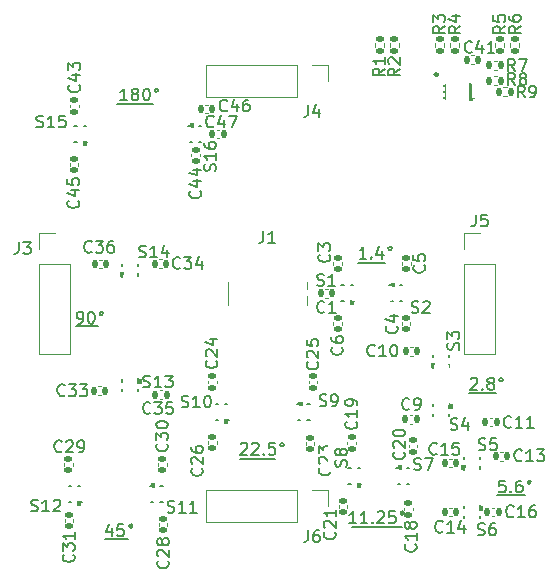
<source format=gto>
G04 #@! TF.GenerationSoftware,KiCad,Pcbnew,(6.0.2)*
G04 #@! TF.CreationDate,2023-11-23T16:59:36-08:00*
G04 #@! TF.ProjectId,phase_shifter_v1,70686173-655f-4736-9869-667465725f76,rev?*
G04 #@! TF.SameCoordinates,Original*
G04 #@! TF.FileFunction,Legend,Top*
G04 #@! TF.FilePolarity,Positive*
%FSLAX46Y46*%
G04 Gerber Fmt 4.6, Leading zero omitted, Abs format (unit mm)*
G04 Created by KiCad (PCBNEW (6.0.2)) date 2023-11-23 16:59:36*
%MOMM*%
%LPD*%
G01*
G04 APERTURE LIST*
G04 Aperture macros list*
%AMRoundRect*
0 Rectangle with rounded corners*
0 $1 Rounding radius*
0 $2 $3 $4 $5 $6 $7 $8 $9 X,Y pos of 4 corners*
0 Add a 4 corners polygon primitive as box body*
4,1,4,$2,$3,$4,$5,$6,$7,$8,$9,$2,$3,0*
0 Add four circle primitives for the rounded corners*
1,1,$1+$1,$2,$3*
1,1,$1+$1,$4,$5*
1,1,$1+$1,$6,$7*
1,1,$1+$1,$8,$9*
0 Add four rect primitives between the rounded corners*
20,1,$1+$1,$2,$3,$4,$5,0*
20,1,$1+$1,$4,$5,$6,$7,0*
20,1,$1+$1,$6,$7,$8,$9,0*
20,1,$1+$1,$8,$9,$2,$3,0*%
%AMFreePoly0*
4,1,25,-1.500000,1.420000,-1.360000,1.280000,-1.205000,1.155000,-1.035000,1.045000,-0.860000,0.950000,-0.675000,0.875000,-0.480000,0.820000,-0.280000,0.780000,-0.085000,0.765000,0.085000,0.765000,0.280000,0.780000,0.480000,0.820000,0.675000,0.875000,0.860000,0.950000,1.035000,1.045000,1.205000,1.155000,1.360000,1.280000,1.500000,1.420000,1.645000,1.595000,3.555000,1.595000,
3.555000,-0.755000,-3.555000,-0.755000,-3.555000,1.595000,-1.645000,1.595000,-1.500000,1.420000,-1.500000,1.420000,$1*%
G04 Aperture macros list end*
%ADD10C,0.160000*%
%ADD11C,0.150000*%
%ADD12C,0.254000*%
%ADD13C,0.120000*%
%ADD14C,0.010000*%
%ADD15C,0.250000*%
%ADD16C,0.546300*%
%ADD17RoundRect,0.140000X-0.170000X0.140000X-0.170000X-0.140000X0.170000X-0.140000X0.170000X0.140000X0*%
%ADD18RoundRect,0.140000X0.140000X0.170000X-0.140000X0.170000X-0.140000X-0.170000X0.140000X-0.170000X0*%
%ADD19R,1.700000X1.700000*%
%ADD20O,1.700000X1.700000*%
%ADD21RoundRect,0.140000X0.170000X-0.140000X0.170000X0.140000X-0.170000X0.140000X-0.170000X-0.140000X0*%
%ADD22RoundRect,0.140000X-0.140000X-0.170000X0.140000X-0.170000X0.140000X0.170000X-0.140000X0.170000X0*%
%ADD23RoundRect,0.135000X0.135000X0.185000X-0.135000X0.185000X-0.135000X-0.185000X0.135000X-0.185000X0*%
%ADD24RoundRect,0.135000X0.185000X-0.135000X0.185000X0.135000X-0.185000X0.135000X-0.185000X-0.135000X0*%
%ADD25R,0.800000X0.300000*%
%ADD26R,0.300000X0.800000*%
%ADD27R,1.750000X1.750000*%
%ADD28C,1.730000*%
%ADD29FreePoly0,0.000000*%
%ADD30FreePoly0,180.000000*%
%ADD31C,1.800000*%
%ADD32C,2.550000*%
G04 APERTURE END LIST*
D10*
X138800000Y-79800000D02*
X140700000Y-79800000D01*
X141300000Y-97800000D02*
X143200000Y-97800000D01*
X162200000Y-96800000D02*
X166400000Y-96800000D01*
X162700000Y-74400000D02*
X165000000Y-74400000D01*
X142300000Y-61000000D02*
X145300000Y-61000000D01*
X172100000Y-85400000D02*
X174400000Y-85400000D01*
X174500000Y-94100000D02*
X176800000Y-94100000D01*
X152700000Y-91000000D02*
X155700000Y-91000000D01*
D11*
X152742857Y-89747619D02*
X152790476Y-89700000D01*
X152885714Y-89652380D01*
X153123809Y-89652380D01*
X153219047Y-89700000D01*
X153266666Y-89747619D01*
X153314285Y-89842857D01*
X153314285Y-89938095D01*
X153266666Y-90080952D01*
X152695238Y-90652380D01*
X153314285Y-90652380D01*
X153695238Y-89747619D02*
X153742857Y-89700000D01*
X153838095Y-89652380D01*
X154076190Y-89652380D01*
X154171428Y-89700000D01*
X154219047Y-89747619D01*
X154266666Y-89842857D01*
X154266666Y-89938095D01*
X154219047Y-90080952D01*
X153647619Y-90652380D01*
X154266666Y-90652380D01*
X154695238Y-90557142D02*
X154742857Y-90604761D01*
X154695238Y-90652380D01*
X154647619Y-90604761D01*
X154695238Y-90557142D01*
X154695238Y-90652380D01*
X155647619Y-89652380D02*
X155171428Y-89652380D01*
X155123809Y-90128571D01*
X155171428Y-90080952D01*
X155266666Y-90033333D01*
X155504761Y-90033333D01*
X155600000Y-90080952D01*
X155647619Y-90128571D01*
X155695238Y-90223809D01*
X155695238Y-90461904D01*
X155647619Y-90557142D01*
X155600000Y-90604761D01*
X155504761Y-90652380D01*
X155266666Y-90652380D01*
X155171428Y-90604761D01*
X155123809Y-90557142D01*
X156266666Y-89652380D02*
X156171428Y-89700000D01*
X156123809Y-89795238D01*
X156171428Y-89890476D01*
X156266666Y-89938095D01*
X156361904Y-89890476D01*
X156409523Y-89795238D01*
X156361904Y-89700000D01*
X156266666Y-89652380D01*
X141833333Y-96885714D02*
X141833333Y-97552380D01*
X141595238Y-96504761D02*
X141357142Y-97219047D01*
X141976190Y-97219047D01*
X142833333Y-96552380D02*
X142357142Y-96552380D01*
X142309523Y-97028571D01*
X142357142Y-96980952D01*
X142452380Y-96933333D01*
X142690476Y-96933333D01*
X142785714Y-96980952D01*
X142833333Y-97028571D01*
X142880952Y-97123809D01*
X142880952Y-97361904D01*
X142833333Y-97457142D01*
X142785714Y-97504761D01*
X142690476Y-97552380D01*
X142452380Y-97552380D01*
X142357142Y-97504761D01*
X142309523Y-97457142D01*
X143452380Y-96552380D02*
X143357142Y-96600000D01*
X143309523Y-96695238D01*
X143357142Y-96790476D01*
X143452380Y-96838095D01*
X143547619Y-96790476D01*
X143595238Y-96695238D01*
X143547619Y-96600000D01*
X143452380Y-96552380D01*
X138952380Y-79552380D02*
X139142857Y-79552380D01*
X139238095Y-79504761D01*
X139285714Y-79457142D01*
X139380952Y-79314285D01*
X139428571Y-79123809D01*
X139428571Y-78742857D01*
X139380952Y-78647619D01*
X139333333Y-78600000D01*
X139238095Y-78552380D01*
X139047619Y-78552380D01*
X138952380Y-78600000D01*
X138904761Y-78647619D01*
X138857142Y-78742857D01*
X138857142Y-78980952D01*
X138904761Y-79076190D01*
X138952380Y-79123809D01*
X139047619Y-79171428D01*
X139238095Y-79171428D01*
X139333333Y-79123809D01*
X139380952Y-79076190D01*
X139428571Y-78980952D01*
X140047619Y-78552380D02*
X140142857Y-78552380D01*
X140238095Y-78600000D01*
X140285714Y-78647619D01*
X140333333Y-78742857D01*
X140380952Y-78933333D01*
X140380952Y-79171428D01*
X140333333Y-79361904D01*
X140285714Y-79457142D01*
X140238095Y-79504761D01*
X140142857Y-79552380D01*
X140047619Y-79552380D01*
X139952380Y-79504761D01*
X139904761Y-79457142D01*
X139857142Y-79361904D01*
X139809523Y-79171428D01*
X139809523Y-78933333D01*
X139857142Y-78742857D01*
X139904761Y-78647619D01*
X139952380Y-78600000D01*
X140047619Y-78552380D01*
X140952380Y-78552380D02*
X140857142Y-78600000D01*
X140809523Y-78695238D01*
X140857142Y-78790476D01*
X140952380Y-78838095D01*
X141047619Y-78790476D01*
X141095238Y-78695238D01*
X141047619Y-78600000D01*
X140952380Y-78552380D01*
X172219047Y-84247619D02*
X172266666Y-84200000D01*
X172361904Y-84152380D01*
X172600000Y-84152380D01*
X172695238Y-84200000D01*
X172742857Y-84247619D01*
X172790476Y-84342857D01*
X172790476Y-84438095D01*
X172742857Y-84580952D01*
X172171428Y-85152380D01*
X172790476Y-85152380D01*
X173219047Y-85057142D02*
X173266666Y-85104761D01*
X173219047Y-85152380D01*
X173171428Y-85104761D01*
X173219047Y-85057142D01*
X173219047Y-85152380D01*
X173838095Y-84580952D02*
X173742857Y-84533333D01*
X173695238Y-84485714D01*
X173647619Y-84390476D01*
X173647619Y-84342857D01*
X173695238Y-84247619D01*
X173742857Y-84200000D01*
X173838095Y-84152380D01*
X174028571Y-84152380D01*
X174123809Y-84200000D01*
X174171428Y-84247619D01*
X174219047Y-84342857D01*
X174219047Y-84390476D01*
X174171428Y-84485714D01*
X174123809Y-84533333D01*
X174028571Y-84580952D01*
X173838095Y-84580952D01*
X173742857Y-84628571D01*
X173695238Y-84676190D01*
X173647619Y-84771428D01*
X173647619Y-84961904D01*
X173695238Y-85057142D01*
X173742857Y-85104761D01*
X173838095Y-85152380D01*
X174028571Y-85152380D01*
X174123809Y-85104761D01*
X174171428Y-85057142D01*
X174219047Y-84961904D01*
X174219047Y-84771428D01*
X174171428Y-84676190D01*
X174123809Y-84628571D01*
X174028571Y-84580952D01*
X174790476Y-84152380D02*
X174695238Y-84200000D01*
X174647619Y-84295238D01*
X174695238Y-84390476D01*
X174790476Y-84438095D01*
X174885714Y-84390476D01*
X174933333Y-84295238D01*
X174885714Y-84200000D01*
X174790476Y-84152380D01*
X162538095Y-96452380D02*
X161966666Y-96452380D01*
X162252380Y-96452380D02*
X162252380Y-95452380D01*
X162157142Y-95595238D01*
X162061904Y-95690476D01*
X161966666Y-95738095D01*
X163490476Y-96452380D02*
X162919047Y-96452380D01*
X163204761Y-96452380D02*
X163204761Y-95452380D01*
X163109523Y-95595238D01*
X163014285Y-95690476D01*
X162919047Y-95738095D01*
X163919047Y-96357142D02*
X163966666Y-96404761D01*
X163919047Y-96452380D01*
X163871428Y-96404761D01*
X163919047Y-96357142D01*
X163919047Y-96452380D01*
X164347619Y-95547619D02*
X164395238Y-95500000D01*
X164490476Y-95452380D01*
X164728571Y-95452380D01*
X164823809Y-95500000D01*
X164871428Y-95547619D01*
X164919047Y-95642857D01*
X164919047Y-95738095D01*
X164871428Y-95880952D01*
X164300000Y-96452380D01*
X164919047Y-96452380D01*
X165823809Y-95452380D02*
X165347619Y-95452380D01*
X165300000Y-95928571D01*
X165347619Y-95880952D01*
X165442857Y-95833333D01*
X165680952Y-95833333D01*
X165776190Y-95880952D01*
X165823809Y-95928571D01*
X165871428Y-96023809D01*
X165871428Y-96261904D01*
X165823809Y-96357142D01*
X165776190Y-96404761D01*
X165680952Y-96452380D01*
X165442857Y-96452380D01*
X165347619Y-96404761D01*
X165300000Y-96357142D01*
X166442857Y-95452380D02*
X166347619Y-95500000D01*
X166300000Y-95595238D01*
X166347619Y-95690476D01*
X166442857Y-95738095D01*
X166538095Y-95690476D01*
X166585714Y-95595238D01*
X166538095Y-95500000D01*
X166442857Y-95452380D01*
X143152380Y-60652380D02*
X142580952Y-60652380D01*
X142866666Y-60652380D02*
X142866666Y-59652380D01*
X142771428Y-59795238D01*
X142676190Y-59890476D01*
X142580952Y-59938095D01*
X143723809Y-60080952D02*
X143628571Y-60033333D01*
X143580952Y-59985714D01*
X143533333Y-59890476D01*
X143533333Y-59842857D01*
X143580952Y-59747619D01*
X143628571Y-59700000D01*
X143723809Y-59652380D01*
X143914285Y-59652380D01*
X144009523Y-59700000D01*
X144057142Y-59747619D01*
X144104761Y-59842857D01*
X144104761Y-59890476D01*
X144057142Y-59985714D01*
X144009523Y-60033333D01*
X143914285Y-60080952D01*
X143723809Y-60080952D01*
X143628571Y-60128571D01*
X143580952Y-60176190D01*
X143533333Y-60271428D01*
X143533333Y-60461904D01*
X143580952Y-60557142D01*
X143628571Y-60604761D01*
X143723809Y-60652380D01*
X143914285Y-60652380D01*
X144009523Y-60604761D01*
X144057142Y-60557142D01*
X144104761Y-60461904D01*
X144104761Y-60271428D01*
X144057142Y-60176190D01*
X144009523Y-60128571D01*
X143914285Y-60080952D01*
X144723809Y-59652380D02*
X144819047Y-59652380D01*
X144914285Y-59700000D01*
X144961904Y-59747619D01*
X145009523Y-59842857D01*
X145057142Y-60033333D01*
X145057142Y-60271428D01*
X145009523Y-60461904D01*
X144961904Y-60557142D01*
X144914285Y-60604761D01*
X144819047Y-60652380D01*
X144723809Y-60652380D01*
X144628571Y-60604761D01*
X144580952Y-60557142D01*
X144533333Y-60461904D01*
X144485714Y-60271428D01*
X144485714Y-60033333D01*
X144533333Y-59842857D01*
X144580952Y-59747619D01*
X144628571Y-59700000D01*
X144723809Y-59652380D01*
X145628571Y-59652380D02*
X145533333Y-59700000D01*
X145485714Y-59795238D01*
X145533333Y-59890476D01*
X145628571Y-59938095D01*
X145723809Y-59890476D01*
X145771428Y-59795238D01*
X145723809Y-59700000D01*
X145628571Y-59652380D01*
X163390476Y-74052380D02*
X162819047Y-74052380D01*
X163104761Y-74052380D02*
X163104761Y-73052380D01*
X163009523Y-73195238D01*
X162914285Y-73290476D01*
X162819047Y-73338095D01*
X163819047Y-73957142D02*
X163866666Y-74004761D01*
X163819047Y-74052380D01*
X163771428Y-74004761D01*
X163819047Y-73957142D01*
X163819047Y-74052380D01*
X164723809Y-73385714D02*
X164723809Y-74052380D01*
X164485714Y-73004761D02*
X164247619Y-73719047D01*
X164866666Y-73719047D01*
X165390476Y-73052380D02*
X165295238Y-73100000D01*
X165247619Y-73195238D01*
X165295238Y-73290476D01*
X165390476Y-73338095D01*
X165485714Y-73290476D01*
X165533333Y-73195238D01*
X165485714Y-73100000D01*
X165390476Y-73052380D01*
X175142857Y-92852380D02*
X174666666Y-92852380D01*
X174619047Y-93328571D01*
X174666666Y-93280952D01*
X174761904Y-93233333D01*
X175000000Y-93233333D01*
X175095238Y-93280952D01*
X175142857Y-93328571D01*
X175190476Y-93423809D01*
X175190476Y-93661904D01*
X175142857Y-93757142D01*
X175095238Y-93804761D01*
X175000000Y-93852380D01*
X174761904Y-93852380D01*
X174666666Y-93804761D01*
X174619047Y-93757142D01*
X175619047Y-93757142D02*
X175666666Y-93804761D01*
X175619047Y-93852380D01*
X175571428Y-93804761D01*
X175619047Y-93757142D01*
X175619047Y-93852380D01*
X176523809Y-92852380D02*
X176333333Y-92852380D01*
X176238095Y-92900000D01*
X176190476Y-92947619D01*
X176095238Y-93090476D01*
X176047619Y-93280952D01*
X176047619Y-93661904D01*
X176095238Y-93757142D01*
X176142857Y-93804761D01*
X176238095Y-93852380D01*
X176428571Y-93852380D01*
X176523809Y-93804761D01*
X176571428Y-93757142D01*
X176619047Y-93661904D01*
X176619047Y-93423809D01*
X176571428Y-93328571D01*
X176523809Y-93280952D01*
X176428571Y-93233333D01*
X176238095Y-93233333D01*
X176142857Y-93280952D01*
X176095238Y-93328571D01*
X176047619Y-93423809D01*
X177190476Y-92852380D02*
X177095238Y-92900000D01*
X177047619Y-92995238D01*
X177095238Y-93090476D01*
X177190476Y-93138095D01*
X177285714Y-93090476D01*
X177333333Y-92995238D01*
X177285714Y-92900000D01*
X177190476Y-92852380D01*
D10*
X160287142Y-91787856D02*
X160334761Y-91835475D01*
X160382380Y-91978332D01*
X160382380Y-92073570D01*
X160334761Y-92216427D01*
X160239523Y-92311665D01*
X160144285Y-92359284D01*
X159953809Y-92406903D01*
X159810952Y-92406903D01*
X159620476Y-92359284D01*
X159525238Y-92311665D01*
X159430000Y-92216427D01*
X159382380Y-92073570D01*
X159382380Y-91978332D01*
X159430000Y-91835475D01*
X159477619Y-91787856D01*
X159477619Y-91406903D02*
X159430000Y-91359284D01*
X159382380Y-91264046D01*
X159382380Y-91025951D01*
X159430000Y-90930713D01*
X159477619Y-90883094D01*
X159572857Y-90835475D01*
X159668095Y-90835475D01*
X159810952Y-90883094D01*
X160382380Y-91454522D01*
X160382380Y-90835475D01*
X159382380Y-90502141D02*
X159382380Y-89883094D01*
X159763333Y-90216427D01*
X159763333Y-90073570D01*
X159810952Y-89978332D01*
X159858571Y-89930713D01*
X159953809Y-89883094D01*
X160191904Y-89883094D01*
X160287142Y-89930713D01*
X160334761Y-89978332D01*
X160382380Y-90073570D01*
X160382380Y-90359284D01*
X160334761Y-90454522D01*
X160287142Y-90502141D01*
X146597142Y-99642857D02*
X146644761Y-99690476D01*
X146692380Y-99833333D01*
X146692380Y-99928571D01*
X146644761Y-100071428D01*
X146549523Y-100166666D01*
X146454285Y-100214285D01*
X146263809Y-100261904D01*
X146120952Y-100261904D01*
X145930476Y-100214285D01*
X145835238Y-100166666D01*
X145740000Y-100071428D01*
X145692380Y-99928571D01*
X145692380Y-99833333D01*
X145740000Y-99690476D01*
X145787619Y-99642857D01*
X145787619Y-99261904D02*
X145740000Y-99214285D01*
X145692380Y-99119047D01*
X145692380Y-98880952D01*
X145740000Y-98785714D01*
X145787619Y-98738095D01*
X145882857Y-98690476D01*
X145978095Y-98690476D01*
X146120952Y-98738095D01*
X146692380Y-99309523D01*
X146692380Y-98690476D01*
X146120952Y-98119047D02*
X146073333Y-98214285D01*
X146025714Y-98261904D01*
X145930476Y-98309523D01*
X145882857Y-98309523D01*
X145787619Y-98261904D01*
X145740000Y-98214285D01*
X145692380Y-98119047D01*
X145692380Y-97928571D01*
X145740000Y-97833333D01*
X145787619Y-97785714D01*
X145882857Y-97738095D01*
X145930476Y-97738095D01*
X146025714Y-97785714D01*
X146073333Y-97833333D01*
X146120952Y-97928571D01*
X146120952Y-98119047D01*
X146168571Y-98214285D01*
X146216190Y-98261904D01*
X146311428Y-98309523D01*
X146501904Y-98309523D01*
X146597142Y-98261904D01*
X146644761Y-98214285D01*
X146692380Y-98119047D01*
X146692380Y-97928571D01*
X146644761Y-97833333D01*
X146597142Y-97785714D01*
X146501904Y-97738095D01*
X146311428Y-97738095D01*
X146216190Y-97785714D01*
X146168571Y-97833333D01*
X146120952Y-97928571D01*
X161317142Y-81566666D02*
X161364761Y-81614285D01*
X161412380Y-81757142D01*
X161412380Y-81852380D01*
X161364761Y-81995238D01*
X161269523Y-82090476D01*
X161174285Y-82138095D01*
X160983809Y-82185714D01*
X160840952Y-82185714D01*
X160650476Y-82138095D01*
X160555238Y-82090476D01*
X160460000Y-81995238D01*
X160412380Y-81852380D01*
X160412380Y-81757142D01*
X160460000Y-81614285D01*
X160507619Y-81566666D01*
X160412380Y-80709523D02*
X160412380Y-80900000D01*
X160460000Y-80995238D01*
X160507619Y-81042857D01*
X160650476Y-81138095D01*
X160840952Y-81185714D01*
X161221904Y-81185714D01*
X161317142Y-81138095D01*
X161364761Y-81090476D01*
X161412380Y-80995238D01*
X161412380Y-80804761D01*
X161364761Y-80709523D01*
X161317142Y-80661904D01*
X161221904Y-80614285D01*
X160983809Y-80614285D01*
X160888571Y-80661904D01*
X160840952Y-80709523D01*
X160793333Y-80804761D01*
X160793333Y-80995238D01*
X160840952Y-81090476D01*
X160888571Y-81138095D01*
X160983809Y-81185714D01*
X161704761Y-91661904D02*
X161752380Y-91519047D01*
X161752380Y-91280952D01*
X161704761Y-91185714D01*
X161657142Y-91138095D01*
X161561904Y-91090476D01*
X161466666Y-91090476D01*
X161371428Y-91138095D01*
X161323809Y-91185714D01*
X161276190Y-91280952D01*
X161228571Y-91471428D01*
X161180952Y-91566666D01*
X161133333Y-91614285D01*
X161038095Y-91661904D01*
X160942857Y-91661904D01*
X160847619Y-91614285D01*
X160800000Y-91566666D01*
X160752380Y-91471428D01*
X160752380Y-91233333D01*
X160800000Y-91090476D01*
X161180952Y-90519047D02*
X161133333Y-90614285D01*
X161085714Y-90661904D01*
X160990476Y-90709523D01*
X160942857Y-90709523D01*
X160847619Y-90661904D01*
X160800000Y-90614285D01*
X160752380Y-90519047D01*
X160752380Y-90328571D01*
X160800000Y-90233333D01*
X160847619Y-90185714D01*
X160942857Y-90138095D01*
X160990476Y-90138095D01*
X161085714Y-90185714D01*
X161133333Y-90233333D01*
X161180952Y-90328571D01*
X161180952Y-90519047D01*
X161228571Y-90614285D01*
X161276190Y-90661904D01*
X161371428Y-90709523D01*
X161561904Y-90709523D01*
X161657142Y-90661904D01*
X161704761Y-90614285D01*
X161752380Y-90519047D01*
X161752380Y-90328571D01*
X161704761Y-90233333D01*
X161657142Y-90185714D01*
X161561904Y-90138095D01*
X161371428Y-90138095D01*
X161276190Y-90185714D01*
X161228571Y-90233333D01*
X161180952Y-90328571D01*
X150457142Y-62857142D02*
X150409523Y-62904761D01*
X150266666Y-62952380D01*
X150171428Y-62952380D01*
X150028571Y-62904761D01*
X149933333Y-62809523D01*
X149885714Y-62714285D01*
X149838095Y-62523809D01*
X149838095Y-62380952D01*
X149885714Y-62190476D01*
X149933333Y-62095238D01*
X150028571Y-62000000D01*
X150171428Y-61952380D01*
X150266666Y-61952380D01*
X150409523Y-62000000D01*
X150457142Y-62047619D01*
X151314285Y-62285714D02*
X151314285Y-62952380D01*
X151076190Y-61904761D02*
X150838095Y-62619047D01*
X151457142Y-62619047D01*
X151742857Y-61952380D02*
X152409523Y-61952380D01*
X151980952Y-62952380D01*
X144161904Y-73904761D02*
X144304761Y-73952380D01*
X144542857Y-73952380D01*
X144638095Y-73904761D01*
X144685714Y-73857142D01*
X144733333Y-73761904D01*
X144733333Y-73666666D01*
X144685714Y-73571428D01*
X144638095Y-73523809D01*
X144542857Y-73476190D01*
X144352380Y-73428571D01*
X144257142Y-73380952D01*
X144209523Y-73333333D01*
X144161904Y-73238095D01*
X144161904Y-73142857D01*
X144209523Y-73047619D01*
X144257142Y-73000000D01*
X144352380Y-72952380D01*
X144590476Y-72952380D01*
X144733333Y-73000000D01*
X145685714Y-73952380D02*
X145114285Y-73952380D01*
X145400000Y-73952380D02*
X145400000Y-72952380D01*
X145304761Y-73095238D01*
X145209523Y-73190476D01*
X145114285Y-73238095D01*
X146542857Y-73285714D02*
X146542857Y-73952380D01*
X146304761Y-72904761D02*
X146066666Y-73619047D01*
X146685714Y-73619047D01*
X169357142Y-90557142D02*
X169309523Y-90604761D01*
X169166666Y-90652380D01*
X169071428Y-90652380D01*
X168928571Y-90604761D01*
X168833333Y-90509523D01*
X168785714Y-90414285D01*
X168738095Y-90223809D01*
X168738095Y-90080952D01*
X168785714Y-89890476D01*
X168833333Y-89795238D01*
X168928571Y-89700000D01*
X169071428Y-89652380D01*
X169166666Y-89652380D01*
X169309523Y-89700000D01*
X169357142Y-89747619D01*
X170309523Y-90652380D02*
X169738095Y-90652380D01*
X170023809Y-90652380D02*
X170023809Y-89652380D01*
X169928571Y-89795238D01*
X169833333Y-89890476D01*
X169738095Y-89938095D01*
X171214285Y-89652380D02*
X170738095Y-89652380D01*
X170690476Y-90128571D01*
X170738095Y-90080952D01*
X170833333Y-90033333D01*
X171071428Y-90033333D01*
X171166666Y-90080952D01*
X171214285Y-90128571D01*
X171261904Y-90223809D01*
X171261904Y-90461904D01*
X171214285Y-90557142D01*
X171166666Y-90604761D01*
X171071428Y-90652380D01*
X170833333Y-90652380D01*
X170738095Y-90604761D01*
X170690476Y-90557142D01*
X133966666Y-72652380D02*
X133966666Y-73366666D01*
X133919047Y-73509523D01*
X133823809Y-73604761D01*
X133680952Y-73652380D01*
X133585714Y-73652380D01*
X134347619Y-72652380D02*
X134966666Y-72652380D01*
X134633333Y-73033333D01*
X134776190Y-73033333D01*
X134871428Y-73080952D01*
X134919047Y-73128571D01*
X134966666Y-73223809D01*
X134966666Y-73461904D01*
X134919047Y-73557142D01*
X134871428Y-73604761D01*
X134776190Y-73652380D01*
X134490476Y-73652380D01*
X134395238Y-73604761D01*
X134347619Y-73557142D01*
X168277142Y-74616666D02*
X168324761Y-74664285D01*
X168372380Y-74807142D01*
X168372380Y-74902380D01*
X168324761Y-75045238D01*
X168229523Y-75140476D01*
X168134285Y-75188095D01*
X167943809Y-75235714D01*
X167800952Y-75235714D01*
X167610476Y-75188095D01*
X167515238Y-75140476D01*
X167420000Y-75045238D01*
X167372380Y-74902380D01*
X167372380Y-74807142D01*
X167420000Y-74664285D01*
X167467619Y-74616666D01*
X167372380Y-73711904D02*
X167372380Y-74188095D01*
X167848571Y-74235714D01*
X167800952Y-74188095D01*
X167753333Y-74092857D01*
X167753333Y-73854761D01*
X167800952Y-73759523D01*
X167848571Y-73711904D01*
X167943809Y-73664285D01*
X168181904Y-73664285D01*
X168277142Y-73711904D01*
X168324761Y-73759523D01*
X168372380Y-73854761D01*
X168372380Y-74092857D01*
X168324761Y-74188095D01*
X168277142Y-74235714D01*
X172913095Y-90229761D02*
X173055952Y-90277380D01*
X173294047Y-90277380D01*
X173389285Y-90229761D01*
X173436904Y-90182142D01*
X173484523Y-90086904D01*
X173484523Y-89991666D01*
X173436904Y-89896428D01*
X173389285Y-89848809D01*
X173294047Y-89801190D01*
X173103571Y-89753571D01*
X173008333Y-89705952D01*
X172960714Y-89658333D01*
X172913095Y-89563095D01*
X172913095Y-89467857D01*
X172960714Y-89372619D01*
X173008333Y-89325000D01*
X173103571Y-89277380D01*
X173341666Y-89277380D01*
X173484523Y-89325000D01*
X174389285Y-89277380D02*
X173913095Y-89277380D01*
X173865476Y-89753571D01*
X173913095Y-89705952D01*
X174008333Y-89658333D01*
X174246428Y-89658333D01*
X174341666Y-89705952D01*
X174389285Y-89753571D01*
X174436904Y-89848809D01*
X174436904Y-90086904D01*
X174389285Y-90182142D01*
X174341666Y-90229761D01*
X174246428Y-90277380D01*
X174008333Y-90277380D01*
X173913095Y-90229761D01*
X173865476Y-90182142D01*
X139066898Y-59367613D02*
X139114517Y-59415232D01*
X139162136Y-59558089D01*
X139162136Y-59653327D01*
X139114517Y-59796184D01*
X139019279Y-59891422D01*
X138924041Y-59939041D01*
X138733565Y-59986660D01*
X138590708Y-59986660D01*
X138400232Y-59939041D01*
X138304994Y-59891422D01*
X138209756Y-59796184D01*
X138162136Y-59653327D01*
X138162136Y-59558089D01*
X138209756Y-59415232D01*
X138257375Y-59367613D01*
X138495470Y-58510470D02*
X139162136Y-58510470D01*
X138114517Y-58748565D02*
X138828803Y-58986660D01*
X138828803Y-58367613D01*
X138162136Y-58081898D02*
X138162136Y-57462851D01*
X138543089Y-57796184D01*
X138543089Y-57653327D01*
X138590708Y-57558089D01*
X138638327Y-57510470D01*
X138733565Y-57462851D01*
X138971660Y-57462851D01*
X139066898Y-57510470D01*
X139114517Y-57558089D01*
X139162136Y-57653327D01*
X139162136Y-57939041D01*
X139114517Y-58034279D01*
X139066898Y-58081898D01*
X137857142Y-85597142D02*
X137809523Y-85644761D01*
X137666666Y-85692380D01*
X137571428Y-85692380D01*
X137428571Y-85644761D01*
X137333333Y-85549523D01*
X137285714Y-85454285D01*
X137238095Y-85263809D01*
X137238095Y-85120952D01*
X137285714Y-84930476D01*
X137333333Y-84835238D01*
X137428571Y-84740000D01*
X137571428Y-84692380D01*
X137666666Y-84692380D01*
X137809523Y-84740000D01*
X137857142Y-84787619D01*
X138190476Y-84692380D02*
X138809523Y-84692380D01*
X138476190Y-85073333D01*
X138619047Y-85073333D01*
X138714285Y-85120952D01*
X138761904Y-85168571D01*
X138809523Y-85263809D01*
X138809523Y-85501904D01*
X138761904Y-85597142D01*
X138714285Y-85644761D01*
X138619047Y-85692380D01*
X138333333Y-85692380D01*
X138238095Y-85644761D01*
X138190476Y-85597142D01*
X139142857Y-84692380D02*
X139761904Y-84692380D01*
X139428571Y-85073333D01*
X139571428Y-85073333D01*
X139666666Y-85120952D01*
X139714285Y-85168571D01*
X139761904Y-85263809D01*
X139761904Y-85501904D01*
X139714285Y-85597142D01*
X139666666Y-85644761D01*
X139571428Y-85692380D01*
X139285714Y-85692380D01*
X139190476Y-85644761D01*
X139142857Y-85597142D01*
X146561904Y-95504761D02*
X146704761Y-95552380D01*
X146942857Y-95552380D01*
X147038095Y-95504761D01*
X147085714Y-95457142D01*
X147133333Y-95361904D01*
X147133333Y-95266666D01*
X147085714Y-95171428D01*
X147038095Y-95123809D01*
X146942857Y-95076190D01*
X146752380Y-95028571D01*
X146657142Y-94980952D01*
X146609523Y-94933333D01*
X146561904Y-94838095D01*
X146561904Y-94742857D01*
X146609523Y-94647619D01*
X146657142Y-94600000D01*
X146752380Y-94552380D01*
X146990476Y-94552380D01*
X147133333Y-94600000D01*
X148085714Y-95552380D02*
X147514285Y-95552380D01*
X147800000Y-95552380D02*
X147800000Y-94552380D01*
X147704761Y-94695238D01*
X147609523Y-94790476D01*
X147514285Y-94838095D01*
X149038095Y-95552380D02*
X148466666Y-95552380D01*
X148752380Y-95552380D02*
X148752380Y-94552380D01*
X148657142Y-94695238D01*
X148561904Y-94790476D01*
X148466666Y-94838095D01*
X135011904Y-95404761D02*
X135154761Y-95452380D01*
X135392857Y-95452380D01*
X135488095Y-95404761D01*
X135535714Y-95357142D01*
X135583333Y-95261904D01*
X135583333Y-95166666D01*
X135535714Y-95071428D01*
X135488095Y-95023809D01*
X135392857Y-94976190D01*
X135202380Y-94928571D01*
X135107142Y-94880952D01*
X135059523Y-94833333D01*
X135011904Y-94738095D01*
X135011904Y-94642857D01*
X135059523Y-94547619D01*
X135107142Y-94500000D01*
X135202380Y-94452380D01*
X135440476Y-94452380D01*
X135583333Y-94500000D01*
X136535714Y-95452380D02*
X135964285Y-95452380D01*
X136250000Y-95452380D02*
X136250000Y-94452380D01*
X136154761Y-94595238D01*
X136059523Y-94690476D01*
X135964285Y-94738095D01*
X136916666Y-94547619D02*
X136964285Y-94500000D01*
X137059523Y-94452380D01*
X137297619Y-94452380D01*
X137392857Y-94500000D01*
X137440476Y-94547619D01*
X137488095Y-94642857D01*
X137488095Y-94738095D01*
X137440476Y-94880952D01*
X136869047Y-95452380D01*
X137488095Y-95452380D01*
X172838095Y-97429761D02*
X172980952Y-97477380D01*
X173219047Y-97477380D01*
X173314285Y-97429761D01*
X173361904Y-97382142D01*
X173409523Y-97286904D01*
X173409523Y-97191666D01*
X173361904Y-97096428D01*
X173314285Y-97048809D01*
X173219047Y-97001190D01*
X173028571Y-96953571D01*
X172933333Y-96905952D01*
X172885714Y-96858333D01*
X172838095Y-96763095D01*
X172838095Y-96667857D01*
X172885714Y-96572619D01*
X172933333Y-96525000D01*
X173028571Y-96477380D01*
X173266666Y-96477380D01*
X173409523Y-96525000D01*
X174266666Y-96477380D02*
X174076190Y-96477380D01*
X173980952Y-96525000D01*
X173933333Y-96572619D01*
X173838095Y-96715476D01*
X173790476Y-96905952D01*
X173790476Y-97286904D01*
X173838095Y-97382142D01*
X173885714Y-97429761D01*
X173980952Y-97477380D01*
X174171428Y-97477380D01*
X174266666Y-97429761D01*
X174314285Y-97382142D01*
X174361904Y-97286904D01*
X174361904Y-97048809D01*
X174314285Y-96953571D01*
X174266666Y-96905952D01*
X174171428Y-96858333D01*
X173980952Y-96858333D01*
X173885714Y-96905952D01*
X173838095Y-96953571D01*
X173790476Y-97048809D01*
X147632142Y-74817143D02*
X147584523Y-74864762D01*
X147441666Y-74912381D01*
X147346428Y-74912381D01*
X147203571Y-74864762D01*
X147108333Y-74769524D01*
X147060714Y-74674286D01*
X147013095Y-74483810D01*
X147013095Y-74340953D01*
X147060714Y-74150477D01*
X147108333Y-74055239D01*
X147203571Y-73960001D01*
X147346428Y-73912381D01*
X147441666Y-73912381D01*
X147584523Y-73960001D01*
X147632142Y-74007620D01*
X147965476Y-73912381D02*
X148584523Y-73912381D01*
X148251190Y-74293334D01*
X148394047Y-74293334D01*
X148489285Y-74340953D01*
X148536904Y-74388572D01*
X148584523Y-74483810D01*
X148584523Y-74721905D01*
X148536904Y-74817143D01*
X148489285Y-74864762D01*
X148394047Y-74912381D01*
X148108333Y-74912381D01*
X148013095Y-74864762D01*
X147965476Y-74817143D01*
X149441666Y-74245715D02*
X149441666Y-74912381D01*
X149203571Y-73864762D02*
X148965476Y-74579048D01*
X149584523Y-74579048D01*
X175983333Y-59352380D02*
X175650000Y-58876190D01*
X175411904Y-59352380D02*
X175411904Y-58352380D01*
X175792857Y-58352380D01*
X175888095Y-58400000D01*
X175935714Y-58447619D01*
X175983333Y-58542857D01*
X175983333Y-58685714D01*
X175935714Y-58780952D01*
X175888095Y-58828571D01*
X175792857Y-58876190D01*
X175411904Y-58876190D01*
X176554761Y-58780952D02*
X176459523Y-58733333D01*
X176411904Y-58685714D01*
X176364285Y-58590476D01*
X176364285Y-58542857D01*
X176411904Y-58447619D01*
X176459523Y-58400000D01*
X176554761Y-58352380D01*
X176745238Y-58352380D01*
X176840476Y-58400000D01*
X176888095Y-58447619D01*
X176935714Y-58542857D01*
X176935714Y-58590476D01*
X176888095Y-58685714D01*
X176840476Y-58733333D01*
X176745238Y-58780952D01*
X176554761Y-58780952D01*
X176459523Y-58828571D01*
X176411904Y-58876190D01*
X176364285Y-58971428D01*
X176364285Y-59161904D01*
X176411904Y-59257142D01*
X176459523Y-59304761D01*
X176554761Y-59352380D01*
X176745238Y-59352380D01*
X176840476Y-59304761D01*
X176888095Y-59257142D01*
X176935714Y-59161904D01*
X176935714Y-58971428D01*
X176888095Y-58876190D01*
X176840476Y-58828571D01*
X176745238Y-58780952D01*
X164952380Y-57966666D02*
X164476190Y-58300000D01*
X164952380Y-58538095D02*
X163952380Y-58538095D01*
X163952380Y-58157142D01*
X164000000Y-58061904D01*
X164047619Y-58014285D01*
X164142857Y-57966666D01*
X164285714Y-57966666D01*
X164380952Y-58014285D01*
X164428571Y-58061904D01*
X164476190Y-58157142D01*
X164476190Y-58538095D01*
X164952380Y-57014285D02*
X164952380Y-57585714D01*
X164952380Y-57300000D02*
X163952380Y-57300000D01*
X164095238Y-57395238D01*
X164190476Y-57490476D01*
X164238095Y-57585714D01*
X160707143Y-97207856D02*
X160754762Y-97255475D01*
X160802381Y-97398332D01*
X160802381Y-97493570D01*
X160754762Y-97636427D01*
X160659524Y-97731665D01*
X160564286Y-97779284D01*
X160373810Y-97826903D01*
X160230953Y-97826903D01*
X160040477Y-97779284D01*
X159945239Y-97731665D01*
X159850001Y-97636427D01*
X159802381Y-97493570D01*
X159802381Y-97398332D01*
X159850001Y-97255475D01*
X159897620Y-97207856D01*
X159897620Y-96826903D02*
X159850001Y-96779284D01*
X159802381Y-96684046D01*
X159802381Y-96445951D01*
X159850001Y-96350713D01*
X159897620Y-96303094D01*
X159992858Y-96255475D01*
X160088096Y-96255475D01*
X160230953Y-96303094D01*
X160802381Y-96874522D01*
X160802381Y-96255475D01*
X160802381Y-95303094D02*
X160802381Y-95874522D01*
X160802381Y-95588808D02*
X159802381Y-95588808D01*
X159945239Y-95684046D01*
X160040477Y-95779284D01*
X160088096Y-95874522D01*
X164107142Y-82242142D02*
X164059523Y-82289761D01*
X163916666Y-82337380D01*
X163821428Y-82337380D01*
X163678571Y-82289761D01*
X163583333Y-82194523D01*
X163535714Y-82099285D01*
X163488095Y-81908809D01*
X163488095Y-81765952D01*
X163535714Y-81575476D01*
X163583333Y-81480238D01*
X163678571Y-81385000D01*
X163821428Y-81337380D01*
X163916666Y-81337380D01*
X164059523Y-81385000D01*
X164107142Y-81432619D01*
X165059523Y-82337380D02*
X164488095Y-82337380D01*
X164773809Y-82337380D02*
X164773809Y-81337380D01*
X164678571Y-81480238D01*
X164583333Y-81575476D01*
X164488095Y-81623095D01*
X165678571Y-81337380D02*
X165773809Y-81337380D01*
X165869047Y-81385000D01*
X165916666Y-81432619D01*
X165964285Y-81527857D01*
X166011904Y-81718333D01*
X166011904Y-81956428D01*
X165964285Y-82146904D01*
X165916666Y-82242142D01*
X165869047Y-82289761D01*
X165773809Y-82337380D01*
X165678571Y-82337380D01*
X165583333Y-82289761D01*
X165535714Y-82242142D01*
X165488095Y-82146904D01*
X165440476Y-81956428D01*
X165440476Y-81718333D01*
X165488095Y-81527857D01*
X165535714Y-81432619D01*
X165583333Y-81385000D01*
X165678571Y-81337380D01*
X146497142Y-89737857D02*
X146544761Y-89785476D01*
X146592380Y-89928333D01*
X146592380Y-90023571D01*
X146544761Y-90166428D01*
X146449523Y-90261666D01*
X146354285Y-90309285D01*
X146163809Y-90356904D01*
X146020952Y-90356904D01*
X145830476Y-90309285D01*
X145735238Y-90261666D01*
X145640000Y-90166428D01*
X145592380Y-90023571D01*
X145592380Y-89928333D01*
X145640000Y-89785476D01*
X145687619Y-89737857D01*
X145592380Y-89404523D02*
X145592380Y-88785476D01*
X145973333Y-89118809D01*
X145973333Y-88975952D01*
X146020952Y-88880714D01*
X146068571Y-88833095D01*
X146163809Y-88785476D01*
X146401904Y-88785476D01*
X146497142Y-88833095D01*
X146544761Y-88880714D01*
X146592380Y-88975952D01*
X146592380Y-89261666D01*
X146544761Y-89356904D01*
X146497142Y-89404523D01*
X145592380Y-88166428D02*
X145592380Y-88071190D01*
X145640000Y-87975952D01*
X145687619Y-87928333D01*
X145782857Y-87880714D01*
X145973333Y-87833095D01*
X146211428Y-87833095D01*
X146401904Y-87880714D01*
X146497142Y-87928333D01*
X146544761Y-87975952D01*
X146592380Y-88071190D01*
X146592380Y-88166428D01*
X146544761Y-88261666D01*
X146497142Y-88309285D01*
X146401904Y-88356904D01*
X146211428Y-88404523D01*
X145973333Y-88404523D01*
X145782857Y-88356904D01*
X145687619Y-88309285D01*
X145640000Y-88261666D01*
X145592380Y-88166428D01*
X170052380Y-54366666D02*
X169576190Y-54700000D01*
X170052380Y-54938095D02*
X169052380Y-54938095D01*
X169052380Y-54557142D01*
X169100000Y-54461904D01*
X169147619Y-54414285D01*
X169242857Y-54366666D01*
X169385714Y-54366666D01*
X169480952Y-54414285D01*
X169528571Y-54461904D01*
X169576190Y-54557142D01*
X169576190Y-54938095D01*
X169052380Y-54033333D02*
X169052380Y-53414285D01*
X169433333Y-53747619D01*
X169433333Y-53604761D01*
X169480952Y-53509523D01*
X169528571Y-53461904D01*
X169623809Y-53414285D01*
X169861904Y-53414285D01*
X169957142Y-53461904D01*
X170004761Y-53509523D01*
X170052380Y-53604761D01*
X170052380Y-53890476D01*
X170004761Y-53985714D01*
X169957142Y-54033333D01*
X172666666Y-70322380D02*
X172666666Y-71036666D01*
X172619047Y-71179523D01*
X172523809Y-71274761D01*
X172380952Y-71322380D01*
X172285714Y-71322380D01*
X173619047Y-70322380D02*
X173142857Y-70322380D01*
X173095238Y-70798571D01*
X173142857Y-70750952D01*
X173238095Y-70703333D01*
X173476190Y-70703333D01*
X173571428Y-70750952D01*
X173619047Y-70798571D01*
X173666666Y-70893809D01*
X173666666Y-71131904D01*
X173619047Y-71227142D01*
X173571428Y-71274761D01*
X173476190Y-71322380D01*
X173238095Y-71322380D01*
X173142857Y-71274761D01*
X173095238Y-71227142D01*
X145107142Y-87107142D02*
X145059523Y-87154761D01*
X144916666Y-87202380D01*
X144821428Y-87202380D01*
X144678571Y-87154761D01*
X144583333Y-87059523D01*
X144535714Y-86964285D01*
X144488095Y-86773809D01*
X144488095Y-86630952D01*
X144535714Y-86440476D01*
X144583333Y-86345238D01*
X144678571Y-86250000D01*
X144821428Y-86202380D01*
X144916666Y-86202380D01*
X145059523Y-86250000D01*
X145107142Y-86297619D01*
X145440476Y-86202380D02*
X146059523Y-86202380D01*
X145726190Y-86583333D01*
X145869047Y-86583333D01*
X145964285Y-86630952D01*
X146011904Y-86678571D01*
X146059523Y-86773809D01*
X146059523Y-87011904D01*
X146011904Y-87107142D01*
X145964285Y-87154761D01*
X145869047Y-87202380D01*
X145583333Y-87202380D01*
X145488095Y-87154761D01*
X145440476Y-87107142D01*
X146964285Y-86202380D02*
X146488095Y-86202380D01*
X146440476Y-86678571D01*
X146488095Y-86630952D01*
X146583333Y-86583333D01*
X146821428Y-86583333D01*
X146916666Y-86630952D01*
X146964285Y-86678571D01*
X147011904Y-86773809D01*
X147011904Y-87011904D01*
X146964285Y-87107142D01*
X146916666Y-87154761D01*
X146821428Y-87202380D01*
X146583333Y-87202380D01*
X146488095Y-87154761D01*
X146440476Y-87107142D01*
X147761904Y-86604761D02*
X147904761Y-86652380D01*
X148142857Y-86652380D01*
X148238095Y-86604761D01*
X148285714Y-86557142D01*
X148333333Y-86461904D01*
X148333333Y-86366666D01*
X148285714Y-86271428D01*
X148238095Y-86223809D01*
X148142857Y-86176190D01*
X147952380Y-86128571D01*
X147857142Y-86080952D01*
X147809523Y-86033333D01*
X147761904Y-85938095D01*
X147761904Y-85842857D01*
X147809523Y-85747619D01*
X147857142Y-85700000D01*
X147952380Y-85652380D01*
X148190476Y-85652380D01*
X148333333Y-85700000D01*
X149285714Y-86652380D02*
X148714285Y-86652380D01*
X149000000Y-86652380D02*
X149000000Y-85652380D01*
X148904761Y-85795238D01*
X148809523Y-85890476D01*
X148714285Y-85938095D01*
X149904761Y-85652380D02*
X150000000Y-85652380D01*
X150095238Y-85700000D01*
X150142857Y-85747619D01*
X150190476Y-85842857D01*
X150238095Y-86033333D01*
X150238095Y-86271428D01*
X150190476Y-86461904D01*
X150142857Y-86557142D01*
X150095238Y-86604761D01*
X150000000Y-86652380D01*
X149904761Y-86652380D01*
X149809523Y-86604761D01*
X149761904Y-86557142D01*
X149714285Y-86461904D01*
X149666666Y-86271428D01*
X149666666Y-86033333D01*
X149714285Y-85842857D01*
X149761904Y-85747619D01*
X149809523Y-85700000D01*
X149904761Y-85652380D01*
X149307385Y-68342857D02*
X149355004Y-68390476D01*
X149402623Y-68533333D01*
X149402623Y-68628571D01*
X149355004Y-68771428D01*
X149259766Y-68866666D01*
X149164528Y-68914285D01*
X148974052Y-68961904D01*
X148831195Y-68961904D01*
X148640719Y-68914285D01*
X148545481Y-68866666D01*
X148450243Y-68771428D01*
X148402623Y-68628571D01*
X148402623Y-68533333D01*
X148450243Y-68390476D01*
X148497862Y-68342857D01*
X148735957Y-67485714D02*
X149402623Y-67485714D01*
X148355004Y-67723809D02*
X149069290Y-67961904D01*
X149069290Y-67342857D01*
X148735957Y-66533333D02*
X149402623Y-66533333D01*
X148355004Y-66771428D02*
X149069290Y-67009523D01*
X149069290Y-66390476D01*
X175657142Y-88287142D02*
X175609523Y-88334761D01*
X175466666Y-88382380D01*
X175371428Y-88382380D01*
X175228571Y-88334761D01*
X175133333Y-88239523D01*
X175085714Y-88144285D01*
X175038095Y-87953809D01*
X175038095Y-87810952D01*
X175085714Y-87620476D01*
X175133333Y-87525238D01*
X175228571Y-87430000D01*
X175371428Y-87382380D01*
X175466666Y-87382380D01*
X175609523Y-87430000D01*
X175657142Y-87477619D01*
X176609523Y-88382380D02*
X176038095Y-88382380D01*
X176323809Y-88382380D02*
X176323809Y-87382380D01*
X176228571Y-87525238D01*
X176133333Y-87620476D01*
X176038095Y-87668095D01*
X177561904Y-88382380D02*
X176990476Y-88382380D01*
X177276190Y-88382380D02*
X177276190Y-87382380D01*
X177180952Y-87525238D01*
X177085714Y-87620476D01*
X176990476Y-87668095D01*
X176452380Y-54366666D02*
X175976190Y-54700000D01*
X176452380Y-54938095D02*
X175452380Y-54938095D01*
X175452380Y-54557142D01*
X175500000Y-54461904D01*
X175547619Y-54414285D01*
X175642857Y-54366666D01*
X175785714Y-54366666D01*
X175880952Y-54414285D01*
X175928571Y-54461904D01*
X175976190Y-54557142D01*
X175976190Y-54938095D01*
X175452380Y-53509523D02*
X175452380Y-53700000D01*
X175500000Y-53795238D01*
X175547619Y-53842857D01*
X175690476Y-53938095D01*
X175880952Y-53985714D01*
X176261904Y-53985714D01*
X176357142Y-53938095D01*
X176404761Y-53890476D01*
X176452380Y-53795238D01*
X176452380Y-53604761D01*
X176404761Y-53509523D01*
X176357142Y-53461904D01*
X176261904Y-53414285D01*
X176023809Y-53414285D01*
X175928571Y-53461904D01*
X175880952Y-53509523D01*
X175833333Y-53604761D01*
X175833333Y-53795238D01*
X175880952Y-53890476D01*
X175928571Y-53938095D01*
X176023809Y-53985714D01*
X175983333Y-58177380D02*
X175650000Y-57701190D01*
X175411904Y-58177380D02*
X175411904Y-57177380D01*
X175792857Y-57177380D01*
X175888095Y-57225000D01*
X175935714Y-57272619D01*
X175983333Y-57367857D01*
X175983333Y-57510714D01*
X175935714Y-57605952D01*
X175888095Y-57653571D01*
X175792857Y-57701190D01*
X175411904Y-57701190D01*
X176316666Y-57177380D02*
X176983333Y-57177380D01*
X176554761Y-58177380D01*
X160247142Y-73716666D02*
X160294761Y-73764285D01*
X160342380Y-73907142D01*
X160342380Y-74002380D01*
X160294761Y-74145238D01*
X160199523Y-74240476D01*
X160104285Y-74288095D01*
X159913809Y-74335714D01*
X159770952Y-74335714D01*
X159580476Y-74288095D01*
X159485238Y-74240476D01*
X159390000Y-74145238D01*
X159342380Y-74002380D01*
X159342380Y-73907142D01*
X159390000Y-73764285D01*
X159437619Y-73716666D01*
X159342380Y-73383333D02*
X159342380Y-72764285D01*
X159723333Y-73097619D01*
X159723333Y-72954761D01*
X159770952Y-72859523D01*
X159818571Y-72811904D01*
X159913809Y-72764285D01*
X160151904Y-72764285D01*
X160247142Y-72811904D01*
X160294761Y-72859523D01*
X160342380Y-72954761D01*
X160342380Y-73240476D01*
X160294761Y-73335714D01*
X160247142Y-73383333D01*
X167238095Y-78604761D02*
X167380952Y-78652380D01*
X167619047Y-78652380D01*
X167714285Y-78604761D01*
X167761904Y-78557142D01*
X167809523Y-78461904D01*
X167809523Y-78366666D01*
X167761904Y-78271428D01*
X167714285Y-78223809D01*
X167619047Y-78176190D01*
X167428571Y-78128571D01*
X167333333Y-78080952D01*
X167285714Y-78033333D01*
X167238095Y-77938095D01*
X167238095Y-77842857D01*
X167285714Y-77747619D01*
X167333333Y-77700000D01*
X167428571Y-77652380D01*
X167666666Y-77652380D01*
X167809523Y-77700000D01*
X168190476Y-77747619D02*
X168238095Y-77700000D01*
X168333333Y-77652380D01*
X168571428Y-77652380D01*
X168666666Y-77700000D01*
X168714285Y-77747619D01*
X168761904Y-77842857D01*
X168761904Y-77938095D01*
X168714285Y-78080952D01*
X168142857Y-78652380D01*
X168761904Y-78652380D01*
D12*
X169985238Y-60549523D02*
X169985238Y-59279523D01*
X171315714Y-60428571D02*
X171255238Y-60489047D01*
X171073809Y-60549523D01*
X170952857Y-60549523D01*
X170771428Y-60489047D01*
X170650476Y-60368095D01*
X170590000Y-60247142D01*
X170529523Y-60005238D01*
X170529523Y-59823809D01*
X170590000Y-59581904D01*
X170650476Y-59460952D01*
X170771428Y-59340000D01*
X170952857Y-59279523D01*
X171073809Y-59279523D01*
X171255238Y-59340000D01*
X171315714Y-59400476D01*
X172525238Y-60549523D02*
X171799523Y-60549523D01*
X172162380Y-60549523D02*
X172162380Y-59279523D01*
X172041428Y-59460952D01*
X171920476Y-59581904D01*
X171799523Y-59642380D01*
D10*
X171352380Y-54366666D02*
X170876190Y-54700000D01*
X171352380Y-54938095D02*
X170352380Y-54938095D01*
X170352380Y-54557142D01*
X170400000Y-54461904D01*
X170447619Y-54414285D01*
X170542857Y-54366666D01*
X170685714Y-54366666D01*
X170780952Y-54414285D01*
X170828571Y-54461904D01*
X170876190Y-54557142D01*
X170876190Y-54938095D01*
X170685714Y-53509523D02*
X171352380Y-53509523D01*
X170304761Y-53747619D02*
X171019047Y-53985714D01*
X171019047Y-53366666D01*
X158466666Y-97052380D02*
X158466666Y-97766666D01*
X158419047Y-97909523D01*
X158323809Y-98004761D01*
X158180952Y-98052380D01*
X158085714Y-98052380D01*
X159371428Y-97052380D02*
X159180952Y-97052380D01*
X159085714Y-97100000D01*
X159038095Y-97147619D01*
X158942857Y-97290476D01*
X158895238Y-97480952D01*
X158895238Y-97861904D01*
X158942857Y-97957142D01*
X158990476Y-98004761D01*
X159085714Y-98052380D01*
X159276190Y-98052380D01*
X159371428Y-98004761D01*
X159419047Y-97957142D01*
X159466666Y-97861904D01*
X159466666Y-97623809D01*
X159419047Y-97528571D01*
X159371428Y-97480952D01*
X159276190Y-97433333D01*
X159085714Y-97433333D01*
X158990476Y-97480952D01*
X158942857Y-97528571D01*
X158895238Y-97623809D01*
X175857142Y-95857142D02*
X175809523Y-95904761D01*
X175666666Y-95952380D01*
X175571428Y-95952380D01*
X175428571Y-95904761D01*
X175333333Y-95809523D01*
X175285714Y-95714285D01*
X175238095Y-95523809D01*
X175238095Y-95380952D01*
X175285714Y-95190476D01*
X175333333Y-95095238D01*
X175428571Y-95000000D01*
X175571428Y-94952380D01*
X175666666Y-94952380D01*
X175809523Y-95000000D01*
X175857142Y-95047619D01*
X176809523Y-95952380D02*
X176238095Y-95952380D01*
X176523809Y-95952380D02*
X176523809Y-94952380D01*
X176428571Y-95095238D01*
X176333333Y-95190476D01*
X176238095Y-95238095D01*
X177666666Y-94952380D02*
X177476190Y-94952380D01*
X177380952Y-95000000D01*
X177333333Y-95047619D01*
X177238095Y-95190476D01*
X177190476Y-95380952D01*
X177190476Y-95761904D01*
X177238095Y-95857142D01*
X177285714Y-95904761D01*
X177380952Y-95952380D01*
X177571428Y-95952380D01*
X177666666Y-95904761D01*
X177714285Y-95857142D01*
X177761904Y-95761904D01*
X177761904Y-95523809D01*
X177714285Y-95428571D01*
X177666666Y-95380952D01*
X177571428Y-95333333D01*
X177380952Y-95333333D01*
X177285714Y-95380952D01*
X177238095Y-95428571D01*
X177190476Y-95523809D01*
X170538095Y-88504761D02*
X170680952Y-88552380D01*
X170919047Y-88552380D01*
X171014285Y-88504761D01*
X171061904Y-88457142D01*
X171109523Y-88361904D01*
X171109523Y-88266666D01*
X171061904Y-88171428D01*
X171014285Y-88123809D01*
X170919047Y-88076190D01*
X170728571Y-88028571D01*
X170633333Y-87980952D01*
X170585714Y-87933333D01*
X170538095Y-87838095D01*
X170538095Y-87742857D01*
X170585714Y-87647619D01*
X170633333Y-87600000D01*
X170728571Y-87552380D01*
X170966666Y-87552380D01*
X171109523Y-87600000D01*
X171966666Y-87885714D02*
X171966666Y-88552380D01*
X171728571Y-87504761D02*
X171490476Y-88219047D01*
X172109523Y-88219047D01*
X169857142Y-97157142D02*
X169809523Y-97204761D01*
X169666666Y-97252380D01*
X169571428Y-97252380D01*
X169428571Y-97204761D01*
X169333333Y-97109523D01*
X169285714Y-97014285D01*
X169238095Y-96823809D01*
X169238095Y-96680952D01*
X169285714Y-96490476D01*
X169333333Y-96395238D01*
X169428571Y-96300000D01*
X169571428Y-96252380D01*
X169666666Y-96252380D01*
X169809523Y-96300000D01*
X169857142Y-96347619D01*
X170809523Y-97252380D02*
X170238095Y-97252380D01*
X170523809Y-97252380D02*
X170523809Y-96252380D01*
X170428571Y-96395238D01*
X170333333Y-96490476D01*
X170238095Y-96538095D01*
X171666666Y-96585714D02*
X171666666Y-97252380D01*
X171428571Y-96204761D02*
X171190476Y-96919047D01*
X171809523Y-96919047D01*
X176808333Y-60402380D02*
X176475000Y-59926190D01*
X176236904Y-60402380D02*
X176236904Y-59402380D01*
X176617857Y-59402380D01*
X176713095Y-59450000D01*
X176760714Y-59497619D01*
X176808333Y-59592857D01*
X176808333Y-59735714D01*
X176760714Y-59830952D01*
X176713095Y-59878571D01*
X176617857Y-59926190D01*
X176236904Y-59926190D01*
X177284523Y-60402380D02*
X177475000Y-60402380D01*
X177570238Y-60354761D01*
X177617857Y-60307142D01*
X177713095Y-60164285D01*
X177760714Y-59973809D01*
X177760714Y-59592857D01*
X177713095Y-59497619D01*
X177665476Y-59450000D01*
X177570238Y-59402380D01*
X177379761Y-59402380D01*
X177284523Y-59450000D01*
X177236904Y-59497619D01*
X177189285Y-59592857D01*
X177189285Y-59830952D01*
X177236904Y-59926190D01*
X177284523Y-59973809D01*
X177379761Y-60021428D01*
X177570238Y-60021428D01*
X177665476Y-59973809D01*
X177713095Y-59926190D01*
X177760714Y-59830952D01*
X176557142Y-91117142D02*
X176509523Y-91164761D01*
X176366666Y-91212380D01*
X176271428Y-91212380D01*
X176128571Y-91164761D01*
X176033333Y-91069523D01*
X175985714Y-90974285D01*
X175938095Y-90783809D01*
X175938095Y-90640952D01*
X175985714Y-90450476D01*
X176033333Y-90355238D01*
X176128571Y-90260000D01*
X176271428Y-90212380D01*
X176366666Y-90212380D01*
X176509523Y-90260000D01*
X176557142Y-90307619D01*
X177509523Y-91212380D02*
X176938095Y-91212380D01*
X177223809Y-91212380D02*
X177223809Y-90212380D01*
X177128571Y-90355238D01*
X177033333Y-90450476D01*
X176938095Y-90498095D01*
X177842857Y-90212380D02*
X178461904Y-90212380D01*
X178128571Y-90593333D01*
X178271428Y-90593333D01*
X178366666Y-90640952D01*
X178414285Y-90688571D01*
X178461904Y-90783809D01*
X178461904Y-91021904D01*
X178414285Y-91117142D01*
X178366666Y-91164761D01*
X178271428Y-91212380D01*
X177985714Y-91212380D01*
X177890476Y-91164761D01*
X177842857Y-91117142D01*
X138992142Y-69142613D02*
X139039761Y-69190232D01*
X139087380Y-69333089D01*
X139087380Y-69428327D01*
X139039761Y-69571184D01*
X138944523Y-69666422D01*
X138849285Y-69714041D01*
X138658809Y-69761660D01*
X138515952Y-69761660D01*
X138325476Y-69714041D01*
X138230238Y-69666422D01*
X138135000Y-69571184D01*
X138087380Y-69428327D01*
X138087380Y-69333089D01*
X138135000Y-69190232D01*
X138182619Y-69142613D01*
X138420714Y-68285470D02*
X139087380Y-68285470D01*
X138039761Y-68523565D02*
X138754047Y-68761660D01*
X138754047Y-68142613D01*
X138087380Y-67285470D02*
X138087380Y-67761660D01*
X138563571Y-67809279D01*
X138515952Y-67761660D01*
X138468333Y-67666422D01*
X138468333Y-67428327D01*
X138515952Y-67333089D01*
X138563571Y-67285470D01*
X138658809Y-67237851D01*
X138896904Y-67237851D01*
X138992142Y-67285470D01*
X139039761Y-67333089D01*
X139087380Y-67428327D01*
X139087380Y-67666422D01*
X139039761Y-67761660D01*
X138992142Y-67809279D01*
X159247142Y-82787856D02*
X159294761Y-82835475D01*
X159342380Y-82978332D01*
X159342380Y-83073570D01*
X159294761Y-83216427D01*
X159199523Y-83311665D01*
X159104285Y-83359284D01*
X158913809Y-83406903D01*
X158770952Y-83406903D01*
X158580476Y-83359284D01*
X158485238Y-83311665D01*
X158390000Y-83216427D01*
X158342380Y-83073570D01*
X158342380Y-82978332D01*
X158390000Y-82835475D01*
X158437619Y-82787856D01*
X158437619Y-82406903D02*
X158390000Y-82359284D01*
X158342380Y-82264046D01*
X158342380Y-82025951D01*
X158390000Y-81930713D01*
X158437619Y-81883094D01*
X158532857Y-81835475D01*
X158628095Y-81835475D01*
X158770952Y-81883094D01*
X159342380Y-82454522D01*
X159342380Y-81835475D01*
X158342380Y-80930713D02*
X158342380Y-81406903D01*
X158818571Y-81454522D01*
X158770952Y-81406903D01*
X158723333Y-81311665D01*
X158723333Y-81073570D01*
X158770952Y-80978332D01*
X158818571Y-80930713D01*
X158913809Y-80883094D01*
X159151904Y-80883094D01*
X159247142Y-80930713D01*
X159294761Y-80978332D01*
X159342380Y-81073570D01*
X159342380Y-81311665D01*
X159294761Y-81406903D01*
X159247142Y-81454522D01*
X172332142Y-56532142D02*
X172284523Y-56579761D01*
X172141666Y-56627380D01*
X172046428Y-56627380D01*
X171903571Y-56579761D01*
X171808333Y-56484523D01*
X171760714Y-56389285D01*
X171713095Y-56198809D01*
X171713095Y-56055952D01*
X171760714Y-55865476D01*
X171808333Y-55770238D01*
X171903571Y-55675000D01*
X172046428Y-55627380D01*
X172141666Y-55627380D01*
X172284523Y-55675000D01*
X172332142Y-55722619D01*
X173189285Y-55960714D02*
X173189285Y-56627380D01*
X172951190Y-55579761D02*
X172713095Y-56294047D01*
X173332142Y-56294047D01*
X174236904Y-56627380D02*
X173665476Y-56627380D01*
X173951190Y-56627380D02*
X173951190Y-55627380D01*
X173855952Y-55770238D01*
X173760714Y-55865476D01*
X173665476Y-55913095D01*
X171204761Y-81761904D02*
X171252380Y-81619047D01*
X171252380Y-81380952D01*
X171204761Y-81285714D01*
X171157142Y-81238095D01*
X171061904Y-81190476D01*
X170966666Y-81190476D01*
X170871428Y-81238095D01*
X170823809Y-81285714D01*
X170776190Y-81380952D01*
X170728571Y-81571428D01*
X170680952Y-81666666D01*
X170633333Y-81714285D01*
X170538095Y-81761904D01*
X170442857Y-81761904D01*
X170347619Y-81714285D01*
X170300000Y-81666666D01*
X170252380Y-81571428D01*
X170252380Y-81333333D01*
X170300000Y-81190476D01*
X170252380Y-80857142D02*
X170252380Y-80238095D01*
X170633333Y-80571428D01*
X170633333Y-80428571D01*
X170680952Y-80333333D01*
X170728571Y-80285714D01*
X170823809Y-80238095D01*
X171061904Y-80238095D01*
X171157142Y-80285714D01*
X171204761Y-80333333D01*
X171252380Y-80428571D01*
X171252380Y-80714285D01*
X171204761Y-80809523D01*
X171157142Y-80857142D01*
X158466666Y-61052380D02*
X158466666Y-61766666D01*
X158419047Y-61909523D01*
X158323809Y-62004761D01*
X158180952Y-62052380D01*
X158085714Y-62052380D01*
X159371428Y-61385714D02*
X159371428Y-62052380D01*
X159133333Y-61004761D02*
X158895238Y-61719047D01*
X159514285Y-61719047D01*
X150604761Y-66638095D02*
X150652380Y-66495238D01*
X150652380Y-66257142D01*
X150604761Y-66161904D01*
X150557142Y-66114285D01*
X150461904Y-66066666D01*
X150366666Y-66066666D01*
X150271428Y-66114285D01*
X150223809Y-66161904D01*
X150176190Y-66257142D01*
X150128571Y-66447619D01*
X150080952Y-66542857D01*
X150033333Y-66590476D01*
X149938095Y-66638095D01*
X149842857Y-66638095D01*
X149747619Y-66590476D01*
X149700000Y-66542857D01*
X149652380Y-66447619D01*
X149652380Y-66209523D01*
X149700000Y-66066666D01*
X150652380Y-65114285D02*
X150652380Y-65685714D01*
X150652380Y-65400000D02*
X149652380Y-65400000D01*
X149795238Y-65495238D01*
X149890476Y-65590476D01*
X149938095Y-65685714D01*
X149652380Y-64257142D02*
X149652380Y-64447619D01*
X149700000Y-64542857D01*
X149747619Y-64590476D01*
X149890476Y-64685714D01*
X150080952Y-64733333D01*
X150461904Y-64733333D01*
X150557142Y-64685714D01*
X150604761Y-64638095D01*
X150652380Y-64542857D01*
X150652380Y-64352380D01*
X150604761Y-64257142D01*
X150557142Y-64209523D01*
X150461904Y-64161904D01*
X150223809Y-64161904D01*
X150128571Y-64209523D01*
X150080952Y-64257142D01*
X150033333Y-64352380D01*
X150033333Y-64542857D01*
X150080952Y-64638095D01*
X150128571Y-64685714D01*
X150223809Y-64733333D01*
X159238095Y-76304761D02*
X159380952Y-76352380D01*
X159619047Y-76352380D01*
X159714285Y-76304761D01*
X159761904Y-76257142D01*
X159809523Y-76161904D01*
X159809523Y-76066666D01*
X159761904Y-75971428D01*
X159714285Y-75923809D01*
X159619047Y-75876190D01*
X159428571Y-75828571D01*
X159333333Y-75780952D01*
X159285714Y-75733333D01*
X159238095Y-75638095D01*
X159238095Y-75542857D01*
X159285714Y-75447619D01*
X159333333Y-75400000D01*
X159428571Y-75352380D01*
X159666666Y-75352380D01*
X159809523Y-75400000D01*
X160761904Y-76352380D02*
X160190476Y-76352380D01*
X160476190Y-76352380D02*
X160476190Y-75352380D01*
X160380952Y-75495238D01*
X160285714Y-75590476D01*
X160190476Y-75638095D01*
X167033333Y-86757142D02*
X166985714Y-86804761D01*
X166842857Y-86852380D01*
X166747619Y-86852380D01*
X166604761Y-86804761D01*
X166509523Y-86709523D01*
X166461904Y-86614285D01*
X166414285Y-86423809D01*
X166414285Y-86280952D01*
X166461904Y-86090476D01*
X166509523Y-85995238D01*
X166604761Y-85900000D01*
X166747619Y-85852380D01*
X166842857Y-85852380D01*
X166985714Y-85900000D01*
X167033333Y-85947619D01*
X167509523Y-86852380D02*
X167700000Y-86852380D01*
X167795238Y-86804761D01*
X167842857Y-86757142D01*
X167938095Y-86614285D01*
X167985714Y-86423809D01*
X167985714Y-86042857D01*
X167938095Y-85947619D01*
X167890476Y-85900000D01*
X167795238Y-85852380D01*
X167604761Y-85852380D01*
X167509523Y-85900000D01*
X167461904Y-85947619D01*
X167414285Y-86042857D01*
X167414285Y-86280952D01*
X167461904Y-86376190D01*
X167509523Y-86423809D01*
X167604761Y-86471428D01*
X167795238Y-86471428D01*
X167890476Y-86423809D01*
X167938095Y-86376190D01*
X167985714Y-86280952D01*
X165957142Y-79766666D02*
X166004761Y-79814285D01*
X166052380Y-79957142D01*
X166052380Y-80052380D01*
X166004761Y-80195238D01*
X165909523Y-80290476D01*
X165814285Y-80338095D01*
X165623809Y-80385714D01*
X165480952Y-80385714D01*
X165290476Y-80338095D01*
X165195238Y-80290476D01*
X165100000Y-80195238D01*
X165052380Y-80052380D01*
X165052380Y-79957142D01*
X165100000Y-79814285D01*
X165147619Y-79766666D01*
X165385714Y-78909523D02*
X166052380Y-78909523D01*
X165004761Y-79147619D02*
X165719047Y-79385714D01*
X165719047Y-78766666D01*
X135461904Y-62904761D02*
X135604761Y-62952380D01*
X135842857Y-62952380D01*
X135938095Y-62904761D01*
X135985714Y-62857142D01*
X136033333Y-62761904D01*
X136033333Y-62666666D01*
X135985714Y-62571428D01*
X135938095Y-62523809D01*
X135842857Y-62476190D01*
X135652380Y-62428571D01*
X135557142Y-62380952D01*
X135509523Y-62333333D01*
X135461904Y-62238095D01*
X135461904Y-62142857D01*
X135509523Y-62047619D01*
X135557142Y-62000000D01*
X135652380Y-61952380D01*
X135890476Y-61952380D01*
X136033333Y-62000000D01*
X136985714Y-62952380D02*
X136414285Y-62952380D01*
X136700000Y-62952380D02*
X136700000Y-61952380D01*
X136604761Y-62095238D01*
X136509523Y-62190476D01*
X136414285Y-62238095D01*
X137890476Y-61952380D02*
X137414285Y-61952380D01*
X137366666Y-62428571D01*
X137414285Y-62380952D01*
X137509523Y-62333333D01*
X137747619Y-62333333D01*
X137842857Y-62380952D01*
X137890476Y-62428571D01*
X137938095Y-62523809D01*
X137938095Y-62761904D01*
X137890476Y-62857142D01*
X137842857Y-62904761D01*
X137747619Y-62952380D01*
X137509523Y-62952380D01*
X137414285Y-62904761D01*
X137366666Y-62857142D01*
X159438095Y-86504761D02*
X159580952Y-86552380D01*
X159819047Y-86552380D01*
X159914285Y-86504761D01*
X159961904Y-86457142D01*
X160009523Y-86361904D01*
X160009523Y-86266666D01*
X159961904Y-86171428D01*
X159914285Y-86123809D01*
X159819047Y-86076190D01*
X159628571Y-86028571D01*
X159533333Y-85980952D01*
X159485714Y-85933333D01*
X159438095Y-85838095D01*
X159438095Y-85742857D01*
X159485714Y-85647619D01*
X159533333Y-85600000D01*
X159628571Y-85552380D01*
X159866666Y-85552380D01*
X160009523Y-85600000D01*
X160485714Y-86552380D02*
X160676190Y-86552380D01*
X160771428Y-86504761D01*
X160819047Y-86457142D01*
X160914285Y-86314285D01*
X160961904Y-86123809D01*
X160961904Y-85742857D01*
X160914285Y-85647619D01*
X160866666Y-85600000D01*
X160771428Y-85552380D01*
X160580952Y-85552380D01*
X160485714Y-85600000D01*
X160438095Y-85647619D01*
X160390476Y-85742857D01*
X160390476Y-85980952D01*
X160438095Y-86076190D01*
X160485714Y-86123809D01*
X160580952Y-86171428D01*
X160771428Y-86171428D01*
X160866666Y-86123809D01*
X160914285Y-86076190D01*
X160961904Y-85980952D01*
X166557142Y-90442857D02*
X166604761Y-90490476D01*
X166652380Y-90633333D01*
X166652380Y-90728571D01*
X166604761Y-90871428D01*
X166509523Y-90966666D01*
X166414285Y-91014285D01*
X166223809Y-91061904D01*
X166080952Y-91061904D01*
X165890476Y-91014285D01*
X165795238Y-90966666D01*
X165700000Y-90871428D01*
X165652380Y-90728571D01*
X165652380Y-90633333D01*
X165700000Y-90490476D01*
X165747619Y-90442857D01*
X165747619Y-90061904D02*
X165700000Y-90014285D01*
X165652380Y-89919047D01*
X165652380Y-89680952D01*
X165700000Y-89585714D01*
X165747619Y-89538095D01*
X165842857Y-89490476D01*
X165938095Y-89490476D01*
X166080952Y-89538095D01*
X166652380Y-90109523D01*
X166652380Y-89490476D01*
X165652380Y-88871428D02*
X165652380Y-88776190D01*
X165700000Y-88680952D01*
X165747619Y-88633333D01*
X165842857Y-88585714D01*
X166033333Y-88538095D01*
X166271428Y-88538095D01*
X166461904Y-88585714D01*
X166557142Y-88633333D01*
X166604761Y-88680952D01*
X166652380Y-88776190D01*
X166652380Y-88871428D01*
X166604761Y-88966666D01*
X166557142Y-89014285D01*
X166461904Y-89061904D01*
X166271428Y-89109523D01*
X166033333Y-89109523D01*
X165842857Y-89061904D01*
X165747619Y-89014285D01*
X165700000Y-88966666D01*
X165652380Y-88871428D01*
X138592142Y-99117857D02*
X138639761Y-99165476D01*
X138687380Y-99308333D01*
X138687380Y-99403571D01*
X138639761Y-99546428D01*
X138544523Y-99641666D01*
X138449285Y-99689285D01*
X138258809Y-99736904D01*
X138115952Y-99736904D01*
X137925476Y-99689285D01*
X137830238Y-99641666D01*
X137735000Y-99546428D01*
X137687380Y-99403571D01*
X137687380Y-99308333D01*
X137735000Y-99165476D01*
X137782619Y-99117857D01*
X137687380Y-98784523D02*
X137687380Y-98165476D01*
X138068333Y-98498809D01*
X138068333Y-98355952D01*
X138115952Y-98260714D01*
X138163571Y-98213095D01*
X138258809Y-98165476D01*
X138496904Y-98165476D01*
X138592142Y-98213095D01*
X138639761Y-98260714D01*
X138687380Y-98355952D01*
X138687380Y-98641666D01*
X138639761Y-98736904D01*
X138592142Y-98784523D01*
X138687380Y-97213095D02*
X138687380Y-97784523D01*
X138687380Y-97498809D02*
X137687380Y-97498809D01*
X137830238Y-97594047D01*
X137925476Y-97689285D01*
X137973095Y-97784523D01*
X151607386Y-61496898D02*
X151559767Y-61544517D01*
X151416910Y-61592136D01*
X151321672Y-61592136D01*
X151178815Y-61544517D01*
X151083577Y-61449279D01*
X151035958Y-61354041D01*
X150988339Y-61163565D01*
X150988339Y-61020708D01*
X151035958Y-60830232D01*
X151083577Y-60734994D01*
X151178815Y-60639756D01*
X151321672Y-60592136D01*
X151416910Y-60592136D01*
X151559767Y-60639756D01*
X151607386Y-60687375D01*
X152464529Y-60925470D02*
X152464529Y-61592136D01*
X152226434Y-60544517D02*
X151988339Y-61258803D01*
X152607386Y-61258803D01*
X153416910Y-60592136D02*
X153226434Y-60592136D01*
X153131196Y-60639756D01*
X153083577Y-60687375D01*
X152988339Y-60830232D01*
X152940720Y-61020708D01*
X152940720Y-61401660D01*
X152988339Y-61496898D01*
X153035958Y-61544517D01*
X153131196Y-61592136D01*
X153321672Y-61592136D01*
X153416910Y-61544517D01*
X153464529Y-61496898D01*
X153512148Y-61401660D01*
X153512148Y-61163565D01*
X153464529Y-61068327D01*
X153416910Y-61020708D01*
X153321672Y-60973089D01*
X153131196Y-60973089D01*
X153035958Y-61020708D01*
X152988339Y-61068327D01*
X152940720Y-61163565D01*
X167438095Y-91904761D02*
X167580952Y-91952380D01*
X167819047Y-91952380D01*
X167914285Y-91904761D01*
X167961904Y-91857142D01*
X168009523Y-91761904D01*
X168009523Y-91666666D01*
X167961904Y-91571428D01*
X167914285Y-91523809D01*
X167819047Y-91476190D01*
X167628571Y-91428571D01*
X167533333Y-91380952D01*
X167485714Y-91333333D01*
X167438095Y-91238095D01*
X167438095Y-91142857D01*
X167485714Y-91047619D01*
X167533333Y-91000000D01*
X167628571Y-90952380D01*
X167866666Y-90952380D01*
X168009523Y-91000000D01*
X168342857Y-90952380D02*
X169009523Y-90952380D01*
X168580952Y-91952380D01*
X167557142Y-98242857D02*
X167604761Y-98290476D01*
X167652380Y-98433333D01*
X167652380Y-98528571D01*
X167604761Y-98671428D01*
X167509523Y-98766666D01*
X167414285Y-98814285D01*
X167223809Y-98861904D01*
X167080952Y-98861904D01*
X166890476Y-98814285D01*
X166795238Y-98766666D01*
X166700000Y-98671428D01*
X166652380Y-98528571D01*
X166652380Y-98433333D01*
X166700000Y-98290476D01*
X166747619Y-98242857D01*
X167652380Y-97290476D02*
X167652380Y-97861904D01*
X167652380Y-97576190D02*
X166652380Y-97576190D01*
X166795238Y-97671428D01*
X166890476Y-97766666D01*
X166938095Y-97861904D01*
X167080952Y-96719047D02*
X167033333Y-96814285D01*
X166985714Y-96861904D01*
X166890476Y-96909523D01*
X166842857Y-96909523D01*
X166747619Y-96861904D01*
X166700000Y-96814285D01*
X166652380Y-96719047D01*
X166652380Y-96528571D01*
X166700000Y-96433333D01*
X166747619Y-96385714D01*
X166842857Y-96338095D01*
X166890476Y-96338095D01*
X166985714Y-96385714D01*
X167033333Y-96433333D01*
X167080952Y-96528571D01*
X167080952Y-96719047D01*
X167128571Y-96814285D01*
X167176190Y-96861904D01*
X167271428Y-96909523D01*
X167461904Y-96909523D01*
X167557142Y-96861904D01*
X167604761Y-96814285D01*
X167652380Y-96719047D01*
X167652380Y-96528571D01*
X167604761Y-96433333D01*
X167557142Y-96385714D01*
X167461904Y-96338095D01*
X167271428Y-96338095D01*
X167176190Y-96385714D01*
X167128571Y-96433333D01*
X167080952Y-96528571D01*
X175152380Y-54366666D02*
X174676190Y-54700000D01*
X175152380Y-54938095D02*
X174152380Y-54938095D01*
X174152380Y-54557142D01*
X174200000Y-54461904D01*
X174247619Y-54414285D01*
X174342857Y-54366666D01*
X174485714Y-54366666D01*
X174580952Y-54414285D01*
X174628571Y-54461904D01*
X174676190Y-54557142D01*
X174676190Y-54938095D01*
X174152380Y-53461904D02*
X174152380Y-53938095D01*
X174628571Y-53985714D01*
X174580952Y-53938095D01*
X174533333Y-53842857D01*
X174533333Y-53604761D01*
X174580952Y-53509523D01*
X174628571Y-53461904D01*
X174723809Y-53414285D01*
X174961904Y-53414285D01*
X175057142Y-53461904D01*
X175104761Y-53509523D01*
X175152380Y-53604761D01*
X175152380Y-53842857D01*
X175104761Y-53938095D01*
X175057142Y-53985714D01*
X159833333Y-78557142D02*
X159785714Y-78604761D01*
X159642857Y-78652380D01*
X159547619Y-78652380D01*
X159404761Y-78604761D01*
X159309523Y-78509523D01*
X159261904Y-78414285D01*
X159214285Y-78223809D01*
X159214285Y-78080952D01*
X159261904Y-77890476D01*
X159309523Y-77795238D01*
X159404761Y-77700000D01*
X159547619Y-77652380D01*
X159642857Y-77652380D01*
X159785714Y-77700000D01*
X159833333Y-77747619D01*
X160785714Y-78652380D02*
X160214285Y-78652380D01*
X160500000Y-78652380D02*
X160500000Y-77652380D01*
X160404761Y-77795238D01*
X160309523Y-77890476D01*
X160214285Y-77938095D01*
X154666666Y-71702380D02*
X154666666Y-72416666D01*
X154619047Y-72559523D01*
X154523809Y-72654761D01*
X154380952Y-72702380D01*
X154285714Y-72702380D01*
X155666666Y-72702380D02*
X155095238Y-72702380D01*
X155380952Y-72702380D02*
X155380952Y-71702380D01*
X155285714Y-71845238D01*
X155190476Y-71940476D01*
X155095238Y-71988095D01*
X144511904Y-84904761D02*
X144654761Y-84952380D01*
X144892857Y-84952380D01*
X144988095Y-84904761D01*
X145035714Y-84857142D01*
X145083333Y-84761904D01*
X145083333Y-84666666D01*
X145035714Y-84571428D01*
X144988095Y-84523809D01*
X144892857Y-84476190D01*
X144702380Y-84428571D01*
X144607142Y-84380952D01*
X144559523Y-84333333D01*
X144511904Y-84238095D01*
X144511904Y-84142857D01*
X144559523Y-84047619D01*
X144607142Y-84000000D01*
X144702380Y-83952380D01*
X144940476Y-83952380D01*
X145083333Y-84000000D01*
X146035714Y-84952380D02*
X145464285Y-84952380D01*
X145750000Y-84952380D02*
X145750000Y-83952380D01*
X145654761Y-84095238D01*
X145559523Y-84190476D01*
X145464285Y-84238095D01*
X146369047Y-83952380D02*
X146988095Y-83952380D01*
X146654761Y-84333333D01*
X146797619Y-84333333D01*
X146892857Y-84380952D01*
X146940476Y-84428571D01*
X146988095Y-84523809D01*
X146988095Y-84761904D01*
X146940476Y-84857142D01*
X146892857Y-84904761D01*
X146797619Y-84952380D01*
X146511904Y-84952380D01*
X146416666Y-84904761D01*
X146369047Y-84857142D01*
X137607142Y-90357142D02*
X137559523Y-90404761D01*
X137416666Y-90452380D01*
X137321428Y-90452380D01*
X137178571Y-90404761D01*
X137083333Y-90309523D01*
X137035714Y-90214285D01*
X136988095Y-90023809D01*
X136988095Y-89880952D01*
X137035714Y-89690476D01*
X137083333Y-89595238D01*
X137178571Y-89500000D01*
X137321428Y-89452380D01*
X137416666Y-89452380D01*
X137559523Y-89500000D01*
X137607142Y-89547619D01*
X137988095Y-89547619D02*
X138035714Y-89500000D01*
X138130952Y-89452380D01*
X138369047Y-89452380D01*
X138464285Y-89500000D01*
X138511904Y-89547619D01*
X138559523Y-89642857D01*
X138559523Y-89738095D01*
X138511904Y-89880952D01*
X137940476Y-90452380D01*
X138559523Y-90452380D01*
X139035714Y-90452380D02*
X139226190Y-90452380D01*
X139321428Y-90404761D01*
X139369047Y-90357142D01*
X139464285Y-90214285D01*
X139511904Y-90023809D01*
X139511904Y-89642857D01*
X139464285Y-89547619D01*
X139416666Y-89500000D01*
X139321428Y-89452380D01*
X139130952Y-89452380D01*
X139035714Y-89500000D01*
X138988095Y-89547619D01*
X138940476Y-89642857D01*
X138940476Y-89880952D01*
X138988095Y-89976190D01*
X139035714Y-90023809D01*
X139130952Y-90071428D01*
X139321428Y-90071428D01*
X139416666Y-90023809D01*
X139464285Y-89976190D01*
X139511904Y-89880952D01*
X140132142Y-73457142D02*
X140084523Y-73504761D01*
X139941666Y-73552380D01*
X139846428Y-73552380D01*
X139703571Y-73504761D01*
X139608333Y-73409523D01*
X139560714Y-73314285D01*
X139513095Y-73123809D01*
X139513095Y-72980952D01*
X139560714Y-72790476D01*
X139608333Y-72695238D01*
X139703571Y-72600000D01*
X139846428Y-72552380D01*
X139941666Y-72552380D01*
X140084523Y-72600000D01*
X140132142Y-72647619D01*
X140465476Y-72552380D02*
X141084523Y-72552380D01*
X140751190Y-72933333D01*
X140894047Y-72933333D01*
X140989285Y-72980952D01*
X141036904Y-73028571D01*
X141084523Y-73123809D01*
X141084523Y-73361904D01*
X141036904Y-73457142D01*
X140989285Y-73504761D01*
X140894047Y-73552380D01*
X140608333Y-73552380D01*
X140513095Y-73504761D01*
X140465476Y-73457142D01*
X141941666Y-72552380D02*
X141751190Y-72552380D01*
X141655952Y-72600000D01*
X141608333Y-72647619D01*
X141513095Y-72790476D01*
X141465476Y-72980952D01*
X141465476Y-73361904D01*
X141513095Y-73457142D01*
X141560714Y-73504761D01*
X141655952Y-73552380D01*
X141846428Y-73552380D01*
X141941666Y-73504761D01*
X141989285Y-73457142D01*
X142036904Y-73361904D01*
X142036904Y-73123809D01*
X141989285Y-73028571D01*
X141941666Y-72980952D01*
X141846428Y-72933333D01*
X141655952Y-72933333D01*
X141560714Y-72980952D01*
X141513095Y-73028571D01*
X141465476Y-73123809D01*
X162532143Y-87857856D02*
X162579762Y-87905475D01*
X162627381Y-88048332D01*
X162627381Y-88143570D01*
X162579762Y-88286427D01*
X162484524Y-88381665D01*
X162389286Y-88429284D01*
X162198810Y-88476903D01*
X162055953Y-88476903D01*
X161865477Y-88429284D01*
X161770239Y-88381665D01*
X161675001Y-88286427D01*
X161627381Y-88143570D01*
X161627381Y-88048332D01*
X161675001Y-87905475D01*
X161722620Y-87857856D01*
X162627381Y-86905475D02*
X162627381Y-87476903D01*
X162627381Y-87191189D02*
X161627381Y-87191189D01*
X161770239Y-87286427D01*
X161865477Y-87381665D01*
X161913096Y-87476903D01*
X162627381Y-86429284D02*
X162627381Y-86238808D01*
X162579762Y-86143570D01*
X162532143Y-86095951D01*
X162389286Y-86000713D01*
X162198810Y-85953094D01*
X161817858Y-85953094D01*
X161722620Y-86000713D01*
X161675001Y-86048332D01*
X161627381Y-86143570D01*
X161627381Y-86334046D01*
X161675001Y-86429284D01*
X161722620Y-86476903D01*
X161817858Y-86524522D01*
X162055953Y-86524522D01*
X162151191Y-86476903D01*
X162198810Y-86429284D01*
X162246429Y-86334046D01*
X162246429Y-86143570D01*
X162198810Y-86048332D01*
X162151191Y-86000713D01*
X162055953Y-85953094D01*
X150692143Y-82687856D02*
X150739762Y-82735475D01*
X150787381Y-82878332D01*
X150787381Y-82973570D01*
X150739762Y-83116427D01*
X150644524Y-83211665D01*
X150549286Y-83259284D01*
X150358810Y-83306903D01*
X150215953Y-83306903D01*
X150025477Y-83259284D01*
X149930239Y-83211665D01*
X149835001Y-83116427D01*
X149787381Y-82973570D01*
X149787381Y-82878332D01*
X149835001Y-82735475D01*
X149882620Y-82687856D01*
X149882620Y-82306903D02*
X149835001Y-82259284D01*
X149787381Y-82164046D01*
X149787381Y-81925951D01*
X149835001Y-81830713D01*
X149882620Y-81783094D01*
X149977858Y-81735475D01*
X150073096Y-81735475D01*
X150215953Y-81783094D01*
X150787381Y-82354522D01*
X150787381Y-81735475D01*
X150120715Y-80878332D02*
X150787381Y-80878332D01*
X149739762Y-81116427D02*
X150454048Y-81354522D01*
X150454048Y-80735475D01*
X149467142Y-91812856D02*
X149514761Y-91860475D01*
X149562380Y-92003332D01*
X149562380Y-92098570D01*
X149514761Y-92241427D01*
X149419523Y-92336665D01*
X149324285Y-92384284D01*
X149133809Y-92431903D01*
X148990952Y-92431903D01*
X148800476Y-92384284D01*
X148705238Y-92336665D01*
X148610000Y-92241427D01*
X148562380Y-92098570D01*
X148562380Y-92003332D01*
X148610000Y-91860475D01*
X148657619Y-91812856D01*
X148657619Y-91431903D02*
X148610000Y-91384284D01*
X148562380Y-91289046D01*
X148562380Y-91050951D01*
X148610000Y-90955713D01*
X148657619Y-90908094D01*
X148752857Y-90860475D01*
X148848095Y-90860475D01*
X148990952Y-90908094D01*
X149562380Y-91479522D01*
X149562380Y-90860475D01*
X148562380Y-90003332D02*
X148562380Y-90193808D01*
X148610000Y-90289046D01*
X148657619Y-90336665D01*
X148800476Y-90431903D01*
X148990952Y-90479522D01*
X149371904Y-90479522D01*
X149467142Y-90431903D01*
X149514761Y-90384284D01*
X149562380Y-90289046D01*
X149562380Y-90098570D01*
X149514761Y-90003332D01*
X149467142Y-89955713D01*
X149371904Y-89908094D01*
X149133809Y-89908094D01*
X149038571Y-89955713D01*
X148990952Y-90003332D01*
X148943333Y-90098570D01*
X148943333Y-90289046D01*
X148990952Y-90384284D01*
X149038571Y-90431903D01*
X149133809Y-90479522D01*
X166252380Y-57966666D02*
X165776190Y-58300000D01*
X166252380Y-58538095D02*
X165252380Y-58538095D01*
X165252380Y-58157142D01*
X165300000Y-58061904D01*
X165347619Y-58014285D01*
X165442857Y-57966666D01*
X165585714Y-57966666D01*
X165680952Y-58014285D01*
X165728571Y-58061904D01*
X165776190Y-58157142D01*
X165776190Y-58538095D01*
X165347619Y-57585714D02*
X165300000Y-57538095D01*
X165252380Y-57442857D01*
X165252380Y-57204761D01*
X165300000Y-57109523D01*
X165347619Y-57061904D01*
X165442857Y-57014285D01*
X165538095Y-57014285D01*
X165680952Y-57061904D01*
X166252380Y-57633333D01*
X166252380Y-57014285D01*
D13*
X158280000Y-89592164D02*
X158280000Y-89807836D01*
X159000000Y-89592164D02*
X159000000Y-89807836D01*
X145840000Y-96467164D02*
X145840000Y-96682836D01*
X146560000Y-96467164D02*
X146560000Y-96682836D01*
X161335000Y-79442164D02*
X161335000Y-79657836D01*
X160615000Y-79442164D02*
X160615000Y-79657836D01*
D11*
X162774999Y-93140001D02*
X162974999Y-93140001D01*
X161874999Y-91780001D02*
X162074999Y-91780001D01*
X161874999Y-93140001D02*
X162074999Y-93140001D01*
X162674999Y-91780001D02*
X162874999Y-91780001D01*
D14*
X162574999Y-93360001D02*
X162574999Y-93060001D01*
X162574999Y-93060001D02*
X162874999Y-93060001D01*
X162874999Y-93060001D02*
X162874999Y-93360001D01*
X162874999Y-93360001D02*
X162574999Y-93360001D01*
G36*
X162874999Y-93360001D02*
G01*
X162574999Y-93360001D01*
X162574999Y-93060001D01*
X162874999Y-93060001D01*
X162874999Y-93360001D01*
G37*
X162874999Y-93360001D02*
X162574999Y-93360001D01*
X162574999Y-93060001D01*
X162874999Y-93060001D01*
X162874999Y-93360001D01*
D13*
X150957836Y-63860000D02*
X150742164Y-63860000D01*
X150957836Y-63140000D02*
X150742164Y-63140000D01*
D11*
X144080000Y-74500000D02*
X144080000Y-74700000D01*
X142720000Y-74500000D02*
X142720000Y-74700000D01*
X144080000Y-75300000D02*
X144080000Y-75500000D01*
X142720000Y-75400000D02*
X142720000Y-75600000D01*
D14*
X142500000Y-75200000D02*
X142800000Y-75200000D01*
X142800000Y-75200000D02*
X142800000Y-75500000D01*
X142800000Y-75500000D02*
X142500000Y-75500000D01*
X142500000Y-75500000D02*
X142500000Y-75200000D01*
G36*
X142800000Y-75500000D02*
G01*
X142500000Y-75500000D01*
X142500000Y-75200000D01*
X142800000Y-75200000D01*
X142800000Y-75500000D01*
G37*
X142800000Y-75500000D02*
X142500000Y-75500000D01*
X142500000Y-75200000D01*
X142800000Y-75200000D01*
X142800000Y-75500000D01*
D13*
X170632836Y-91700000D02*
X170417164Y-91700000D01*
X170632836Y-90980000D02*
X170417164Y-90980000D01*
X135670000Y-74470000D02*
X138330000Y-74470000D01*
X138330000Y-74470000D02*
X138330000Y-82150000D01*
X135670000Y-82150000D02*
X138330000Y-82150000D01*
X135670000Y-74470000D02*
X135670000Y-82150000D01*
X135670000Y-73200000D02*
X135670000Y-71870000D01*
X135670000Y-71870000D02*
X137000000Y-71870000D01*
X166415000Y-74557836D02*
X166415000Y-74342164D01*
X167135000Y-74557836D02*
X167135000Y-74342164D01*
D11*
X171645000Y-90840000D02*
X171645000Y-91040000D01*
X173005000Y-90840000D02*
X173005000Y-91040000D01*
X171645000Y-91740000D02*
X171645000Y-91940000D01*
X173005000Y-91640000D02*
X173005000Y-91840000D01*
D14*
X171425000Y-91540000D02*
X171725000Y-91540000D01*
X171725000Y-91540000D02*
X171725000Y-91840000D01*
X171725000Y-91840000D02*
X171425000Y-91840000D01*
X171425000Y-91840000D02*
X171425000Y-91540000D01*
G36*
X171725000Y-91840000D02*
G01*
X171425000Y-91840000D01*
X171425000Y-91540000D01*
X171725000Y-91540000D01*
X171725000Y-91840000D01*
G37*
X171725000Y-91840000D02*
X171425000Y-91840000D01*
X171425000Y-91540000D01*
X171725000Y-91540000D01*
X171725000Y-91840000D01*
D13*
X138315000Y-61232836D02*
X138315000Y-61017164D01*
X139035000Y-61232836D02*
X139035000Y-61017164D01*
X140907836Y-85585000D02*
X140692164Y-85585000D01*
X140907836Y-84865000D02*
X140692164Y-84865000D01*
D11*
X145360000Y-94655000D02*
X145160000Y-94655000D01*
X146160000Y-94655000D02*
X145960000Y-94655000D01*
X146160000Y-93295000D02*
X145960000Y-93295000D01*
X145260000Y-93295000D02*
X145060000Y-93295000D01*
D14*
X145460000Y-93075000D02*
X145460000Y-93375000D01*
X145460000Y-93375000D02*
X145160000Y-93375000D01*
X145160000Y-93375000D02*
X145160000Y-93075000D01*
X145160000Y-93075000D02*
X145460000Y-93075000D01*
G36*
X145460000Y-93375000D02*
G01*
X145160000Y-93375000D01*
X145160000Y-93075000D01*
X145460000Y-93075000D01*
X145460000Y-93375000D01*
G37*
X145460000Y-93375000D02*
X145160000Y-93375000D01*
X145160000Y-93075000D01*
X145460000Y-93075000D01*
X145460000Y-93375000D01*
D11*
X139090000Y-94655000D02*
X139290000Y-94655000D01*
X138190000Y-93295000D02*
X138390000Y-93295000D01*
X138190000Y-94655000D02*
X138390000Y-94655000D01*
X138990000Y-93295000D02*
X139190000Y-93295000D01*
D14*
X138890000Y-94875000D02*
X138890000Y-94575000D01*
X138890000Y-94575000D02*
X139190000Y-94575000D01*
X139190000Y-94575000D02*
X139190000Y-94875000D01*
X139190000Y-94875000D02*
X138890000Y-94875000D01*
G36*
X139190000Y-94875000D02*
G01*
X138890000Y-94875000D01*
X138890000Y-94575000D01*
X139190000Y-94575000D01*
X139190000Y-94875000D01*
G37*
X139190000Y-94875000D02*
X138890000Y-94875000D01*
X138890000Y-94575000D01*
X139190000Y-94575000D01*
X139190000Y-94875000D01*
D11*
X171645000Y-96010000D02*
X171645000Y-95810000D01*
X173005000Y-96010000D02*
X173005000Y-95810000D01*
X171645000Y-95210000D02*
X171645000Y-95010000D01*
X173005000Y-95110000D02*
X173005000Y-94910000D01*
D14*
X173225000Y-95310000D02*
X172925000Y-95310000D01*
X172925000Y-95310000D02*
X172925000Y-95010000D01*
X172925000Y-95010000D02*
X173225000Y-95010000D01*
X173225000Y-95010000D02*
X173225000Y-95310000D01*
G36*
X173225000Y-95310000D02*
G01*
X172925000Y-95310000D01*
X172925000Y-95010000D01*
X173225000Y-95010000D01*
X173225000Y-95310000D01*
G37*
X173225000Y-95310000D02*
X172925000Y-95310000D01*
X172925000Y-95010000D01*
X173225000Y-95010000D01*
X173225000Y-95310000D01*
D13*
X145867164Y-74115000D02*
X146082836Y-74115000D01*
X145867164Y-74835000D02*
X146082836Y-74835000D01*
X174478641Y-58595000D02*
X174171359Y-58595000D01*
X174478641Y-59355000D02*
X174171359Y-59355000D01*
X164145000Y-56103641D02*
X164145000Y-55796359D01*
X164905000Y-56103641D02*
X164905000Y-55796359D01*
X161065000Y-94917164D02*
X161065000Y-95132836D01*
X161785000Y-94917164D02*
X161785000Y-95132836D01*
X167307836Y-82260000D02*
X167092164Y-82260000D01*
X167307836Y-81540000D02*
X167092164Y-81540000D01*
X145765000Y-91577836D02*
X145765000Y-91362164D01*
X146485000Y-91577836D02*
X146485000Y-91362164D01*
X169220000Y-56103641D02*
X169220000Y-55796359D01*
X169980000Y-56103641D02*
X169980000Y-55796359D01*
X171670000Y-74470000D02*
X171670000Y-82150000D01*
X174330000Y-74470000D02*
X174330000Y-82150000D01*
X171670000Y-73200000D02*
X171670000Y-71870000D01*
X171670000Y-74470000D02*
X174330000Y-74470000D01*
X171670000Y-82150000D02*
X174330000Y-82150000D01*
X171670000Y-71870000D02*
X173000000Y-71870000D01*
X145892164Y-85215000D02*
X146107836Y-85215000D01*
X145892164Y-85935000D02*
X146107836Y-85935000D01*
D11*
X150640000Y-87735001D02*
X150840000Y-87735001D01*
X151540000Y-87735001D02*
X151740000Y-87735001D01*
X150640000Y-86375001D02*
X150840000Y-86375001D01*
X151440000Y-86375001D02*
X151640000Y-86375001D01*
D14*
X151340000Y-87955001D02*
X151340000Y-87655001D01*
X151340000Y-87655001D02*
X151640000Y-87655001D01*
X151640000Y-87655001D02*
X151640000Y-87955001D01*
X151640000Y-87955001D02*
X151340000Y-87955001D01*
G36*
X151640000Y-87955001D02*
G01*
X151340000Y-87955001D01*
X151340000Y-87655001D01*
X151640000Y-87655001D01*
X151640000Y-87955001D01*
G37*
X151640000Y-87955001D02*
X151340000Y-87955001D01*
X151340000Y-87655001D01*
X151640000Y-87655001D01*
X151640000Y-87955001D01*
D13*
X149295244Y-65192408D02*
X149295244Y-65408080D01*
X148575244Y-65192408D02*
X148575244Y-65408080D01*
X173842164Y-87540000D02*
X174057836Y-87540000D01*
X173842164Y-88260000D02*
X174057836Y-88260000D01*
X176355000Y-56103641D02*
X176355000Y-55796359D01*
X175595000Y-56103641D02*
X175595000Y-55796359D01*
X174478641Y-57320000D02*
X174171359Y-57320000D01*
X174478641Y-58080000D02*
X174171359Y-58080000D01*
X161335000Y-74557836D02*
X161335000Y-74342164D01*
X160615000Y-74557836D02*
X160615000Y-74342164D01*
D11*
X165655000Y-77680000D02*
X165455000Y-77680000D01*
X166455000Y-76320000D02*
X166255000Y-76320000D01*
X166455000Y-77680000D02*
X166255000Y-77680000D01*
X165555000Y-76320000D02*
X165355000Y-76320000D01*
D14*
X165755000Y-76100000D02*
X165755000Y-76400000D01*
X165755000Y-76400000D02*
X165455000Y-76400000D01*
X165455000Y-76400000D02*
X165455000Y-76100000D01*
X165455000Y-76100000D02*
X165755000Y-76100000D01*
G36*
X165755000Y-76400000D02*
G01*
X165455000Y-76400000D01*
X165455000Y-76100000D01*
X165755000Y-76100000D01*
X165755000Y-76400000D01*
G37*
X165755000Y-76400000D02*
X165455000Y-76400000D01*
X165455000Y-76100000D01*
X165755000Y-76100000D01*
X165755000Y-76400000D01*
D15*
X169450000Y-58475000D02*
G75*
G03*
X169450000Y-58475000I-125000J0D01*
G01*
D13*
X171255000Y-56103641D02*
X171255000Y-55796359D01*
X170495000Y-56103641D02*
X170495000Y-55796359D01*
X157530000Y-93670000D02*
X157530000Y-96330000D01*
X158800000Y-93670000D02*
X160130000Y-93670000D01*
X157530000Y-96330000D02*
X149850000Y-96330000D01*
X157530000Y-93670000D02*
X149850000Y-93670000D01*
X149850000Y-93670000D02*
X149850000Y-96330000D01*
X160130000Y-93670000D02*
X160130000Y-95000000D01*
X174017164Y-95870000D02*
X174232836Y-95870000D01*
X174017164Y-95150000D02*
X174232836Y-95150000D01*
D11*
X169070000Y-86570000D02*
X169070000Y-86370000D01*
X170430000Y-87370000D02*
X170430000Y-87170000D01*
X169070000Y-87370000D02*
X169070000Y-87170000D01*
X170430000Y-86470000D02*
X170430000Y-86270000D01*
D14*
X170650000Y-86670000D02*
X170350000Y-86670000D01*
X170350000Y-86670000D02*
X170350000Y-86370000D01*
X170350000Y-86370000D02*
X170650000Y-86370000D01*
X170650000Y-86370000D02*
X170650000Y-86670000D01*
G36*
X170650000Y-86670000D02*
G01*
X170350000Y-86670000D01*
X170350000Y-86370000D01*
X170650000Y-86370000D01*
X170650000Y-86670000D01*
G37*
X170650000Y-86670000D02*
X170350000Y-86670000D01*
X170350000Y-86370000D01*
X170650000Y-86370000D01*
X170650000Y-86670000D01*
D13*
X170632836Y-95150000D02*
X170417164Y-95150000D01*
X170632836Y-95870000D02*
X170417164Y-95870000D01*
X175303641Y-60305000D02*
X174996359Y-60305000D01*
X175303641Y-59545000D02*
X174996359Y-59545000D01*
X174717164Y-90440000D02*
X174932836Y-90440000D01*
X174717164Y-91160000D02*
X174932836Y-91160000D01*
X139010000Y-65992164D02*
X139010000Y-66207836D01*
X138290000Y-65992164D02*
X138290000Y-66207836D01*
X158540000Y-84607836D02*
X158540000Y-84392164D01*
X159260000Y-84607836D02*
X159260000Y-84392164D01*
X172292164Y-56840000D02*
X172507836Y-56840000D01*
X172292164Y-57560000D02*
X172507836Y-57560000D01*
D11*
X169070000Y-82200000D02*
X169070000Y-82400000D01*
X169070000Y-83100000D02*
X169070000Y-83300000D01*
X170430000Y-82200000D02*
X170430000Y-82400000D01*
X170430000Y-83000000D02*
X170430000Y-83200000D01*
D14*
X168850000Y-82900000D02*
X169150000Y-82900000D01*
X169150000Y-82900000D02*
X169150000Y-83200000D01*
X169150000Y-83200000D02*
X168850000Y-83200000D01*
X168850000Y-83200000D02*
X168850000Y-82900000D01*
G36*
X169150000Y-83200000D02*
G01*
X168850000Y-83200000D01*
X168850000Y-82900000D01*
X169150000Y-82900000D01*
X169150000Y-83200000D01*
G37*
X169150000Y-83200000D02*
X168850000Y-83200000D01*
X168850000Y-82900000D01*
X169150000Y-82900000D01*
X169150000Y-83200000D01*
D13*
X157530000Y-57670000D02*
X149850000Y-57670000D01*
X149850000Y-57670000D02*
X149850000Y-60330000D01*
X160130000Y-57670000D02*
X160130000Y-59000000D01*
X157530000Y-60330000D02*
X149850000Y-60330000D01*
X158800000Y-57670000D02*
X160130000Y-57670000D01*
X157530000Y-57670000D02*
X157530000Y-60330000D01*
D11*
X149435244Y-62820244D02*
X149235244Y-62820244D01*
X149435244Y-64180244D02*
X149235244Y-64180244D01*
X148635244Y-64180244D02*
X148435244Y-64180244D01*
X148535244Y-62820244D02*
X148335244Y-62820244D01*
D14*
X148735244Y-62600244D02*
X148735244Y-62900244D01*
X148735244Y-62900244D02*
X148435244Y-62900244D01*
X148435244Y-62900244D02*
X148435244Y-62600244D01*
X148435244Y-62600244D02*
X148735244Y-62600244D01*
G36*
X148735244Y-62900244D02*
G01*
X148435244Y-62900244D01*
X148435244Y-62600244D01*
X148735244Y-62600244D01*
X148735244Y-62900244D01*
G37*
X148735244Y-62900244D02*
X148435244Y-62900244D01*
X148435244Y-62600244D01*
X148735244Y-62600244D01*
X148735244Y-62900244D01*
D11*
X161285000Y-76320000D02*
X161485000Y-76320000D01*
X161285000Y-77680000D02*
X161485000Y-77680000D01*
X162185000Y-77680000D02*
X162385000Y-77680000D01*
X162085000Y-76320000D02*
X162285000Y-76320000D01*
D14*
X161985000Y-77900000D02*
X161985000Y-77600000D01*
X161985000Y-77600000D02*
X162285000Y-77600000D01*
X162285000Y-77600000D02*
X162285000Y-77900000D01*
X162285000Y-77900000D02*
X161985000Y-77900000D01*
G36*
X162285000Y-77900000D02*
G01*
X161985000Y-77900000D01*
X161985000Y-77600000D01*
X162285000Y-77600000D01*
X162285000Y-77900000D01*
G37*
X162285000Y-77900000D02*
X161985000Y-77900000D01*
X161985000Y-77600000D01*
X162285000Y-77600000D01*
X162285000Y-77900000D01*
D13*
X167282836Y-87315000D02*
X167067164Y-87315000D01*
X167282836Y-88035000D02*
X167067164Y-88035000D01*
X166390000Y-79442164D02*
X166390000Y-79657836D01*
X167110000Y-79442164D02*
X167110000Y-79657836D01*
D11*
X139465244Y-62820244D02*
X139665244Y-62820244D01*
X139565244Y-64180244D02*
X139765244Y-64180244D01*
X138665244Y-62820244D02*
X138865244Y-62820244D01*
X138665244Y-64180244D02*
X138865244Y-64180244D01*
D14*
X139365244Y-64400244D02*
X139365244Y-64100244D01*
X139365244Y-64100244D02*
X139665244Y-64100244D01*
X139665244Y-64100244D02*
X139665244Y-64400244D01*
X139665244Y-64400244D02*
X139365244Y-64400244D01*
G36*
X139665244Y-64400244D02*
G01*
X139365244Y-64400244D01*
X139365244Y-64100244D01*
X139665244Y-64100244D01*
X139665244Y-64400244D01*
G37*
X139665244Y-64400244D02*
X139365244Y-64400244D01*
X139365244Y-64100244D01*
X139665244Y-64100244D01*
X139665244Y-64400244D01*
D11*
X157810000Y-87735001D02*
X157610000Y-87735001D01*
X158610000Y-87735001D02*
X158410000Y-87735001D01*
X158610000Y-86375001D02*
X158410000Y-86375001D01*
X157710000Y-86375001D02*
X157510000Y-86375001D01*
D14*
X157910000Y-86155001D02*
X157910000Y-86455001D01*
X157910000Y-86455001D02*
X157610000Y-86455001D01*
X157610000Y-86455001D02*
X157610000Y-86155001D01*
X157610000Y-86155001D02*
X157910000Y-86155001D01*
G36*
X157910000Y-86455001D02*
G01*
X157610000Y-86455001D01*
X157610000Y-86155001D01*
X157910000Y-86155001D01*
X157910000Y-86455001D01*
G37*
X157910000Y-86455001D02*
X157610000Y-86455001D01*
X157610000Y-86155001D01*
X157910000Y-86155001D01*
X157910000Y-86455001D01*
D13*
X166990000Y-90032836D02*
X166990000Y-89817164D01*
X167710000Y-90032836D02*
X167710000Y-89817164D01*
X137865000Y-96142164D02*
X137865000Y-96357836D01*
X138585000Y-96142164D02*
X138585000Y-96357836D01*
X149742164Y-61735000D02*
X149957836Y-61735000D01*
X149742164Y-61015000D02*
X149957836Y-61015000D01*
D11*
X166144999Y-91780001D02*
X165944999Y-91780001D01*
X166244999Y-93140001D02*
X166044999Y-93140001D01*
X167044999Y-91780001D02*
X166844999Y-91780001D01*
X167044999Y-93140001D02*
X166844999Y-93140001D01*
D14*
X166344999Y-91560001D02*
X166344999Y-91860001D01*
X166344999Y-91860001D02*
X166044999Y-91860001D01*
X166044999Y-91860001D02*
X166044999Y-91560001D01*
X166044999Y-91560001D02*
X166344999Y-91560001D01*
G36*
X166344999Y-91860001D02*
G01*
X166044999Y-91860001D01*
X166044999Y-91560001D01*
X166344999Y-91560001D01*
X166344999Y-91860001D01*
G37*
X166344999Y-91860001D02*
X166044999Y-91860001D01*
X166044999Y-91560001D01*
X166344999Y-91560001D01*
X166344999Y-91860001D01*
D13*
X166590000Y-95147164D02*
X166590000Y-95362836D01*
X167310000Y-95147164D02*
X167310000Y-95362836D01*
X175055000Y-56103641D02*
X175055000Y-55796359D01*
X174295000Y-56103641D02*
X174295000Y-55796359D01*
X159892164Y-77360000D02*
X160107836Y-77360000D01*
X159892164Y-76640000D02*
X160107836Y-76640000D01*
X151645000Y-76060000D02*
X151645000Y-77940000D01*
X158355000Y-76060000D02*
X158355000Y-77940000D01*
D11*
X144080000Y-84370000D02*
X144080000Y-84170000D01*
X144080000Y-85270000D02*
X144080000Y-85070000D01*
X142720000Y-84470000D02*
X142720000Y-84270000D01*
X142720000Y-85270000D02*
X142720000Y-85070000D01*
D14*
X144300000Y-84570000D02*
X144000000Y-84570000D01*
X144000000Y-84570000D02*
X144000000Y-84270000D01*
X144000000Y-84270000D02*
X144300000Y-84270000D01*
X144300000Y-84270000D02*
X144300000Y-84570000D01*
G36*
X144300000Y-84570000D02*
G01*
X144000000Y-84570000D01*
X144000000Y-84270000D01*
X144300000Y-84270000D01*
X144300000Y-84570000D01*
G37*
X144300000Y-84570000D02*
X144000000Y-84570000D01*
X144000000Y-84270000D01*
X144300000Y-84270000D01*
X144300000Y-84570000D01*
D13*
X137815000Y-91582836D02*
X137815000Y-91367164D01*
X138535000Y-91582836D02*
X138535000Y-91367164D01*
X140982836Y-74140000D02*
X140767164Y-74140000D01*
X140982836Y-74860000D02*
X140767164Y-74860000D01*
X161790000Y-89782836D02*
X161790000Y-89567164D01*
X162510000Y-89782836D02*
X162510000Y-89567164D01*
X149990000Y-84607836D02*
X149990000Y-84392164D01*
X150710000Y-84607836D02*
X150710000Y-84392164D01*
X149990000Y-89517164D02*
X149990000Y-89732836D01*
X150710000Y-89517164D02*
X150710000Y-89732836D01*
X165395000Y-56103641D02*
X165395000Y-55796359D01*
X166155000Y-56103641D02*
X166155000Y-55796359D01*
%LPC*%
D16*
X152525000Y-86005001D02*
X152525000Y-85280001D01*
X146915600Y-83385000D02*
G75*
G03*
X147615600Y-82685000I-3J700003D01*
G01*
X172325000Y-90200000D02*
G75*
G03*
X171325000Y-89200000I-1000003J-3D01*
G01*
X147615600Y-77085000D02*
G75*
G03*
X146915600Y-76385000I-700003J-3D01*
G01*
X146915600Y-77785000D02*
G75*
G03*
X147615600Y-77085000I-3J700003D01*
G01*
X169750000Y-88200000D02*
G75*
G03*
X170750000Y-89200000I1000003J3D01*
G01*
X136250000Y-92975000D02*
X136250000Y-89950000D01*
X147550244Y-62450244D02*
G75*
G03*
X146850244Y-61750244I-700003J-3D01*
G01*
X144450000Y-79185000D02*
X146915600Y-79185000D01*
X164459999Y-94210001D02*
G75*
G03*
X165159999Y-93510001I-3J700003D01*
G01*
X170750000Y-89200000D02*
X171325000Y-89200000D01*
X143750000Y-78485000D02*
G75*
G03*
X144450000Y-79185000I700003J3D01*
G01*
X170100000Y-86385000D02*
X170100000Y-86185000D01*
X168750000Y-93460001D02*
G75*
G03*
X167750000Y-92460001I-1000003J-3D01*
G01*
X140550244Y-64550244D02*
G75*
G03*
X139850244Y-63850244I-700003J-3D01*
G01*
X143050000Y-84085000D02*
G75*
G03*
X142350000Y-83385000I-700003J-3D01*
G01*
X171325000Y-98250000D02*
G75*
G03*
X172325000Y-97250000I-3J1000003D01*
G01*
X144450000Y-80585000D02*
X146915600Y-80585000D01*
X170100000Y-83185000D02*
X170100000Y-83385000D01*
X167720000Y-84785000D02*
G75*
G03*
X168420000Y-85485000I700003J3D01*
G01*
X169400000Y-86185000D02*
G75*
G03*
X168700000Y-85485000I-700003J-3D01*
G01*
X171975000Y-91825000D02*
X171975000Y-92025000D01*
X143400000Y-74515000D02*
X143400000Y-72950000D01*
X147200000Y-93975000D02*
G75*
G03*
X148200000Y-92975000I-3J1000003D01*
G01*
X151625000Y-87405001D02*
X151825000Y-87405001D01*
X145450244Y-63850244D02*
G75*
G03*
X144750244Y-64550244I3J-700003D01*
G01*
X164459999Y-89590001D02*
G75*
G03*
X163759999Y-90290001I3J-700003D01*
G01*
X143350244Y-64550244D02*
X143350244Y-70012544D01*
X165159999Y-91410001D02*
X165159999Y-90290001D01*
X141250244Y-61750244D02*
X146850244Y-61750244D01*
X171975000Y-94825000D02*
G75*
G03*
X171275000Y-94125000I-700003J-3D01*
G01*
X143750000Y-84085000D02*
X143750000Y-84285000D01*
X140075000Y-95025000D02*
G75*
G03*
X140775000Y-95725000I700003J3D01*
G01*
X155000000Y-65500244D02*
G75*
G03*
X153000000Y-63500244I-1999999J1D01*
G01*
X169750000Y-88200000D02*
X169750000Y-87355000D01*
X140550244Y-70012544D02*
G75*
G03*
X141250244Y-70712544I700003J3D01*
G01*
X170015000Y-93425000D02*
G75*
G03*
X170715000Y-94125000I700003J3D01*
G01*
X157625000Y-86705001D02*
X157425000Y-86705001D01*
X143350244Y-70012544D02*
G75*
G03*
X144050244Y-70712544I700003J3D01*
G01*
X148250244Y-63850244D02*
G75*
G03*
X147550244Y-64550244I3J-700003D01*
G01*
X139175000Y-94325000D02*
X139375000Y-94325000D01*
X173375000Y-94125000D02*
G75*
G03*
X172675000Y-94825000I3J-700003D01*
G01*
X140075000Y-92925000D02*
X140075000Y-91077000D01*
X143575000Y-95725000D02*
G75*
G03*
X144275000Y-95025000I-3J700003D01*
G01*
X139375000Y-93625000D02*
G75*
G03*
X140075000Y-92925000I-3J700003D01*
G01*
X143400000Y-72950000D02*
G75*
G03*
X142400000Y-71950000I-1000003J-3D01*
G01*
X153000000Y-63500244D02*
X151330244Y-63500244D01*
X144975000Y-94325000D02*
X145175000Y-94325000D01*
X159520000Y-77000000D02*
X155000000Y-77000000D01*
X162859999Y-92810001D02*
X163059999Y-92810001D01*
X141475000Y-92925000D02*
G75*
G03*
X142175000Y-93625000I700003J3D01*
G01*
X163759999Y-91410001D02*
X163759999Y-90290001D01*
X144275000Y-92925000D02*
G75*
G03*
X144975000Y-93625000I700003J3D01*
G01*
X165159999Y-90290001D02*
G75*
G03*
X164459999Y-89590001I-700003J-3D01*
G01*
X140550244Y-64550244D02*
X140550244Y-70012544D01*
X155325000Y-86005001D02*
X155325000Y-85280001D01*
X163170000Y-78190000D02*
G75*
G03*
X163870000Y-78890000I700003J3D01*
G01*
X169750000Y-78000000D02*
X169750000Y-82215000D01*
X149200000Y-87055001D02*
G75*
G03*
X148200000Y-88055001I-1J-999999D01*
G01*
X136549999Y-67690000D02*
G75*
G03*
X137257106Y-69397106I2414211J0D01*
G01*
X143350244Y-64550244D02*
G75*
G03*
X142650244Y-63850244I-700003J-3D01*
G01*
X139650244Y-63850244D02*
X139850244Y-63850244D01*
X168700000Y-84085000D02*
X168420000Y-84085000D01*
X144975000Y-93625000D02*
X145175000Y-93625000D01*
X142650244Y-63850244D02*
G75*
G03*
X141950244Y-64550244I3J-700003D01*
G01*
X143750000Y-81285000D02*
G75*
G03*
X144450000Y-81985000I700003J3D01*
G01*
X157625000Y-87405001D02*
X157425000Y-87405001D01*
X173375000Y-94125000D02*
G75*
G03*
X174075000Y-93425000I-3J700003D01*
G01*
X139102893Y-71242893D02*
X137257106Y-69397106D01*
X147615600Y-79885000D02*
G75*
G03*
X146915600Y-79185000I-700003J-3D01*
G01*
X146150244Y-70012544D02*
G75*
G03*
X146850244Y-70712544I700003J3D01*
G01*
X163170000Y-78050000D02*
X163170000Y-78190000D01*
X159400000Y-87055001D02*
X158595000Y-87055001D01*
X170800000Y-85485000D02*
G75*
G03*
X170100000Y-86185000I3J-700003D01*
G01*
X142350000Y-76385000D02*
G75*
G03*
X143050000Y-75685000I-3J700003D01*
G01*
X153225000Y-84580001D02*
G75*
G03*
X152525000Y-85280001I3J-700003D01*
G01*
X165270000Y-77350000D02*
G75*
G03*
X164570000Y-78050000I3J-700003D01*
G01*
X171325000Y-98250000D02*
X169750000Y-98250000D01*
X139650244Y-63150244D02*
X139850244Y-63150244D01*
X139102893Y-71242893D02*
G75*
G03*
X140810000Y-71949999I1707109J1707114D01*
G01*
X163870000Y-78890000D02*
G75*
G03*
X164570000Y-78190000I-3J700003D01*
G01*
X156025000Y-88805001D02*
G75*
G03*
X156725000Y-88105001I-3J700003D01*
G01*
X163870000Y-75250000D02*
G75*
G03*
X163170000Y-75950000I3J-700003D01*
G01*
X143400000Y-85950000D02*
X143400000Y-85255000D01*
X147615600Y-82685000D02*
G75*
G03*
X146915600Y-81985000I-700003J-3D01*
G01*
X143050000Y-84285000D02*
X143050000Y-84085000D01*
X147550244Y-64550244D02*
X147550244Y-70012544D01*
X140775000Y-90377000D02*
G75*
G03*
X140075000Y-91077000I3J-700003D01*
G01*
X162470000Y-76650000D02*
G75*
G03*
X163170000Y-75950000I-3J700003D01*
G01*
X142350000Y-76385000D02*
G75*
G03*
X141650000Y-77085000I3J-700003D01*
G01*
X151825000Y-86705001D02*
X151625000Y-86705001D01*
X141400000Y-87950000D02*
G75*
G03*
X143400000Y-85950000I-2J2000002D01*
G01*
X140810000Y-71950000D02*
X142400000Y-71950000D01*
X170100000Y-83385000D02*
G75*
G03*
X170800000Y-84085000I700003J3D01*
G01*
X163170000Y-78050000D02*
G75*
G03*
X162470000Y-77350000I-700003J-3D01*
G01*
X170800000Y-85485000D02*
G75*
G03*
X171500000Y-84785000I-3J700003D01*
G01*
X141250244Y-70712544D02*
G75*
G03*
X141950244Y-70012544I-3J700003D01*
G01*
X168700000Y-85485000D02*
X168420000Y-85485000D01*
X165470000Y-76650000D02*
X165270000Y-76650000D01*
X160400000Y-91460001D02*
G75*
G03*
X161400000Y-92460001I1000003J3D01*
G01*
X141650000Y-82685000D02*
X141650000Y-81425000D01*
X137550000Y-63500244D02*
G75*
G03*
X136550000Y-64500244I-1J-999999D01*
G01*
X146150244Y-64550244D02*
X146150244Y-70012544D01*
X138250000Y-87950000D02*
G75*
G03*
X136250000Y-89950000I-1J-1999999D01*
G01*
X146150244Y-64550244D02*
G75*
G03*
X145450244Y-63850244I-700003J-3D01*
G01*
X165859999Y-92810001D02*
G75*
G03*
X165159999Y-93510001I3J-700003D01*
G01*
X167750000Y-92460001D02*
X167029999Y-92460001D01*
X168750000Y-77000000D02*
X166440000Y-77000000D01*
X165270000Y-77350000D02*
X165470000Y-77350000D01*
X136250000Y-92975000D02*
G75*
G03*
X137250000Y-93975000I1000003J3D01*
G01*
X143750000Y-75685000D02*
G75*
G03*
X144450000Y-76385000I700003J3D01*
G01*
X144450000Y-83385000D02*
X146915600Y-83385000D01*
X152525000Y-88105001D02*
G75*
G03*
X153225000Y-88805001I700003J3D01*
G01*
X153925000Y-86005001D02*
G75*
G03*
X154625000Y-86705001I700003J3D01*
G01*
X141475000Y-91077000D02*
G75*
G03*
X140775000Y-90377000I-700003J-3D01*
G01*
X161400000Y-92460001D02*
X161889999Y-92460001D01*
X148450244Y-63150244D02*
X148250244Y-63150244D01*
X172675000Y-92025000D02*
G75*
G03*
X173375000Y-92725000I700003J3D01*
G01*
X166059999Y-92810001D02*
X165859999Y-92810001D01*
X143050000Y-75685000D02*
X143050000Y-75485000D01*
X165159999Y-91410001D02*
G75*
G03*
X165859999Y-92110001I700003J3D01*
G01*
X139175000Y-93625000D02*
X139375000Y-93625000D01*
X166059999Y-92110001D02*
X165859999Y-92110001D01*
X169400000Y-83185000D02*
X169400000Y-83385000D01*
X142175000Y-93625000D02*
G75*
G03*
X142875000Y-92925000I-3J700003D01*
G01*
X149200000Y-87055001D02*
X150655000Y-87055001D01*
X143750000Y-75485000D02*
X143750000Y-75685000D01*
X144450000Y-83385000D02*
G75*
G03*
X143750000Y-84085000I3J-700003D01*
G01*
X156025000Y-88805001D02*
X153225000Y-88805001D01*
X156725000Y-85280001D02*
G75*
G03*
X156025000Y-84580001I-700003J-3D01*
G01*
X153925000Y-85280001D02*
G75*
G03*
X153225000Y-84580001I-700003J-3D01*
G01*
X156725000Y-86005001D02*
G75*
G03*
X157425000Y-86705001I700003J3D01*
G01*
X160400000Y-88055001D02*
X160400000Y-91460001D01*
X137250000Y-93975000D02*
X138205000Y-93975000D01*
X168750000Y-97250000D02*
G75*
G03*
X169750000Y-98250000I1000003J3D01*
G01*
X144975000Y-94325000D02*
G75*
G03*
X144275000Y-95025000I3J-700003D01*
G01*
X137550000Y-63500244D02*
X138680244Y-63500244D01*
X143575000Y-90377000D02*
G75*
G03*
X142875000Y-91077000I3J-700003D01*
G01*
X154625000Y-86705001D02*
G75*
G03*
X155325000Y-86005001I-3J700003D01*
G01*
X144450000Y-81985000D02*
X146915600Y-81985000D01*
X140075000Y-95025000D02*
G75*
G03*
X139375000Y-94325000I-700003J-3D01*
G01*
X169750000Y-78000000D02*
G75*
G03*
X168750000Y-77000000I-1000003J-3D01*
G01*
X141250244Y-61750244D02*
G75*
G03*
X140550244Y-62450244I3J-700003D01*
G01*
X162270000Y-77350000D02*
X162470000Y-77350000D01*
X153925000Y-86005001D02*
X153925000Y-85280001D01*
X172675000Y-91825000D02*
X172675000Y-92025000D01*
X144750244Y-64550244D02*
X144750244Y-70012544D01*
X138250000Y-87950000D02*
X141400000Y-87950000D01*
X156725000Y-86005001D02*
X156725000Y-85280001D01*
X151825000Y-86705001D02*
G75*
G03*
X152525000Y-86005001I-3J700003D01*
G01*
X171275000Y-94125000D02*
X170715000Y-94125000D01*
X144275000Y-92925000D02*
X144275000Y-91077000D01*
X163759999Y-93510001D02*
G75*
G03*
X164459999Y-94210001I700003J3D01*
G01*
X146915600Y-80585000D02*
G75*
G03*
X147615600Y-79885000I-3J700003D01*
G01*
X164570000Y-75950000D02*
G75*
G03*
X165270000Y-76650000I700003J3D01*
G01*
X170715000Y-92725000D02*
G75*
G03*
X170015000Y-93425000I3J-700003D01*
G01*
X141650000Y-81425000D02*
X141650000Y-77085000D01*
X164570000Y-78050000D02*
X164570000Y-78190000D01*
X146850244Y-70712544D02*
G75*
G03*
X147550244Y-70012544I-3J700003D01*
G01*
X157425000Y-87405001D02*
G75*
G03*
X156725000Y-88105001I3J-700003D01*
G01*
X136550000Y-67690000D02*
X136550000Y-64500244D01*
X141650000Y-82685000D02*
G75*
G03*
X142350000Y-83385000I700003J3D01*
G01*
X141950244Y-64550244D02*
X141950244Y-70012544D01*
X169400000Y-86185000D02*
X169400000Y-86385000D01*
X144050244Y-70712544D02*
G75*
G03*
X144750244Y-70012544I-3J700003D01*
G01*
X144450000Y-77785000D02*
G75*
G03*
X143750000Y-78485000I3J-700003D01*
G01*
X171275000Y-92725000D02*
X170715000Y-92725000D01*
X144450000Y-76385000D02*
X146915600Y-76385000D01*
X171975000Y-94825000D02*
X171975000Y-95025000D01*
X162270000Y-76650000D02*
X162470000Y-76650000D01*
X156025000Y-84580001D02*
G75*
G03*
X155325000Y-85280001I3J-700003D01*
G01*
X148200000Y-88055001D02*
X148200000Y-92975000D01*
X144275000Y-91077000D02*
G75*
G03*
X143575000Y-90377000I-700003J-3D01*
G01*
X164570000Y-75950000D02*
G75*
G03*
X163870000Y-75250000I-700003J-3D01*
G01*
X147200000Y-93975000D02*
X146145000Y-93975000D01*
X152525000Y-88105001D02*
G75*
G03*
X151825000Y-87405001I-700003J-3D01*
G01*
X160400000Y-88055001D02*
G75*
G03*
X159400000Y-87055001I-1000003J-3D01*
G01*
X172325000Y-97250000D02*
X172325000Y-95995000D01*
X171275000Y-92725000D02*
G75*
G03*
X171975000Y-92025000I-3J700003D01*
G01*
X172325000Y-90200000D02*
X172325000Y-90855000D01*
X142875000Y-92925000D02*
X142875000Y-91077000D01*
X171500000Y-84785000D02*
G75*
G03*
X170800000Y-84085000I-700003J-3D01*
G01*
X168700000Y-84085000D02*
G75*
G03*
X169400000Y-83385000I-3J700003D01*
G01*
X163059999Y-92110001D02*
G75*
G03*
X163759999Y-91410001I-3J700003D01*
G01*
X155000000Y-65500244D02*
X155000000Y-68750000D01*
X147550244Y-62450244D02*
G75*
G03*
X148250244Y-63150244I700003J3D01*
G01*
X163759999Y-93510001D02*
G75*
G03*
X163059999Y-92810001I-700003J-3D01*
G01*
X144450000Y-77785000D02*
X146915600Y-77785000D01*
X144450000Y-80585000D02*
G75*
G03*
X143750000Y-81285000I3J-700003D01*
G01*
X139850244Y-63150244D02*
G75*
G03*
X140550244Y-62450244I-3J700003D01*
G01*
X163059999Y-92110001D02*
X162859999Y-92110001D01*
X174075000Y-93425000D02*
G75*
G03*
X173375000Y-92725000I-700003J-3D01*
G01*
X148250244Y-63850244D02*
X148450244Y-63850244D01*
X141475000Y-92925000D02*
X141475000Y-91077000D01*
X172675000Y-95025000D02*
X172675000Y-94825000D01*
X143300000Y-95725000D02*
X143575000Y-95725000D01*
X168420000Y-84085000D02*
G75*
G03*
X167720000Y-84785000I3J-700003D01*
G01*
X168750000Y-97250000D02*
X168750000Y-93460001D01*
X140775000Y-95725000D02*
X143300000Y-95725000D01*
D14*
X162649999Y-92585001D02*
X162649999Y-92335001D01*
X162649999Y-92335001D02*
X163074999Y-92335001D01*
X163074999Y-92335001D02*
X163074999Y-92585001D01*
X163074999Y-92585001D02*
X162649999Y-92585001D01*
G36*
X163074999Y-92585001D02*
G01*
X162649999Y-92585001D01*
X162649999Y-92335001D01*
X163074999Y-92335001D01*
X163074999Y-92585001D01*
G37*
X163074999Y-92585001D02*
X162649999Y-92585001D01*
X162649999Y-92335001D01*
X163074999Y-92335001D01*
X163074999Y-92585001D01*
X162464999Y-92690001D02*
X162574999Y-92580001D01*
X162574999Y-92580001D02*
X162654999Y-92580001D01*
X162654999Y-92580001D02*
X162654999Y-92340001D01*
X162654999Y-92340001D02*
X162574999Y-92340001D01*
X162574999Y-92340001D02*
X162464999Y-92230001D01*
X162464999Y-92230001D02*
X162464999Y-92690001D01*
G36*
X162574999Y-92340001D02*
G01*
X162654999Y-92340001D01*
X162654999Y-92580001D01*
X162574999Y-92580001D01*
X162464999Y-92690001D01*
X162464999Y-92230001D01*
X162574999Y-92340001D01*
G37*
X162574999Y-92340001D02*
X162654999Y-92340001D01*
X162654999Y-92580001D01*
X162574999Y-92580001D01*
X162464999Y-92690001D01*
X162464999Y-92230001D01*
X162574999Y-92340001D01*
X162224999Y-92710001D02*
X162224999Y-92210001D01*
X162224999Y-92210001D02*
X162274999Y-92210001D01*
X162274999Y-92210001D02*
X162274999Y-92710001D01*
X162274999Y-92710001D02*
X162224999Y-92710001D01*
G36*
X162274999Y-92710001D02*
G01*
X162224999Y-92710001D01*
X162224999Y-92210001D01*
X162274999Y-92210001D01*
X162274999Y-92710001D01*
G37*
X162274999Y-92710001D02*
X162224999Y-92710001D01*
X162224999Y-92210001D01*
X162274999Y-92210001D01*
X162274999Y-92710001D01*
X162649999Y-92935001D02*
X162649999Y-92685001D01*
X162649999Y-92685001D02*
X163074999Y-92685001D01*
X163074999Y-92685001D02*
X163074999Y-92935001D01*
X163074999Y-92935001D02*
X162649999Y-92935001D01*
G36*
X163074999Y-92935001D02*
G01*
X162649999Y-92935001D01*
X162649999Y-92685001D01*
X163074999Y-92685001D01*
X163074999Y-92935001D01*
G37*
X163074999Y-92935001D02*
X162649999Y-92935001D01*
X162649999Y-92685001D01*
X163074999Y-92685001D01*
X163074999Y-92935001D01*
X162274999Y-93110001D02*
X162274999Y-91810001D01*
X162274999Y-91810001D02*
X162474999Y-91810001D01*
X162474999Y-91810001D02*
X162474999Y-93110001D01*
X162474999Y-93110001D02*
X162274999Y-93110001D01*
G36*
X162474999Y-93110001D02*
G01*
X162274999Y-93110001D01*
X162274999Y-91810001D01*
X162474999Y-91810001D01*
X162474999Y-93110001D01*
G37*
X162474999Y-93110001D02*
X162274999Y-93110001D01*
X162274999Y-91810001D01*
X162474999Y-91810001D01*
X162474999Y-93110001D01*
X161674999Y-92235001D02*
X161674999Y-91985001D01*
X161674999Y-91985001D02*
X162099999Y-91985001D01*
X162099999Y-91985001D02*
X162099999Y-92235001D01*
X162099999Y-92235001D02*
X161674999Y-92235001D01*
G36*
X162099999Y-92235001D02*
G01*
X161674999Y-92235001D01*
X161674999Y-91985001D01*
X162099999Y-91985001D01*
X162099999Y-92235001D01*
G37*
X162099999Y-92235001D02*
X161674999Y-92235001D01*
X161674999Y-91985001D01*
X162099999Y-91985001D01*
X162099999Y-92235001D01*
X162649999Y-92235001D02*
X162649999Y-91985001D01*
X162649999Y-91985001D02*
X163074999Y-91985001D01*
X163074999Y-91985001D02*
X163074999Y-92235001D01*
X163074999Y-92235001D02*
X162649999Y-92235001D01*
G36*
X163074999Y-92235001D02*
G01*
X162649999Y-92235001D01*
X162649999Y-91985001D01*
X163074999Y-91985001D01*
X163074999Y-92235001D01*
G37*
X163074999Y-92235001D02*
X162649999Y-92235001D01*
X162649999Y-91985001D01*
X163074999Y-91985001D01*
X163074999Y-92235001D01*
X161674999Y-92585001D02*
X161674999Y-92335001D01*
X161674999Y-92335001D02*
X162099999Y-92335001D01*
X162099999Y-92335001D02*
X162099999Y-92585001D01*
X162099999Y-92585001D02*
X161674999Y-92585001D01*
G36*
X162099999Y-92585001D02*
G01*
X161674999Y-92585001D01*
X161674999Y-92335001D01*
X162099999Y-92335001D01*
X162099999Y-92585001D01*
G37*
X162099999Y-92585001D02*
X161674999Y-92585001D01*
X161674999Y-92335001D01*
X162099999Y-92335001D01*
X162099999Y-92585001D01*
X161674999Y-92935001D02*
X161674999Y-92685001D01*
X161674999Y-92685001D02*
X162099999Y-92685001D01*
X162099999Y-92685001D02*
X162099999Y-92935001D01*
X162099999Y-92935001D02*
X161674999Y-92935001D01*
G36*
X162099999Y-92935001D02*
G01*
X161674999Y-92935001D01*
X161674999Y-92685001D01*
X162099999Y-92685001D01*
X162099999Y-92935001D01*
G37*
X162099999Y-92935001D02*
X161674999Y-92935001D01*
X161674999Y-92685001D01*
X162099999Y-92685001D01*
X162099999Y-92935001D01*
X143275000Y-74300000D02*
X143525000Y-74300000D01*
X143525000Y-74300000D02*
X143525000Y-74725000D01*
X143525000Y-74725000D02*
X143275000Y-74725000D01*
X143275000Y-74725000D02*
X143275000Y-74300000D01*
G36*
X143525000Y-74725000D02*
G01*
X143275000Y-74725000D01*
X143275000Y-74300000D01*
X143525000Y-74300000D01*
X143525000Y-74725000D01*
G37*
X143525000Y-74725000D02*
X143275000Y-74725000D01*
X143275000Y-74300000D01*
X143525000Y-74300000D01*
X143525000Y-74725000D01*
X143625000Y-75275000D02*
X143875000Y-75275000D01*
X143875000Y-75275000D02*
X143875000Y-75700000D01*
X143875000Y-75700000D02*
X143625000Y-75700000D01*
X143625000Y-75700000D02*
X143625000Y-75275000D01*
G36*
X143875000Y-75700000D02*
G01*
X143625000Y-75700000D01*
X143625000Y-75275000D01*
X143875000Y-75275000D01*
X143875000Y-75700000D01*
G37*
X143875000Y-75700000D02*
X143625000Y-75700000D01*
X143625000Y-75275000D01*
X143875000Y-75275000D01*
X143875000Y-75700000D01*
X143150000Y-74850000D02*
X143650000Y-74850000D01*
X143650000Y-74850000D02*
X143650000Y-74900000D01*
X143650000Y-74900000D02*
X143150000Y-74900000D01*
X143150000Y-74900000D02*
X143150000Y-74850000D01*
G36*
X143650000Y-74900000D02*
G01*
X143150000Y-74900000D01*
X143150000Y-74850000D01*
X143650000Y-74850000D01*
X143650000Y-74900000D01*
G37*
X143650000Y-74900000D02*
X143150000Y-74900000D01*
X143150000Y-74850000D01*
X143650000Y-74850000D01*
X143650000Y-74900000D01*
X142750000Y-74900000D02*
X144050000Y-74900000D01*
X144050000Y-74900000D02*
X144050000Y-75100000D01*
X144050000Y-75100000D02*
X142750000Y-75100000D01*
X142750000Y-75100000D02*
X142750000Y-74900000D01*
G36*
X144050000Y-75100000D02*
G01*
X142750000Y-75100000D01*
X142750000Y-74900000D01*
X144050000Y-74900000D01*
X144050000Y-75100000D01*
G37*
X144050000Y-75100000D02*
X142750000Y-75100000D01*
X142750000Y-74900000D01*
X144050000Y-74900000D01*
X144050000Y-75100000D01*
X143275000Y-75275000D02*
X143525000Y-75275000D01*
X143525000Y-75275000D02*
X143525000Y-75700000D01*
X143525000Y-75700000D02*
X143275000Y-75700000D01*
X143275000Y-75700000D02*
X143275000Y-75275000D01*
G36*
X143525000Y-75700000D02*
G01*
X143275000Y-75700000D01*
X143275000Y-75275000D01*
X143525000Y-75275000D01*
X143525000Y-75700000D01*
G37*
X143525000Y-75700000D02*
X143275000Y-75700000D01*
X143275000Y-75275000D01*
X143525000Y-75275000D01*
X143525000Y-75700000D01*
X142925000Y-74300000D02*
X143175000Y-74300000D01*
X143175000Y-74300000D02*
X143175000Y-74725000D01*
X143175000Y-74725000D02*
X142925000Y-74725000D01*
X142925000Y-74725000D02*
X142925000Y-74300000D01*
G36*
X143175000Y-74725000D02*
G01*
X142925000Y-74725000D01*
X142925000Y-74300000D01*
X143175000Y-74300000D01*
X143175000Y-74725000D01*
G37*
X143175000Y-74725000D02*
X142925000Y-74725000D01*
X142925000Y-74300000D01*
X143175000Y-74300000D01*
X143175000Y-74725000D01*
X142925000Y-75275000D02*
X143175000Y-75275000D01*
X143175000Y-75275000D02*
X143175000Y-75700000D01*
X143175000Y-75700000D02*
X142925000Y-75700000D01*
X142925000Y-75700000D02*
X142925000Y-75275000D01*
G36*
X143175000Y-75700000D02*
G01*
X142925000Y-75700000D01*
X142925000Y-75275000D01*
X143175000Y-75275000D01*
X143175000Y-75700000D01*
G37*
X143175000Y-75700000D02*
X142925000Y-75700000D01*
X142925000Y-75275000D01*
X143175000Y-75275000D01*
X143175000Y-75700000D01*
X143625000Y-74300000D02*
X143875000Y-74300000D01*
X143875000Y-74300000D02*
X143875000Y-74725000D01*
X143875000Y-74725000D02*
X143625000Y-74725000D01*
X143625000Y-74725000D02*
X143625000Y-74300000D01*
G36*
X143875000Y-74725000D02*
G01*
X143625000Y-74725000D01*
X143625000Y-74300000D01*
X143875000Y-74300000D01*
X143875000Y-74725000D01*
G37*
X143875000Y-74725000D02*
X143625000Y-74725000D01*
X143625000Y-74300000D01*
X143875000Y-74300000D01*
X143875000Y-74725000D01*
X143170000Y-75090000D02*
X143280000Y-75200000D01*
X143280000Y-75200000D02*
X143280000Y-75280000D01*
X143280000Y-75280000D02*
X143520000Y-75280000D01*
X143520000Y-75280000D02*
X143520000Y-75200000D01*
X143520000Y-75200000D02*
X143630000Y-75090000D01*
X143630000Y-75090000D02*
X143170000Y-75090000D01*
G36*
X143520000Y-75200000D02*
G01*
X143520000Y-75280000D01*
X143280000Y-75280000D01*
X143280000Y-75200000D01*
X143170000Y-75090000D01*
X143630000Y-75090000D01*
X143520000Y-75200000D01*
G37*
X143520000Y-75200000D02*
X143520000Y-75280000D01*
X143280000Y-75280000D01*
X143280000Y-75200000D01*
X143170000Y-75090000D01*
X143630000Y-75090000D01*
X143520000Y-75200000D01*
X171850000Y-91615000D02*
X172100000Y-91615000D01*
X172100000Y-91615000D02*
X172100000Y-92040000D01*
X172100000Y-92040000D02*
X171850000Y-92040000D01*
X171850000Y-92040000D02*
X171850000Y-91615000D01*
G36*
X172100000Y-92040000D02*
G01*
X171850000Y-92040000D01*
X171850000Y-91615000D01*
X172100000Y-91615000D01*
X172100000Y-92040000D01*
G37*
X172100000Y-92040000D02*
X171850000Y-92040000D01*
X171850000Y-91615000D01*
X172100000Y-91615000D01*
X172100000Y-92040000D01*
X171675000Y-91240000D02*
X172975000Y-91240000D01*
X172975000Y-91240000D02*
X172975000Y-91440000D01*
X172975000Y-91440000D02*
X171675000Y-91440000D01*
X171675000Y-91440000D02*
X171675000Y-91240000D01*
G36*
X172975000Y-91440000D02*
G01*
X171675000Y-91440000D01*
X171675000Y-91240000D01*
X172975000Y-91240000D01*
X172975000Y-91440000D01*
G37*
X172975000Y-91440000D02*
X171675000Y-91440000D01*
X171675000Y-91240000D01*
X172975000Y-91240000D01*
X172975000Y-91440000D01*
X172550000Y-90640000D02*
X172800000Y-90640000D01*
X172800000Y-90640000D02*
X172800000Y-91065000D01*
X172800000Y-91065000D02*
X172550000Y-91065000D01*
X172550000Y-91065000D02*
X172550000Y-90640000D01*
G36*
X172800000Y-91065000D02*
G01*
X172550000Y-91065000D01*
X172550000Y-90640000D01*
X172800000Y-90640000D01*
X172800000Y-91065000D01*
G37*
X172800000Y-91065000D02*
X172550000Y-91065000D01*
X172550000Y-90640000D01*
X172800000Y-90640000D01*
X172800000Y-91065000D01*
X172095000Y-91430000D02*
X172205000Y-91540000D01*
X172205000Y-91540000D02*
X172205000Y-91620000D01*
X172205000Y-91620000D02*
X172445000Y-91620000D01*
X172445000Y-91620000D02*
X172445000Y-91540000D01*
X172445000Y-91540000D02*
X172555000Y-91430000D01*
X172555000Y-91430000D02*
X172095000Y-91430000D01*
G36*
X172445000Y-91540000D02*
G01*
X172445000Y-91620000D01*
X172205000Y-91620000D01*
X172205000Y-91540000D01*
X172095000Y-91430000D01*
X172555000Y-91430000D01*
X172445000Y-91540000D01*
G37*
X172445000Y-91540000D02*
X172445000Y-91620000D01*
X172205000Y-91620000D01*
X172205000Y-91540000D01*
X172095000Y-91430000D01*
X172555000Y-91430000D01*
X172445000Y-91540000D01*
X172200000Y-90640000D02*
X172450000Y-90640000D01*
X172450000Y-90640000D02*
X172450000Y-91065000D01*
X172450000Y-91065000D02*
X172200000Y-91065000D01*
X172200000Y-91065000D02*
X172200000Y-90640000D01*
G36*
X172450000Y-91065000D02*
G01*
X172200000Y-91065000D01*
X172200000Y-90640000D01*
X172450000Y-90640000D01*
X172450000Y-91065000D01*
G37*
X172450000Y-91065000D02*
X172200000Y-91065000D01*
X172200000Y-90640000D01*
X172450000Y-90640000D01*
X172450000Y-91065000D01*
X172550000Y-91615000D02*
X172800000Y-91615000D01*
X172800000Y-91615000D02*
X172800000Y-92040000D01*
X172800000Y-92040000D02*
X172550000Y-92040000D01*
X172550000Y-92040000D02*
X172550000Y-91615000D01*
G36*
X172800000Y-92040000D02*
G01*
X172550000Y-92040000D01*
X172550000Y-91615000D01*
X172800000Y-91615000D01*
X172800000Y-92040000D01*
G37*
X172800000Y-92040000D02*
X172550000Y-92040000D01*
X172550000Y-91615000D01*
X172800000Y-91615000D01*
X172800000Y-92040000D01*
X172200000Y-91615000D02*
X172450000Y-91615000D01*
X172450000Y-91615000D02*
X172450000Y-92040000D01*
X172450000Y-92040000D02*
X172200000Y-92040000D01*
X172200000Y-92040000D02*
X172200000Y-91615000D01*
G36*
X172450000Y-92040000D02*
G01*
X172200000Y-92040000D01*
X172200000Y-91615000D01*
X172450000Y-91615000D01*
X172450000Y-92040000D01*
G37*
X172450000Y-92040000D02*
X172200000Y-92040000D01*
X172200000Y-91615000D01*
X172450000Y-91615000D01*
X172450000Y-92040000D01*
X171850000Y-90640000D02*
X172100000Y-90640000D01*
X172100000Y-90640000D02*
X172100000Y-91065000D01*
X172100000Y-91065000D02*
X171850000Y-91065000D01*
X171850000Y-91065000D02*
X171850000Y-90640000D01*
G36*
X172100000Y-91065000D02*
G01*
X171850000Y-91065000D01*
X171850000Y-90640000D01*
X172100000Y-90640000D01*
X172100000Y-91065000D01*
G37*
X172100000Y-91065000D02*
X171850000Y-91065000D01*
X171850000Y-90640000D01*
X172100000Y-90640000D01*
X172100000Y-91065000D01*
X172075000Y-91190000D02*
X172575000Y-91190000D01*
X172575000Y-91190000D02*
X172575000Y-91240000D01*
X172575000Y-91240000D02*
X172075000Y-91240000D01*
X172075000Y-91240000D02*
X172075000Y-91190000D01*
G36*
X172575000Y-91240000D02*
G01*
X172075000Y-91240000D01*
X172075000Y-91190000D01*
X172575000Y-91190000D01*
X172575000Y-91240000D01*
G37*
X172575000Y-91240000D02*
X172075000Y-91240000D01*
X172075000Y-91190000D01*
X172575000Y-91190000D01*
X172575000Y-91240000D01*
X145810000Y-93725000D02*
X145810000Y-94225000D01*
X145810000Y-94225000D02*
X145760000Y-94225000D01*
X145760000Y-94225000D02*
X145760000Y-93725000D01*
X145760000Y-93725000D02*
X145810000Y-93725000D01*
G36*
X145810000Y-94225000D02*
G01*
X145760000Y-94225000D01*
X145760000Y-93725000D01*
X145810000Y-93725000D01*
X145810000Y-94225000D01*
G37*
X145810000Y-94225000D02*
X145760000Y-94225000D01*
X145760000Y-93725000D01*
X145810000Y-93725000D01*
X145810000Y-94225000D01*
X145385000Y-93500000D02*
X145385000Y-93750000D01*
X145385000Y-93750000D02*
X144960000Y-93750000D01*
X144960000Y-93750000D02*
X144960000Y-93500000D01*
X144960000Y-93500000D02*
X145385000Y-93500000D01*
G36*
X145385000Y-93750000D02*
G01*
X144960000Y-93750000D01*
X144960000Y-93500000D01*
X145385000Y-93500000D01*
X145385000Y-93750000D01*
G37*
X145385000Y-93750000D02*
X144960000Y-93750000D01*
X144960000Y-93500000D01*
X145385000Y-93500000D01*
X145385000Y-93750000D01*
X145385000Y-94200000D02*
X145385000Y-94450000D01*
X145385000Y-94450000D02*
X144960000Y-94450000D01*
X144960000Y-94450000D02*
X144960000Y-94200000D01*
X144960000Y-94200000D02*
X145385000Y-94200000D01*
G36*
X145385000Y-94450000D02*
G01*
X144960000Y-94450000D01*
X144960000Y-94200000D01*
X145385000Y-94200000D01*
X145385000Y-94450000D01*
G37*
X145385000Y-94450000D02*
X144960000Y-94450000D01*
X144960000Y-94200000D01*
X145385000Y-94200000D01*
X145385000Y-94450000D01*
X146360000Y-94200000D02*
X146360000Y-94450000D01*
X146360000Y-94450000D02*
X145935000Y-94450000D01*
X145935000Y-94450000D02*
X145935000Y-94200000D01*
X145935000Y-94200000D02*
X146360000Y-94200000D01*
G36*
X146360000Y-94450000D02*
G01*
X145935000Y-94450000D01*
X145935000Y-94200000D01*
X146360000Y-94200000D01*
X146360000Y-94450000D01*
G37*
X146360000Y-94450000D02*
X145935000Y-94450000D01*
X145935000Y-94200000D01*
X146360000Y-94200000D01*
X146360000Y-94450000D01*
X146360000Y-93850000D02*
X146360000Y-94100000D01*
X146360000Y-94100000D02*
X145935000Y-94100000D01*
X145935000Y-94100000D02*
X145935000Y-93850000D01*
X145935000Y-93850000D02*
X146360000Y-93850000D01*
G36*
X146360000Y-94100000D02*
G01*
X145935000Y-94100000D01*
X145935000Y-93850000D01*
X146360000Y-93850000D01*
X146360000Y-94100000D01*
G37*
X146360000Y-94100000D02*
X145935000Y-94100000D01*
X145935000Y-93850000D01*
X146360000Y-93850000D01*
X146360000Y-94100000D01*
X145760000Y-93325000D02*
X145760000Y-94625000D01*
X145760000Y-94625000D02*
X145560000Y-94625000D01*
X145560000Y-94625000D02*
X145560000Y-93325000D01*
X145560000Y-93325000D02*
X145760000Y-93325000D01*
G36*
X145760000Y-94625000D02*
G01*
X145560000Y-94625000D01*
X145560000Y-93325000D01*
X145760000Y-93325000D01*
X145760000Y-94625000D01*
G37*
X145760000Y-94625000D02*
X145560000Y-94625000D01*
X145560000Y-93325000D01*
X145760000Y-93325000D01*
X145760000Y-94625000D01*
X146360000Y-93500000D02*
X146360000Y-93750000D01*
X146360000Y-93750000D02*
X145935000Y-93750000D01*
X145935000Y-93750000D02*
X145935000Y-93500000D01*
X145935000Y-93500000D02*
X146360000Y-93500000D01*
G36*
X146360000Y-93750000D02*
G01*
X145935000Y-93750000D01*
X145935000Y-93500000D01*
X146360000Y-93500000D01*
X146360000Y-93750000D01*
G37*
X146360000Y-93750000D02*
X145935000Y-93750000D01*
X145935000Y-93500000D01*
X146360000Y-93500000D01*
X146360000Y-93750000D01*
X145385000Y-93850000D02*
X145385000Y-94100000D01*
X145385000Y-94100000D02*
X144960000Y-94100000D01*
X144960000Y-94100000D02*
X144960000Y-93850000D01*
X144960000Y-93850000D02*
X145385000Y-93850000D01*
G36*
X145385000Y-94100000D02*
G01*
X144960000Y-94100000D01*
X144960000Y-93850000D01*
X145385000Y-93850000D01*
X145385000Y-94100000D01*
G37*
X145385000Y-94100000D02*
X144960000Y-94100000D01*
X144960000Y-93850000D01*
X145385000Y-93850000D01*
X145385000Y-94100000D01*
X145570000Y-93745000D02*
X145460000Y-93855000D01*
X145460000Y-93855000D02*
X145380000Y-93855000D01*
X145380000Y-93855000D02*
X145380000Y-94095000D01*
X145380000Y-94095000D02*
X145460000Y-94095000D01*
X145460000Y-94095000D02*
X145570000Y-94205000D01*
X145570000Y-94205000D02*
X145570000Y-93745000D01*
G36*
X145570000Y-94205000D02*
G01*
X145460000Y-94095000D01*
X145380000Y-94095000D01*
X145380000Y-93855000D01*
X145460000Y-93855000D01*
X145570000Y-93745000D01*
X145570000Y-94205000D01*
G37*
X145570000Y-94205000D02*
X145460000Y-94095000D01*
X145380000Y-94095000D01*
X145380000Y-93855000D01*
X145460000Y-93855000D01*
X145570000Y-93745000D01*
X145570000Y-94205000D01*
X138590000Y-94625000D02*
X138590000Y-93325000D01*
X138590000Y-93325000D02*
X138790000Y-93325000D01*
X138790000Y-93325000D02*
X138790000Y-94625000D01*
X138790000Y-94625000D02*
X138590000Y-94625000D01*
G36*
X138790000Y-94625000D02*
G01*
X138590000Y-94625000D01*
X138590000Y-93325000D01*
X138790000Y-93325000D01*
X138790000Y-94625000D01*
G37*
X138790000Y-94625000D02*
X138590000Y-94625000D01*
X138590000Y-93325000D01*
X138790000Y-93325000D01*
X138790000Y-94625000D01*
X138540000Y-94225000D02*
X138540000Y-93725000D01*
X138540000Y-93725000D02*
X138590000Y-93725000D01*
X138590000Y-93725000D02*
X138590000Y-94225000D01*
X138590000Y-94225000D02*
X138540000Y-94225000D01*
G36*
X138590000Y-94225000D02*
G01*
X138540000Y-94225000D01*
X138540000Y-93725000D01*
X138590000Y-93725000D01*
X138590000Y-94225000D01*
G37*
X138590000Y-94225000D02*
X138540000Y-94225000D01*
X138540000Y-93725000D01*
X138590000Y-93725000D01*
X138590000Y-94225000D01*
X138780000Y-94205000D02*
X138890000Y-94095000D01*
X138890000Y-94095000D02*
X138970000Y-94095000D01*
X138970000Y-94095000D02*
X138970000Y-93855000D01*
X138970000Y-93855000D02*
X138890000Y-93855000D01*
X138890000Y-93855000D02*
X138780000Y-93745000D01*
X138780000Y-93745000D02*
X138780000Y-94205000D01*
G36*
X138890000Y-93855000D02*
G01*
X138970000Y-93855000D01*
X138970000Y-94095000D01*
X138890000Y-94095000D01*
X138780000Y-94205000D01*
X138780000Y-93745000D01*
X138890000Y-93855000D01*
G37*
X138890000Y-93855000D02*
X138970000Y-93855000D01*
X138970000Y-94095000D01*
X138890000Y-94095000D01*
X138780000Y-94205000D01*
X138780000Y-93745000D01*
X138890000Y-93855000D01*
X137990000Y-93750000D02*
X137990000Y-93500000D01*
X137990000Y-93500000D02*
X138415000Y-93500000D01*
X138415000Y-93500000D02*
X138415000Y-93750000D01*
X138415000Y-93750000D02*
X137990000Y-93750000D01*
G36*
X138415000Y-93750000D02*
G01*
X137990000Y-93750000D01*
X137990000Y-93500000D01*
X138415000Y-93500000D01*
X138415000Y-93750000D01*
G37*
X138415000Y-93750000D02*
X137990000Y-93750000D01*
X137990000Y-93500000D01*
X138415000Y-93500000D01*
X138415000Y-93750000D01*
X138965000Y-94450000D02*
X138965000Y-94200000D01*
X138965000Y-94200000D02*
X139390000Y-94200000D01*
X139390000Y-94200000D02*
X139390000Y-94450000D01*
X139390000Y-94450000D02*
X138965000Y-94450000D01*
G36*
X139390000Y-94450000D02*
G01*
X138965000Y-94450000D01*
X138965000Y-94200000D01*
X139390000Y-94200000D01*
X139390000Y-94450000D01*
G37*
X139390000Y-94450000D02*
X138965000Y-94450000D01*
X138965000Y-94200000D01*
X139390000Y-94200000D01*
X139390000Y-94450000D01*
X137990000Y-94450000D02*
X137990000Y-94200000D01*
X137990000Y-94200000D02*
X138415000Y-94200000D01*
X138415000Y-94200000D02*
X138415000Y-94450000D01*
X138415000Y-94450000D02*
X137990000Y-94450000D01*
G36*
X138415000Y-94450000D02*
G01*
X137990000Y-94450000D01*
X137990000Y-94200000D01*
X138415000Y-94200000D01*
X138415000Y-94450000D01*
G37*
X138415000Y-94450000D02*
X137990000Y-94450000D01*
X137990000Y-94200000D01*
X138415000Y-94200000D01*
X138415000Y-94450000D01*
X137990000Y-94100000D02*
X137990000Y-93850000D01*
X137990000Y-93850000D02*
X138415000Y-93850000D01*
X138415000Y-93850000D02*
X138415000Y-94100000D01*
X138415000Y-94100000D02*
X137990000Y-94100000D01*
G36*
X138415000Y-94100000D02*
G01*
X137990000Y-94100000D01*
X137990000Y-93850000D01*
X138415000Y-93850000D01*
X138415000Y-94100000D01*
G37*
X138415000Y-94100000D02*
X137990000Y-94100000D01*
X137990000Y-93850000D01*
X138415000Y-93850000D01*
X138415000Y-94100000D01*
X138965000Y-94100000D02*
X138965000Y-93850000D01*
X138965000Y-93850000D02*
X139390000Y-93850000D01*
X139390000Y-93850000D02*
X139390000Y-94100000D01*
X139390000Y-94100000D02*
X138965000Y-94100000D01*
G36*
X139390000Y-94100000D02*
G01*
X138965000Y-94100000D01*
X138965000Y-93850000D01*
X139390000Y-93850000D01*
X139390000Y-94100000D01*
G37*
X139390000Y-94100000D02*
X138965000Y-94100000D01*
X138965000Y-93850000D01*
X139390000Y-93850000D01*
X139390000Y-94100000D01*
X138965000Y-93750000D02*
X138965000Y-93500000D01*
X138965000Y-93500000D02*
X139390000Y-93500000D01*
X139390000Y-93500000D02*
X139390000Y-93750000D01*
X139390000Y-93750000D02*
X138965000Y-93750000D01*
G36*
X139390000Y-93750000D02*
G01*
X138965000Y-93750000D01*
X138965000Y-93500000D01*
X139390000Y-93500000D01*
X139390000Y-93750000D01*
G37*
X139390000Y-93750000D02*
X138965000Y-93750000D01*
X138965000Y-93500000D01*
X139390000Y-93500000D01*
X139390000Y-93750000D01*
X172450000Y-96210000D02*
X172200000Y-96210000D01*
X172200000Y-96210000D02*
X172200000Y-95785000D01*
X172200000Y-95785000D02*
X172450000Y-95785000D01*
X172450000Y-95785000D02*
X172450000Y-96210000D01*
G36*
X172450000Y-96210000D02*
G01*
X172200000Y-96210000D01*
X172200000Y-95785000D01*
X172450000Y-95785000D01*
X172450000Y-96210000D01*
G37*
X172450000Y-96210000D02*
X172200000Y-96210000D01*
X172200000Y-95785000D01*
X172450000Y-95785000D01*
X172450000Y-96210000D01*
X172800000Y-96210000D02*
X172550000Y-96210000D01*
X172550000Y-96210000D02*
X172550000Y-95785000D01*
X172550000Y-95785000D02*
X172800000Y-95785000D01*
X172800000Y-95785000D02*
X172800000Y-96210000D01*
G36*
X172800000Y-96210000D02*
G01*
X172550000Y-96210000D01*
X172550000Y-95785000D01*
X172800000Y-95785000D01*
X172800000Y-96210000D01*
G37*
X172800000Y-96210000D02*
X172550000Y-96210000D01*
X172550000Y-95785000D01*
X172800000Y-95785000D01*
X172800000Y-96210000D01*
X172555000Y-95420000D02*
X172445000Y-95310000D01*
X172445000Y-95310000D02*
X172445000Y-95230000D01*
X172445000Y-95230000D02*
X172205000Y-95230000D01*
X172205000Y-95230000D02*
X172205000Y-95310000D01*
X172205000Y-95310000D02*
X172095000Y-95420000D01*
X172095000Y-95420000D02*
X172555000Y-95420000D01*
G36*
X172445000Y-95310000D02*
G01*
X172555000Y-95420000D01*
X172095000Y-95420000D01*
X172205000Y-95310000D01*
X172205000Y-95230000D01*
X172445000Y-95230000D01*
X172445000Y-95310000D01*
G37*
X172445000Y-95310000D02*
X172555000Y-95420000D01*
X172095000Y-95420000D01*
X172205000Y-95310000D01*
X172205000Y-95230000D01*
X172445000Y-95230000D01*
X172445000Y-95310000D01*
X172975000Y-95610000D02*
X171675000Y-95610000D01*
X171675000Y-95610000D02*
X171675000Y-95410000D01*
X171675000Y-95410000D02*
X172975000Y-95410000D01*
X172975000Y-95410000D02*
X172975000Y-95610000D01*
G36*
X172975000Y-95610000D02*
G01*
X171675000Y-95610000D01*
X171675000Y-95410000D01*
X172975000Y-95410000D01*
X172975000Y-95610000D01*
G37*
X172975000Y-95610000D02*
X171675000Y-95610000D01*
X171675000Y-95410000D01*
X172975000Y-95410000D01*
X172975000Y-95610000D01*
X172575000Y-95660000D02*
X172075000Y-95660000D01*
X172075000Y-95660000D02*
X172075000Y-95610000D01*
X172075000Y-95610000D02*
X172575000Y-95610000D01*
X172575000Y-95610000D02*
X172575000Y-95660000D01*
G36*
X172575000Y-95660000D02*
G01*
X172075000Y-95660000D01*
X172075000Y-95610000D01*
X172575000Y-95610000D01*
X172575000Y-95660000D01*
G37*
X172575000Y-95660000D02*
X172075000Y-95660000D01*
X172075000Y-95610000D01*
X172575000Y-95610000D01*
X172575000Y-95660000D01*
X172100000Y-96210000D02*
X171850000Y-96210000D01*
X171850000Y-96210000D02*
X171850000Y-95785000D01*
X171850000Y-95785000D02*
X172100000Y-95785000D01*
X172100000Y-95785000D02*
X172100000Y-96210000D01*
G36*
X172100000Y-96210000D02*
G01*
X171850000Y-96210000D01*
X171850000Y-95785000D01*
X172100000Y-95785000D01*
X172100000Y-96210000D01*
G37*
X172100000Y-96210000D02*
X171850000Y-96210000D01*
X171850000Y-95785000D01*
X172100000Y-95785000D01*
X172100000Y-96210000D01*
X172800000Y-95235000D02*
X172550000Y-95235000D01*
X172550000Y-95235000D02*
X172550000Y-94810000D01*
X172550000Y-94810000D02*
X172800000Y-94810000D01*
X172800000Y-94810000D02*
X172800000Y-95235000D01*
G36*
X172800000Y-95235000D02*
G01*
X172550000Y-95235000D01*
X172550000Y-94810000D01*
X172800000Y-94810000D01*
X172800000Y-95235000D01*
G37*
X172800000Y-95235000D02*
X172550000Y-95235000D01*
X172550000Y-94810000D01*
X172800000Y-94810000D01*
X172800000Y-95235000D01*
X172450000Y-95235000D02*
X172200000Y-95235000D01*
X172200000Y-95235000D02*
X172200000Y-94810000D01*
X172200000Y-94810000D02*
X172450000Y-94810000D01*
X172450000Y-94810000D02*
X172450000Y-95235000D01*
G36*
X172450000Y-95235000D02*
G01*
X172200000Y-95235000D01*
X172200000Y-94810000D01*
X172450000Y-94810000D01*
X172450000Y-95235000D01*
G37*
X172450000Y-95235000D02*
X172200000Y-95235000D01*
X172200000Y-94810000D01*
X172450000Y-94810000D01*
X172450000Y-95235000D01*
X172100000Y-95235000D02*
X171850000Y-95235000D01*
X171850000Y-95235000D02*
X171850000Y-94810000D01*
X171850000Y-94810000D02*
X172100000Y-94810000D01*
X172100000Y-94810000D02*
X172100000Y-95235000D01*
G36*
X172100000Y-95235000D02*
G01*
X171850000Y-95235000D01*
X171850000Y-94810000D01*
X172100000Y-94810000D01*
X172100000Y-95235000D01*
G37*
X172100000Y-95235000D02*
X171850000Y-95235000D01*
X171850000Y-94810000D01*
X172100000Y-94810000D01*
X172100000Y-95235000D01*
X150440000Y-87530001D02*
X150440000Y-87280001D01*
X150440000Y-87280001D02*
X150865000Y-87280001D01*
X150865000Y-87280001D02*
X150865000Y-87530001D01*
X150865000Y-87530001D02*
X150440000Y-87530001D01*
G36*
X150865000Y-87530001D02*
G01*
X150440000Y-87530001D01*
X150440000Y-87280001D01*
X150865000Y-87280001D01*
X150865000Y-87530001D01*
G37*
X150865000Y-87530001D02*
X150440000Y-87530001D01*
X150440000Y-87280001D01*
X150865000Y-87280001D01*
X150865000Y-87530001D01*
X150440000Y-86830001D02*
X150440000Y-86580001D01*
X150440000Y-86580001D02*
X150865000Y-86580001D01*
X150865000Y-86580001D02*
X150865000Y-86830001D01*
X150865000Y-86830001D02*
X150440000Y-86830001D01*
G36*
X150865000Y-86830001D02*
G01*
X150440000Y-86830001D01*
X150440000Y-86580001D01*
X150865000Y-86580001D01*
X150865000Y-86830001D01*
G37*
X150865000Y-86830001D02*
X150440000Y-86830001D01*
X150440000Y-86580001D01*
X150865000Y-86580001D01*
X150865000Y-86830001D01*
X150440000Y-87180001D02*
X150440000Y-86930001D01*
X150440000Y-86930001D02*
X150865000Y-86930001D01*
X150865000Y-86930001D02*
X150865000Y-87180001D01*
X150865000Y-87180001D02*
X150440000Y-87180001D01*
G36*
X150865000Y-87180001D02*
G01*
X150440000Y-87180001D01*
X150440000Y-86930001D01*
X150865000Y-86930001D01*
X150865000Y-87180001D01*
G37*
X150865000Y-87180001D02*
X150440000Y-87180001D01*
X150440000Y-86930001D01*
X150865000Y-86930001D01*
X150865000Y-87180001D01*
X151415000Y-87530001D02*
X151415000Y-87280001D01*
X151415000Y-87280001D02*
X151840000Y-87280001D01*
X151840000Y-87280001D02*
X151840000Y-87530001D01*
X151840000Y-87530001D02*
X151415000Y-87530001D01*
G36*
X151840000Y-87530001D02*
G01*
X151415000Y-87530001D01*
X151415000Y-87280001D01*
X151840000Y-87280001D01*
X151840000Y-87530001D01*
G37*
X151840000Y-87530001D02*
X151415000Y-87530001D01*
X151415000Y-87280001D01*
X151840000Y-87280001D01*
X151840000Y-87530001D01*
X151230000Y-87285001D02*
X151340000Y-87175001D01*
X151340000Y-87175001D02*
X151420000Y-87175001D01*
X151420000Y-87175001D02*
X151420000Y-86935001D01*
X151420000Y-86935001D02*
X151340000Y-86935001D01*
X151340000Y-86935001D02*
X151230000Y-86825001D01*
X151230000Y-86825001D02*
X151230000Y-87285001D01*
G36*
X151340000Y-86935001D02*
G01*
X151420000Y-86935001D01*
X151420000Y-87175001D01*
X151340000Y-87175001D01*
X151230000Y-87285001D01*
X151230000Y-86825001D01*
X151340000Y-86935001D01*
G37*
X151340000Y-86935001D02*
X151420000Y-86935001D01*
X151420000Y-87175001D01*
X151340000Y-87175001D01*
X151230000Y-87285001D01*
X151230000Y-86825001D01*
X151340000Y-86935001D01*
X151415000Y-86830001D02*
X151415000Y-86580001D01*
X151415000Y-86580001D02*
X151840000Y-86580001D01*
X151840000Y-86580001D02*
X151840000Y-86830001D01*
X151840000Y-86830001D02*
X151415000Y-86830001D01*
G36*
X151840000Y-86830001D02*
G01*
X151415000Y-86830001D01*
X151415000Y-86580001D01*
X151840000Y-86580001D01*
X151840000Y-86830001D01*
G37*
X151840000Y-86830001D02*
X151415000Y-86830001D01*
X151415000Y-86580001D01*
X151840000Y-86580001D01*
X151840000Y-86830001D01*
X150990000Y-87305001D02*
X150990000Y-86805001D01*
X150990000Y-86805001D02*
X151040000Y-86805001D01*
X151040000Y-86805001D02*
X151040000Y-87305001D01*
X151040000Y-87305001D02*
X150990000Y-87305001D01*
G36*
X151040000Y-87305001D02*
G01*
X150990000Y-87305001D01*
X150990000Y-86805001D01*
X151040000Y-86805001D01*
X151040000Y-87305001D01*
G37*
X151040000Y-87305001D02*
X150990000Y-87305001D01*
X150990000Y-86805001D01*
X151040000Y-86805001D01*
X151040000Y-87305001D01*
X151040000Y-87705001D02*
X151040000Y-86405001D01*
X151040000Y-86405001D02*
X151240000Y-86405001D01*
X151240000Y-86405001D02*
X151240000Y-87705001D01*
X151240000Y-87705001D02*
X151040000Y-87705001D01*
G36*
X151240000Y-87705001D02*
G01*
X151040000Y-87705001D01*
X151040000Y-86405001D01*
X151240000Y-86405001D01*
X151240000Y-87705001D01*
G37*
X151240000Y-87705001D02*
X151040000Y-87705001D01*
X151040000Y-86405001D01*
X151240000Y-86405001D01*
X151240000Y-87705001D01*
X151415000Y-87180001D02*
X151415000Y-86930001D01*
X151415000Y-86930001D02*
X151840000Y-86930001D01*
X151840000Y-86930001D02*
X151840000Y-87180001D01*
X151840000Y-87180001D02*
X151415000Y-87180001D01*
G36*
X151840000Y-87180001D02*
G01*
X151415000Y-87180001D01*
X151415000Y-86930001D01*
X151840000Y-86930001D01*
X151840000Y-87180001D01*
G37*
X151840000Y-87180001D02*
X151415000Y-87180001D01*
X151415000Y-86930001D01*
X151840000Y-86930001D01*
X151840000Y-87180001D01*
X166655000Y-76875000D02*
X166655000Y-77125000D01*
X166655000Y-77125000D02*
X166230000Y-77125000D01*
X166230000Y-77125000D02*
X166230000Y-76875000D01*
X166230000Y-76875000D02*
X166655000Y-76875000D01*
G36*
X166655000Y-77125000D02*
G01*
X166230000Y-77125000D01*
X166230000Y-76875000D01*
X166655000Y-76875000D01*
X166655000Y-77125000D01*
G37*
X166655000Y-77125000D02*
X166230000Y-77125000D01*
X166230000Y-76875000D01*
X166655000Y-76875000D01*
X166655000Y-77125000D01*
X166055000Y-76350000D02*
X166055000Y-77650000D01*
X166055000Y-77650000D02*
X165855000Y-77650000D01*
X165855000Y-77650000D02*
X165855000Y-76350000D01*
X165855000Y-76350000D02*
X166055000Y-76350000D01*
G36*
X166055000Y-77650000D02*
G01*
X165855000Y-77650000D01*
X165855000Y-76350000D01*
X166055000Y-76350000D01*
X166055000Y-77650000D01*
G37*
X166055000Y-77650000D02*
X165855000Y-77650000D01*
X165855000Y-76350000D01*
X166055000Y-76350000D01*
X166055000Y-77650000D01*
X165680000Y-76525000D02*
X165680000Y-76775000D01*
X165680000Y-76775000D02*
X165255000Y-76775000D01*
X165255000Y-76775000D02*
X165255000Y-76525000D01*
X165255000Y-76525000D02*
X165680000Y-76525000D01*
G36*
X165680000Y-76775000D02*
G01*
X165255000Y-76775000D01*
X165255000Y-76525000D01*
X165680000Y-76525000D01*
X165680000Y-76775000D01*
G37*
X165680000Y-76775000D02*
X165255000Y-76775000D01*
X165255000Y-76525000D01*
X165680000Y-76525000D01*
X165680000Y-76775000D01*
X165680000Y-76875000D02*
X165680000Y-77125000D01*
X165680000Y-77125000D02*
X165255000Y-77125000D01*
X165255000Y-77125000D02*
X165255000Y-76875000D01*
X165255000Y-76875000D02*
X165680000Y-76875000D01*
G36*
X165680000Y-77125000D02*
G01*
X165255000Y-77125000D01*
X165255000Y-76875000D01*
X165680000Y-76875000D01*
X165680000Y-77125000D01*
G37*
X165680000Y-77125000D02*
X165255000Y-77125000D01*
X165255000Y-76875000D01*
X165680000Y-76875000D01*
X165680000Y-77125000D01*
X166655000Y-77225000D02*
X166655000Y-77475000D01*
X166655000Y-77475000D02*
X166230000Y-77475000D01*
X166230000Y-77475000D02*
X166230000Y-77225000D01*
X166230000Y-77225000D02*
X166655000Y-77225000D01*
G36*
X166655000Y-77475000D02*
G01*
X166230000Y-77475000D01*
X166230000Y-77225000D01*
X166655000Y-77225000D01*
X166655000Y-77475000D01*
G37*
X166655000Y-77475000D02*
X166230000Y-77475000D01*
X166230000Y-77225000D01*
X166655000Y-77225000D01*
X166655000Y-77475000D01*
X166105000Y-76750000D02*
X166105000Y-77250000D01*
X166105000Y-77250000D02*
X166055000Y-77250000D01*
X166055000Y-77250000D02*
X166055000Y-76750000D01*
X166055000Y-76750000D02*
X166105000Y-76750000D01*
G36*
X166105000Y-77250000D02*
G01*
X166055000Y-77250000D01*
X166055000Y-76750000D01*
X166105000Y-76750000D01*
X166105000Y-77250000D01*
G37*
X166105000Y-77250000D02*
X166055000Y-77250000D01*
X166055000Y-76750000D01*
X166105000Y-76750000D01*
X166105000Y-77250000D01*
X165680000Y-77225000D02*
X165680000Y-77475000D01*
X165680000Y-77475000D02*
X165255000Y-77475000D01*
X165255000Y-77475000D02*
X165255000Y-77225000D01*
X165255000Y-77225000D02*
X165680000Y-77225000D01*
G36*
X165680000Y-77475000D02*
G01*
X165255000Y-77475000D01*
X165255000Y-77225000D01*
X165680000Y-77225000D01*
X165680000Y-77475000D01*
G37*
X165680000Y-77475000D02*
X165255000Y-77475000D01*
X165255000Y-77225000D01*
X165680000Y-77225000D01*
X165680000Y-77475000D01*
X166655000Y-76525000D02*
X166655000Y-76775000D01*
X166655000Y-76775000D02*
X166230000Y-76775000D01*
X166230000Y-76775000D02*
X166230000Y-76525000D01*
X166230000Y-76525000D02*
X166655000Y-76525000D01*
G36*
X166655000Y-76775000D02*
G01*
X166230000Y-76775000D01*
X166230000Y-76525000D01*
X166655000Y-76525000D01*
X166655000Y-76775000D01*
G37*
X166655000Y-76775000D02*
X166230000Y-76775000D01*
X166230000Y-76525000D01*
X166655000Y-76525000D01*
X166655000Y-76775000D01*
X165865000Y-76770000D02*
X165755000Y-76880000D01*
X165755000Y-76880000D02*
X165675000Y-76880000D01*
X165675000Y-76880000D02*
X165675000Y-77120000D01*
X165675000Y-77120000D02*
X165755000Y-77120000D01*
X165755000Y-77120000D02*
X165865000Y-77230000D01*
X165865000Y-77230000D02*
X165865000Y-76770000D01*
G36*
X165865000Y-77230000D02*
G01*
X165755000Y-77120000D01*
X165675000Y-77120000D01*
X165675000Y-76880000D01*
X165755000Y-76880000D01*
X165865000Y-76770000D01*
X165865000Y-77230000D01*
G37*
X165865000Y-77230000D02*
X165755000Y-77120000D01*
X165675000Y-77120000D01*
X165675000Y-76880000D01*
X165755000Y-76880000D01*
X165865000Y-76770000D01*
X165865000Y-77230000D01*
X170000000Y-87020000D02*
X169500000Y-87020000D01*
X169500000Y-87020000D02*
X169500000Y-86970000D01*
X169500000Y-86970000D02*
X170000000Y-86970000D01*
X170000000Y-86970000D02*
X170000000Y-87020000D01*
G36*
X170000000Y-87020000D02*
G01*
X169500000Y-87020000D01*
X169500000Y-86970000D01*
X170000000Y-86970000D01*
X170000000Y-87020000D01*
G37*
X170000000Y-87020000D02*
X169500000Y-87020000D01*
X169500000Y-86970000D01*
X170000000Y-86970000D01*
X170000000Y-87020000D01*
X169875000Y-87570000D02*
X169625000Y-87570000D01*
X169625000Y-87570000D02*
X169625000Y-87145000D01*
X169625000Y-87145000D02*
X169875000Y-87145000D01*
X169875000Y-87145000D02*
X169875000Y-87570000D01*
G36*
X169875000Y-87570000D02*
G01*
X169625000Y-87570000D01*
X169625000Y-87145000D01*
X169875000Y-87145000D01*
X169875000Y-87570000D01*
G37*
X169875000Y-87570000D02*
X169625000Y-87570000D01*
X169625000Y-87145000D01*
X169875000Y-87145000D01*
X169875000Y-87570000D01*
X170400000Y-86970000D02*
X169100000Y-86970000D01*
X169100000Y-86970000D02*
X169100000Y-86770000D01*
X169100000Y-86770000D02*
X170400000Y-86770000D01*
X170400000Y-86770000D02*
X170400000Y-86970000D01*
G36*
X170400000Y-86970000D02*
G01*
X169100000Y-86970000D01*
X169100000Y-86770000D01*
X170400000Y-86770000D01*
X170400000Y-86970000D01*
G37*
X170400000Y-86970000D02*
X169100000Y-86970000D01*
X169100000Y-86770000D01*
X170400000Y-86770000D01*
X170400000Y-86970000D01*
X169525000Y-87570000D02*
X169275000Y-87570000D01*
X169275000Y-87570000D02*
X169275000Y-87145000D01*
X169275000Y-87145000D02*
X169525000Y-87145000D01*
X169525000Y-87145000D02*
X169525000Y-87570000D01*
G36*
X169525000Y-87570000D02*
G01*
X169275000Y-87570000D01*
X169275000Y-87145000D01*
X169525000Y-87145000D01*
X169525000Y-87570000D01*
G37*
X169525000Y-87570000D02*
X169275000Y-87570000D01*
X169275000Y-87145000D01*
X169525000Y-87145000D01*
X169525000Y-87570000D01*
X170225000Y-87570000D02*
X169975000Y-87570000D01*
X169975000Y-87570000D02*
X169975000Y-87145000D01*
X169975000Y-87145000D02*
X170225000Y-87145000D01*
X170225000Y-87145000D02*
X170225000Y-87570000D01*
G36*
X170225000Y-87570000D02*
G01*
X169975000Y-87570000D01*
X169975000Y-87145000D01*
X170225000Y-87145000D01*
X170225000Y-87570000D01*
G37*
X170225000Y-87570000D02*
X169975000Y-87570000D01*
X169975000Y-87145000D01*
X170225000Y-87145000D01*
X170225000Y-87570000D01*
X169525000Y-86595000D02*
X169275000Y-86595000D01*
X169275000Y-86595000D02*
X169275000Y-86170000D01*
X169275000Y-86170000D02*
X169525000Y-86170000D01*
X169525000Y-86170000D02*
X169525000Y-86595000D01*
G36*
X169525000Y-86595000D02*
G01*
X169275000Y-86595000D01*
X169275000Y-86170000D01*
X169525000Y-86170000D01*
X169525000Y-86595000D01*
G37*
X169525000Y-86595000D02*
X169275000Y-86595000D01*
X169275000Y-86170000D01*
X169525000Y-86170000D01*
X169525000Y-86595000D01*
X169980000Y-86780000D02*
X169870000Y-86670000D01*
X169870000Y-86670000D02*
X169870000Y-86590000D01*
X169870000Y-86590000D02*
X169630000Y-86590000D01*
X169630000Y-86590000D02*
X169630000Y-86670000D01*
X169630000Y-86670000D02*
X169520000Y-86780000D01*
X169520000Y-86780000D02*
X169980000Y-86780000D01*
G36*
X169870000Y-86670000D02*
G01*
X169980000Y-86780000D01*
X169520000Y-86780000D01*
X169630000Y-86670000D01*
X169630000Y-86590000D01*
X169870000Y-86590000D01*
X169870000Y-86670000D01*
G37*
X169870000Y-86670000D02*
X169980000Y-86780000D01*
X169520000Y-86780000D01*
X169630000Y-86670000D01*
X169630000Y-86590000D01*
X169870000Y-86590000D01*
X169870000Y-86670000D01*
X170225000Y-86595000D02*
X169975000Y-86595000D01*
X169975000Y-86595000D02*
X169975000Y-86170000D01*
X169975000Y-86170000D02*
X170225000Y-86170000D01*
X170225000Y-86170000D02*
X170225000Y-86595000D01*
G36*
X170225000Y-86595000D02*
G01*
X169975000Y-86595000D01*
X169975000Y-86170000D01*
X170225000Y-86170000D01*
X170225000Y-86595000D01*
G37*
X170225000Y-86595000D02*
X169975000Y-86595000D01*
X169975000Y-86170000D01*
X170225000Y-86170000D01*
X170225000Y-86595000D01*
X169875000Y-86595000D02*
X169625000Y-86595000D01*
X169625000Y-86595000D02*
X169625000Y-86170000D01*
X169625000Y-86170000D02*
X169875000Y-86170000D01*
X169875000Y-86170000D02*
X169875000Y-86595000D01*
G36*
X169875000Y-86595000D02*
G01*
X169625000Y-86595000D01*
X169625000Y-86170000D01*
X169875000Y-86170000D01*
X169875000Y-86595000D01*
G37*
X169875000Y-86595000D02*
X169625000Y-86595000D01*
X169625000Y-86170000D01*
X169875000Y-86170000D01*
X169875000Y-86595000D01*
X169520000Y-82790000D02*
X169630000Y-82900000D01*
X169630000Y-82900000D02*
X169630000Y-82980000D01*
X169630000Y-82980000D02*
X169870000Y-82980000D01*
X169870000Y-82980000D02*
X169870000Y-82900000D01*
X169870000Y-82900000D02*
X169980000Y-82790000D01*
X169980000Y-82790000D02*
X169520000Y-82790000D01*
G36*
X169870000Y-82900000D02*
G01*
X169870000Y-82980000D01*
X169630000Y-82980000D01*
X169630000Y-82900000D01*
X169520000Y-82790000D01*
X169980000Y-82790000D01*
X169870000Y-82900000D01*
G37*
X169870000Y-82900000D02*
X169870000Y-82980000D01*
X169630000Y-82980000D01*
X169630000Y-82900000D01*
X169520000Y-82790000D01*
X169980000Y-82790000D01*
X169870000Y-82900000D01*
X169625000Y-82975000D02*
X169875000Y-82975000D01*
X169875000Y-82975000D02*
X169875000Y-83400000D01*
X169875000Y-83400000D02*
X169625000Y-83400000D01*
X169625000Y-83400000D02*
X169625000Y-82975000D01*
G36*
X169875000Y-83400000D02*
G01*
X169625000Y-83400000D01*
X169625000Y-82975000D01*
X169875000Y-82975000D01*
X169875000Y-83400000D01*
G37*
X169875000Y-83400000D02*
X169625000Y-83400000D01*
X169625000Y-82975000D01*
X169875000Y-82975000D01*
X169875000Y-83400000D01*
X169975000Y-82000000D02*
X170225000Y-82000000D01*
X170225000Y-82000000D02*
X170225000Y-82425000D01*
X170225000Y-82425000D02*
X169975000Y-82425000D01*
X169975000Y-82425000D02*
X169975000Y-82000000D01*
G36*
X170225000Y-82425000D02*
G01*
X169975000Y-82425000D01*
X169975000Y-82000000D01*
X170225000Y-82000000D01*
X170225000Y-82425000D01*
G37*
X170225000Y-82425000D02*
X169975000Y-82425000D01*
X169975000Y-82000000D01*
X170225000Y-82000000D01*
X170225000Y-82425000D01*
X169100000Y-82600000D02*
X170400000Y-82600000D01*
X170400000Y-82600000D02*
X170400000Y-82800000D01*
X170400000Y-82800000D02*
X169100000Y-82800000D01*
X169100000Y-82800000D02*
X169100000Y-82600000D01*
G36*
X170400000Y-82800000D02*
G01*
X169100000Y-82800000D01*
X169100000Y-82600000D01*
X170400000Y-82600000D01*
X170400000Y-82800000D01*
G37*
X170400000Y-82800000D02*
X169100000Y-82800000D01*
X169100000Y-82600000D01*
X170400000Y-82600000D01*
X170400000Y-82800000D01*
X169275000Y-82975000D02*
X169525000Y-82975000D01*
X169525000Y-82975000D02*
X169525000Y-83400000D01*
X169525000Y-83400000D02*
X169275000Y-83400000D01*
X169275000Y-83400000D02*
X169275000Y-82975000D01*
G36*
X169525000Y-83400000D02*
G01*
X169275000Y-83400000D01*
X169275000Y-82975000D01*
X169525000Y-82975000D01*
X169525000Y-83400000D01*
G37*
X169525000Y-83400000D02*
X169275000Y-83400000D01*
X169275000Y-82975000D01*
X169525000Y-82975000D01*
X169525000Y-83400000D01*
X169500000Y-82550000D02*
X170000000Y-82550000D01*
X170000000Y-82550000D02*
X170000000Y-82600000D01*
X170000000Y-82600000D02*
X169500000Y-82600000D01*
X169500000Y-82600000D02*
X169500000Y-82550000D01*
G36*
X170000000Y-82600000D02*
G01*
X169500000Y-82600000D01*
X169500000Y-82550000D01*
X170000000Y-82550000D01*
X170000000Y-82600000D01*
G37*
X170000000Y-82600000D02*
X169500000Y-82600000D01*
X169500000Y-82550000D01*
X170000000Y-82550000D01*
X170000000Y-82600000D01*
X169625000Y-82000000D02*
X169875000Y-82000000D01*
X169875000Y-82000000D02*
X169875000Y-82425000D01*
X169875000Y-82425000D02*
X169625000Y-82425000D01*
X169625000Y-82425000D02*
X169625000Y-82000000D01*
G36*
X169875000Y-82425000D02*
G01*
X169625000Y-82425000D01*
X169625000Y-82000000D01*
X169875000Y-82000000D01*
X169875000Y-82425000D01*
G37*
X169875000Y-82425000D02*
X169625000Y-82425000D01*
X169625000Y-82000000D01*
X169875000Y-82000000D01*
X169875000Y-82425000D01*
X169275000Y-82000000D02*
X169525000Y-82000000D01*
X169525000Y-82000000D02*
X169525000Y-82425000D01*
X169525000Y-82425000D02*
X169275000Y-82425000D01*
X169275000Y-82425000D02*
X169275000Y-82000000D01*
G36*
X169525000Y-82425000D02*
G01*
X169275000Y-82425000D01*
X169275000Y-82000000D01*
X169525000Y-82000000D01*
X169525000Y-82425000D01*
G37*
X169525000Y-82425000D02*
X169275000Y-82425000D01*
X169275000Y-82000000D01*
X169525000Y-82000000D01*
X169525000Y-82425000D01*
X169975000Y-82975000D02*
X170225000Y-82975000D01*
X170225000Y-82975000D02*
X170225000Y-83400000D01*
X170225000Y-83400000D02*
X169975000Y-83400000D01*
X169975000Y-83400000D02*
X169975000Y-82975000D01*
G36*
X170225000Y-83400000D02*
G01*
X169975000Y-83400000D01*
X169975000Y-82975000D01*
X170225000Y-82975000D01*
X170225000Y-83400000D01*
G37*
X170225000Y-83400000D02*
X169975000Y-83400000D01*
X169975000Y-82975000D01*
X170225000Y-82975000D01*
X170225000Y-83400000D01*
X148660244Y-63375244D02*
X148660244Y-63625244D01*
X148660244Y-63625244D02*
X148235244Y-63625244D01*
X148235244Y-63625244D02*
X148235244Y-63375244D01*
X148235244Y-63375244D02*
X148660244Y-63375244D01*
G36*
X148660244Y-63625244D02*
G01*
X148235244Y-63625244D01*
X148235244Y-63375244D01*
X148660244Y-63375244D01*
X148660244Y-63625244D01*
G37*
X148660244Y-63625244D02*
X148235244Y-63625244D01*
X148235244Y-63375244D01*
X148660244Y-63375244D01*
X148660244Y-63625244D01*
X148845244Y-63270244D02*
X148735244Y-63380244D01*
X148735244Y-63380244D02*
X148655244Y-63380244D01*
X148655244Y-63380244D02*
X148655244Y-63620244D01*
X148655244Y-63620244D02*
X148735244Y-63620244D01*
X148735244Y-63620244D02*
X148845244Y-63730244D01*
X148845244Y-63730244D02*
X148845244Y-63270244D01*
G36*
X148845244Y-63730244D02*
G01*
X148735244Y-63620244D01*
X148655244Y-63620244D01*
X148655244Y-63380244D01*
X148735244Y-63380244D01*
X148845244Y-63270244D01*
X148845244Y-63730244D01*
G37*
X148845244Y-63730244D02*
X148735244Y-63620244D01*
X148655244Y-63620244D01*
X148655244Y-63380244D01*
X148735244Y-63380244D01*
X148845244Y-63270244D01*
X148845244Y-63730244D01*
X148660244Y-63725244D02*
X148660244Y-63975244D01*
X148660244Y-63975244D02*
X148235244Y-63975244D01*
X148235244Y-63975244D02*
X148235244Y-63725244D01*
X148235244Y-63725244D02*
X148660244Y-63725244D01*
G36*
X148660244Y-63975244D02*
G01*
X148235244Y-63975244D01*
X148235244Y-63725244D01*
X148660244Y-63725244D01*
X148660244Y-63975244D01*
G37*
X148660244Y-63975244D02*
X148235244Y-63975244D01*
X148235244Y-63725244D01*
X148660244Y-63725244D01*
X148660244Y-63975244D01*
X149635244Y-63025244D02*
X149635244Y-63275244D01*
X149635244Y-63275244D02*
X149210244Y-63275244D01*
X149210244Y-63275244D02*
X149210244Y-63025244D01*
X149210244Y-63025244D02*
X149635244Y-63025244D01*
G36*
X149635244Y-63275244D02*
G01*
X149210244Y-63275244D01*
X149210244Y-63025244D01*
X149635244Y-63025244D01*
X149635244Y-63275244D01*
G37*
X149635244Y-63275244D02*
X149210244Y-63275244D01*
X149210244Y-63025244D01*
X149635244Y-63025244D01*
X149635244Y-63275244D01*
X149635244Y-63725244D02*
X149635244Y-63975244D01*
X149635244Y-63975244D02*
X149210244Y-63975244D01*
X149210244Y-63975244D02*
X149210244Y-63725244D01*
X149210244Y-63725244D02*
X149635244Y-63725244D01*
G36*
X149635244Y-63975244D02*
G01*
X149210244Y-63975244D01*
X149210244Y-63725244D01*
X149635244Y-63725244D01*
X149635244Y-63975244D01*
G37*
X149635244Y-63975244D02*
X149210244Y-63975244D01*
X149210244Y-63725244D01*
X149635244Y-63725244D01*
X149635244Y-63975244D01*
X149635244Y-63375244D02*
X149635244Y-63625244D01*
X149635244Y-63625244D02*
X149210244Y-63625244D01*
X149210244Y-63625244D02*
X149210244Y-63375244D01*
X149210244Y-63375244D02*
X149635244Y-63375244D01*
G36*
X149635244Y-63625244D02*
G01*
X149210244Y-63625244D01*
X149210244Y-63375244D01*
X149635244Y-63375244D01*
X149635244Y-63625244D01*
G37*
X149635244Y-63625244D02*
X149210244Y-63625244D01*
X149210244Y-63375244D01*
X149635244Y-63375244D01*
X149635244Y-63625244D01*
X149085244Y-63250244D02*
X149085244Y-63750244D01*
X149085244Y-63750244D02*
X149035244Y-63750244D01*
X149035244Y-63750244D02*
X149035244Y-63250244D01*
X149035244Y-63250244D02*
X149085244Y-63250244D01*
G36*
X149085244Y-63750244D02*
G01*
X149035244Y-63750244D01*
X149035244Y-63250244D01*
X149085244Y-63250244D01*
X149085244Y-63750244D01*
G37*
X149085244Y-63750244D02*
X149035244Y-63750244D01*
X149035244Y-63250244D01*
X149085244Y-63250244D01*
X149085244Y-63750244D01*
X149035244Y-62850244D02*
X149035244Y-64150244D01*
X149035244Y-64150244D02*
X148835244Y-64150244D01*
X148835244Y-64150244D02*
X148835244Y-62850244D01*
X148835244Y-62850244D02*
X149035244Y-62850244D01*
G36*
X149035244Y-64150244D02*
G01*
X148835244Y-64150244D01*
X148835244Y-62850244D01*
X149035244Y-62850244D01*
X149035244Y-64150244D01*
G37*
X149035244Y-64150244D02*
X148835244Y-64150244D01*
X148835244Y-62850244D01*
X149035244Y-62850244D01*
X149035244Y-64150244D01*
X148660244Y-63025244D02*
X148660244Y-63275244D01*
X148660244Y-63275244D02*
X148235244Y-63275244D01*
X148235244Y-63275244D02*
X148235244Y-63025244D01*
X148235244Y-63025244D02*
X148660244Y-63025244D01*
G36*
X148660244Y-63275244D02*
G01*
X148235244Y-63275244D01*
X148235244Y-63025244D01*
X148660244Y-63025244D01*
X148660244Y-63275244D01*
G37*
X148660244Y-63275244D02*
X148235244Y-63275244D01*
X148235244Y-63025244D01*
X148660244Y-63025244D01*
X148660244Y-63275244D01*
X162060000Y-77475000D02*
X162060000Y-77225000D01*
X162060000Y-77225000D02*
X162485000Y-77225000D01*
X162485000Y-77225000D02*
X162485000Y-77475000D01*
X162485000Y-77475000D02*
X162060000Y-77475000D01*
G36*
X162485000Y-77475000D02*
G01*
X162060000Y-77475000D01*
X162060000Y-77225000D01*
X162485000Y-77225000D01*
X162485000Y-77475000D01*
G37*
X162485000Y-77475000D02*
X162060000Y-77475000D01*
X162060000Y-77225000D01*
X162485000Y-77225000D01*
X162485000Y-77475000D01*
X161085000Y-77475000D02*
X161085000Y-77225000D01*
X161085000Y-77225000D02*
X161510000Y-77225000D01*
X161510000Y-77225000D02*
X161510000Y-77475000D01*
X161510000Y-77475000D02*
X161085000Y-77475000D01*
G36*
X161510000Y-77475000D02*
G01*
X161085000Y-77475000D01*
X161085000Y-77225000D01*
X161510000Y-77225000D01*
X161510000Y-77475000D01*
G37*
X161510000Y-77475000D02*
X161085000Y-77475000D01*
X161085000Y-77225000D01*
X161510000Y-77225000D01*
X161510000Y-77475000D01*
X162060000Y-76775000D02*
X162060000Y-76525000D01*
X162060000Y-76525000D02*
X162485000Y-76525000D01*
X162485000Y-76525000D02*
X162485000Y-76775000D01*
X162485000Y-76775000D02*
X162060000Y-76775000D01*
G36*
X162485000Y-76775000D02*
G01*
X162060000Y-76775000D01*
X162060000Y-76525000D01*
X162485000Y-76525000D01*
X162485000Y-76775000D01*
G37*
X162485000Y-76775000D02*
X162060000Y-76775000D01*
X162060000Y-76525000D01*
X162485000Y-76525000D01*
X162485000Y-76775000D01*
X162060000Y-77125000D02*
X162060000Y-76875000D01*
X162060000Y-76875000D02*
X162485000Y-76875000D01*
X162485000Y-76875000D02*
X162485000Y-77125000D01*
X162485000Y-77125000D02*
X162060000Y-77125000D01*
G36*
X162485000Y-77125000D02*
G01*
X162060000Y-77125000D01*
X162060000Y-76875000D01*
X162485000Y-76875000D01*
X162485000Y-77125000D01*
G37*
X162485000Y-77125000D02*
X162060000Y-77125000D01*
X162060000Y-76875000D01*
X162485000Y-76875000D01*
X162485000Y-77125000D01*
X161085000Y-76775000D02*
X161085000Y-76525000D01*
X161085000Y-76525000D02*
X161510000Y-76525000D01*
X161510000Y-76525000D02*
X161510000Y-76775000D01*
X161510000Y-76775000D02*
X161085000Y-76775000D01*
G36*
X161510000Y-76775000D02*
G01*
X161085000Y-76775000D01*
X161085000Y-76525000D01*
X161510000Y-76525000D01*
X161510000Y-76775000D01*
G37*
X161510000Y-76775000D02*
X161085000Y-76775000D01*
X161085000Y-76525000D01*
X161510000Y-76525000D01*
X161510000Y-76775000D01*
X161635000Y-77250000D02*
X161635000Y-76750000D01*
X161635000Y-76750000D02*
X161685000Y-76750000D01*
X161685000Y-76750000D02*
X161685000Y-77250000D01*
X161685000Y-77250000D02*
X161635000Y-77250000D01*
G36*
X161685000Y-77250000D02*
G01*
X161635000Y-77250000D01*
X161635000Y-76750000D01*
X161685000Y-76750000D01*
X161685000Y-77250000D01*
G37*
X161685000Y-77250000D02*
X161635000Y-77250000D01*
X161635000Y-76750000D01*
X161685000Y-76750000D01*
X161685000Y-77250000D01*
X161875000Y-77230000D02*
X161985000Y-77120000D01*
X161985000Y-77120000D02*
X162065000Y-77120000D01*
X162065000Y-77120000D02*
X162065000Y-76880000D01*
X162065000Y-76880000D02*
X161985000Y-76880000D01*
X161985000Y-76880000D02*
X161875000Y-76770000D01*
X161875000Y-76770000D02*
X161875000Y-77230000D01*
G36*
X161985000Y-76880000D02*
G01*
X162065000Y-76880000D01*
X162065000Y-77120000D01*
X161985000Y-77120000D01*
X161875000Y-77230000D01*
X161875000Y-76770000D01*
X161985000Y-76880000D01*
G37*
X161985000Y-76880000D02*
X162065000Y-76880000D01*
X162065000Y-77120000D01*
X161985000Y-77120000D01*
X161875000Y-77230000D01*
X161875000Y-76770000D01*
X161985000Y-76880000D01*
X161085000Y-77125000D02*
X161085000Y-76875000D01*
X161085000Y-76875000D02*
X161510000Y-76875000D01*
X161510000Y-76875000D02*
X161510000Y-77125000D01*
X161510000Y-77125000D02*
X161085000Y-77125000D01*
G36*
X161510000Y-77125000D02*
G01*
X161085000Y-77125000D01*
X161085000Y-76875000D01*
X161510000Y-76875000D01*
X161510000Y-77125000D01*
G37*
X161510000Y-77125000D02*
X161085000Y-77125000D01*
X161085000Y-76875000D01*
X161510000Y-76875000D01*
X161510000Y-77125000D01*
X161685000Y-77650000D02*
X161685000Y-76350000D01*
X161685000Y-76350000D02*
X161885000Y-76350000D01*
X161885000Y-76350000D02*
X161885000Y-77650000D01*
X161885000Y-77650000D02*
X161685000Y-77650000D01*
G36*
X161885000Y-77650000D02*
G01*
X161685000Y-77650000D01*
X161685000Y-76350000D01*
X161885000Y-76350000D01*
X161885000Y-77650000D01*
G37*
X161885000Y-77650000D02*
X161685000Y-77650000D01*
X161685000Y-76350000D01*
X161885000Y-76350000D01*
X161885000Y-77650000D01*
X139255244Y-63730244D02*
X139365244Y-63620244D01*
X139365244Y-63620244D02*
X139445244Y-63620244D01*
X139445244Y-63620244D02*
X139445244Y-63380244D01*
X139445244Y-63380244D02*
X139365244Y-63380244D01*
X139365244Y-63380244D02*
X139255244Y-63270244D01*
X139255244Y-63270244D02*
X139255244Y-63730244D01*
G36*
X139365244Y-63380244D02*
G01*
X139445244Y-63380244D01*
X139445244Y-63620244D01*
X139365244Y-63620244D01*
X139255244Y-63730244D01*
X139255244Y-63270244D01*
X139365244Y-63380244D01*
G37*
X139365244Y-63380244D02*
X139445244Y-63380244D01*
X139445244Y-63620244D01*
X139365244Y-63620244D01*
X139255244Y-63730244D01*
X139255244Y-63270244D01*
X139365244Y-63380244D01*
X139440244Y-63975244D02*
X139440244Y-63725244D01*
X139440244Y-63725244D02*
X139865244Y-63725244D01*
X139865244Y-63725244D02*
X139865244Y-63975244D01*
X139865244Y-63975244D02*
X139440244Y-63975244D01*
G36*
X139865244Y-63975244D02*
G01*
X139440244Y-63975244D01*
X139440244Y-63725244D01*
X139865244Y-63725244D01*
X139865244Y-63975244D01*
G37*
X139865244Y-63975244D02*
X139440244Y-63975244D01*
X139440244Y-63725244D01*
X139865244Y-63725244D01*
X139865244Y-63975244D01*
X138465244Y-63975244D02*
X138465244Y-63725244D01*
X138465244Y-63725244D02*
X138890244Y-63725244D01*
X138890244Y-63725244D02*
X138890244Y-63975244D01*
X138890244Y-63975244D02*
X138465244Y-63975244D01*
G36*
X138890244Y-63975244D02*
G01*
X138465244Y-63975244D01*
X138465244Y-63725244D01*
X138890244Y-63725244D01*
X138890244Y-63975244D01*
G37*
X138890244Y-63975244D02*
X138465244Y-63975244D01*
X138465244Y-63725244D01*
X138890244Y-63725244D01*
X138890244Y-63975244D01*
X139065244Y-64150244D02*
X139065244Y-62850244D01*
X139065244Y-62850244D02*
X139265244Y-62850244D01*
X139265244Y-62850244D02*
X139265244Y-64150244D01*
X139265244Y-64150244D02*
X139065244Y-64150244D01*
G36*
X139265244Y-64150244D02*
G01*
X139065244Y-64150244D01*
X139065244Y-62850244D01*
X139265244Y-62850244D01*
X139265244Y-64150244D01*
G37*
X139265244Y-64150244D02*
X139065244Y-64150244D01*
X139065244Y-62850244D01*
X139265244Y-62850244D01*
X139265244Y-64150244D01*
X139440244Y-63625244D02*
X139440244Y-63375244D01*
X139440244Y-63375244D02*
X139865244Y-63375244D01*
X139865244Y-63375244D02*
X139865244Y-63625244D01*
X139865244Y-63625244D02*
X139440244Y-63625244D01*
G36*
X139865244Y-63625244D02*
G01*
X139440244Y-63625244D01*
X139440244Y-63375244D01*
X139865244Y-63375244D01*
X139865244Y-63625244D01*
G37*
X139865244Y-63625244D02*
X139440244Y-63625244D01*
X139440244Y-63375244D01*
X139865244Y-63375244D01*
X139865244Y-63625244D01*
X139440244Y-63275244D02*
X139440244Y-63025244D01*
X139440244Y-63025244D02*
X139865244Y-63025244D01*
X139865244Y-63025244D02*
X139865244Y-63275244D01*
X139865244Y-63275244D02*
X139440244Y-63275244D01*
G36*
X139865244Y-63275244D02*
G01*
X139440244Y-63275244D01*
X139440244Y-63025244D01*
X139865244Y-63025244D01*
X139865244Y-63275244D01*
G37*
X139865244Y-63275244D02*
X139440244Y-63275244D01*
X139440244Y-63025244D01*
X139865244Y-63025244D01*
X139865244Y-63275244D01*
X138465244Y-63625244D02*
X138465244Y-63375244D01*
X138465244Y-63375244D02*
X138890244Y-63375244D01*
X138890244Y-63375244D02*
X138890244Y-63625244D01*
X138890244Y-63625244D02*
X138465244Y-63625244D01*
G36*
X138890244Y-63625244D02*
G01*
X138465244Y-63625244D01*
X138465244Y-63375244D01*
X138890244Y-63375244D01*
X138890244Y-63625244D01*
G37*
X138890244Y-63625244D02*
X138465244Y-63625244D01*
X138465244Y-63375244D01*
X138890244Y-63375244D01*
X138890244Y-63625244D01*
X139015244Y-63750244D02*
X139015244Y-63250244D01*
X139015244Y-63250244D02*
X139065244Y-63250244D01*
X139065244Y-63250244D02*
X139065244Y-63750244D01*
X139065244Y-63750244D02*
X139015244Y-63750244D01*
G36*
X139065244Y-63750244D02*
G01*
X139015244Y-63750244D01*
X139015244Y-63250244D01*
X139065244Y-63250244D01*
X139065244Y-63750244D01*
G37*
X139065244Y-63750244D02*
X139015244Y-63750244D01*
X139015244Y-63250244D01*
X139065244Y-63250244D01*
X139065244Y-63750244D01*
X138465244Y-63275244D02*
X138465244Y-63025244D01*
X138465244Y-63025244D02*
X138890244Y-63025244D01*
X138890244Y-63025244D02*
X138890244Y-63275244D01*
X138890244Y-63275244D02*
X138465244Y-63275244D01*
G36*
X138890244Y-63275244D02*
G01*
X138465244Y-63275244D01*
X138465244Y-63025244D01*
X138890244Y-63025244D01*
X138890244Y-63275244D01*
G37*
X138890244Y-63275244D02*
X138465244Y-63275244D01*
X138465244Y-63025244D01*
X138890244Y-63025244D01*
X138890244Y-63275244D01*
X158020000Y-86825001D02*
X157910000Y-86935001D01*
X157910000Y-86935001D02*
X157830000Y-86935001D01*
X157830000Y-86935001D02*
X157830000Y-87175001D01*
X157830000Y-87175001D02*
X157910000Y-87175001D01*
X157910000Y-87175001D02*
X158020000Y-87285001D01*
X158020000Y-87285001D02*
X158020000Y-86825001D01*
G36*
X158020000Y-87285001D02*
G01*
X157910000Y-87175001D01*
X157830000Y-87175001D01*
X157830000Y-86935001D01*
X157910000Y-86935001D01*
X158020000Y-86825001D01*
X158020000Y-87285001D01*
G37*
X158020000Y-87285001D02*
X157910000Y-87175001D01*
X157830000Y-87175001D01*
X157830000Y-86935001D01*
X157910000Y-86935001D01*
X158020000Y-86825001D01*
X158020000Y-87285001D01*
X157835000Y-87280001D02*
X157835000Y-87530001D01*
X157835000Y-87530001D02*
X157410000Y-87530001D01*
X157410000Y-87530001D02*
X157410000Y-87280001D01*
X157410000Y-87280001D02*
X157835000Y-87280001D01*
G36*
X157835000Y-87530001D02*
G01*
X157410000Y-87530001D01*
X157410000Y-87280001D01*
X157835000Y-87280001D01*
X157835000Y-87530001D01*
G37*
X157835000Y-87530001D02*
X157410000Y-87530001D01*
X157410000Y-87280001D01*
X157835000Y-87280001D01*
X157835000Y-87530001D01*
X157835000Y-86930001D02*
X157835000Y-87180001D01*
X157835000Y-87180001D02*
X157410000Y-87180001D01*
X157410000Y-87180001D02*
X157410000Y-86930001D01*
X157410000Y-86930001D02*
X157835000Y-86930001D01*
G36*
X157835000Y-87180001D02*
G01*
X157410000Y-87180001D01*
X157410000Y-86930001D01*
X157835000Y-86930001D01*
X157835000Y-87180001D01*
G37*
X157835000Y-87180001D02*
X157410000Y-87180001D01*
X157410000Y-86930001D01*
X157835000Y-86930001D01*
X157835000Y-87180001D01*
X157835000Y-86580001D02*
X157835000Y-86830001D01*
X157835000Y-86830001D02*
X157410000Y-86830001D01*
X157410000Y-86830001D02*
X157410000Y-86580001D01*
X157410000Y-86580001D02*
X157835000Y-86580001D01*
G36*
X157835000Y-86830001D02*
G01*
X157410000Y-86830001D01*
X157410000Y-86580001D01*
X157835000Y-86580001D01*
X157835000Y-86830001D01*
G37*
X157835000Y-86830001D02*
X157410000Y-86830001D01*
X157410000Y-86580001D01*
X157835000Y-86580001D01*
X157835000Y-86830001D01*
X158810000Y-86580001D02*
X158810000Y-86830001D01*
X158810000Y-86830001D02*
X158385000Y-86830001D01*
X158385000Y-86830001D02*
X158385000Y-86580001D01*
X158385000Y-86580001D02*
X158810000Y-86580001D01*
G36*
X158810000Y-86830001D02*
G01*
X158385000Y-86830001D01*
X158385000Y-86580001D01*
X158810000Y-86580001D01*
X158810000Y-86830001D01*
G37*
X158810000Y-86830001D02*
X158385000Y-86830001D01*
X158385000Y-86580001D01*
X158810000Y-86580001D01*
X158810000Y-86830001D01*
X158260000Y-86805001D02*
X158260000Y-87305001D01*
X158260000Y-87305001D02*
X158210000Y-87305001D01*
X158210000Y-87305001D02*
X158210000Y-86805001D01*
X158210000Y-86805001D02*
X158260000Y-86805001D01*
G36*
X158260000Y-87305001D02*
G01*
X158210000Y-87305001D01*
X158210000Y-86805001D01*
X158260000Y-86805001D01*
X158260000Y-87305001D01*
G37*
X158260000Y-87305001D02*
X158210000Y-87305001D01*
X158210000Y-86805001D01*
X158260000Y-86805001D01*
X158260000Y-87305001D01*
X158810000Y-86930001D02*
X158810000Y-87180001D01*
X158810000Y-87180001D02*
X158385000Y-87180001D01*
X158385000Y-87180001D02*
X158385000Y-86930001D01*
X158385000Y-86930001D02*
X158810000Y-86930001D01*
G36*
X158810000Y-87180001D02*
G01*
X158385000Y-87180001D01*
X158385000Y-86930001D01*
X158810000Y-86930001D01*
X158810000Y-87180001D01*
G37*
X158810000Y-87180001D02*
X158385000Y-87180001D01*
X158385000Y-86930001D01*
X158810000Y-86930001D01*
X158810000Y-87180001D01*
X158210000Y-86405001D02*
X158210000Y-87705001D01*
X158210000Y-87705001D02*
X158010000Y-87705001D01*
X158010000Y-87705001D02*
X158010000Y-86405001D01*
X158010000Y-86405001D02*
X158210000Y-86405001D01*
G36*
X158210000Y-87705001D02*
G01*
X158010000Y-87705001D01*
X158010000Y-86405001D01*
X158210000Y-86405001D01*
X158210000Y-87705001D01*
G37*
X158210000Y-87705001D02*
X158010000Y-87705001D01*
X158010000Y-86405001D01*
X158210000Y-86405001D01*
X158210000Y-87705001D01*
X158810000Y-87280001D02*
X158810000Y-87530001D01*
X158810000Y-87530001D02*
X158385000Y-87530001D01*
X158385000Y-87530001D02*
X158385000Y-87280001D01*
X158385000Y-87280001D02*
X158810000Y-87280001D01*
G36*
X158810000Y-87530001D02*
G01*
X158385000Y-87530001D01*
X158385000Y-87280001D01*
X158810000Y-87280001D01*
X158810000Y-87530001D01*
G37*
X158810000Y-87530001D02*
X158385000Y-87530001D01*
X158385000Y-87280001D01*
X158810000Y-87280001D01*
X158810000Y-87530001D01*
X166694999Y-92210001D02*
X166694999Y-92710001D01*
X166694999Y-92710001D02*
X166644999Y-92710001D01*
X166644999Y-92710001D02*
X166644999Y-92210001D01*
X166644999Y-92210001D02*
X166694999Y-92210001D01*
G36*
X166694999Y-92710001D02*
G01*
X166644999Y-92710001D01*
X166644999Y-92210001D01*
X166694999Y-92210001D01*
X166694999Y-92710001D01*
G37*
X166694999Y-92710001D02*
X166644999Y-92710001D01*
X166644999Y-92210001D01*
X166694999Y-92210001D01*
X166694999Y-92710001D01*
X167244999Y-92685001D02*
X167244999Y-92935001D01*
X167244999Y-92935001D02*
X166819999Y-92935001D01*
X166819999Y-92935001D02*
X166819999Y-92685001D01*
X166819999Y-92685001D02*
X167244999Y-92685001D01*
G36*
X167244999Y-92935001D02*
G01*
X166819999Y-92935001D01*
X166819999Y-92685001D01*
X167244999Y-92685001D01*
X167244999Y-92935001D01*
G37*
X167244999Y-92935001D02*
X166819999Y-92935001D01*
X166819999Y-92685001D01*
X167244999Y-92685001D01*
X167244999Y-92935001D01*
X167244999Y-91985001D02*
X167244999Y-92235001D01*
X167244999Y-92235001D02*
X166819999Y-92235001D01*
X166819999Y-92235001D02*
X166819999Y-91985001D01*
X166819999Y-91985001D02*
X167244999Y-91985001D01*
G36*
X167244999Y-92235001D02*
G01*
X166819999Y-92235001D01*
X166819999Y-91985001D01*
X167244999Y-91985001D01*
X167244999Y-92235001D01*
G37*
X167244999Y-92235001D02*
X166819999Y-92235001D01*
X166819999Y-91985001D01*
X167244999Y-91985001D01*
X167244999Y-92235001D01*
X166454999Y-92230001D02*
X166344999Y-92340001D01*
X166344999Y-92340001D02*
X166264999Y-92340001D01*
X166264999Y-92340001D02*
X166264999Y-92580001D01*
X166264999Y-92580001D02*
X166344999Y-92580001D01*
X166344999Y-92580001D02*
X166454999Y-92690001D01*
X166454999Y-92690001D02*
X166454999Y-92230001D01*
G36*
X166454999Y-92690001D02*
G01*
X166344999Y-92580001D01*
X166264999Y-92580001D01*
X166264999Y-92340001D01*
X166344999Y-92340001D01*
X166454999Y-92230001D01*
X166454999Y-92690001D01*
G37*
X166454999Y-92690001D02*
X166344999Y-92580001D01*
X166264999Y-92580001D01*
X166264999Y-92340001D01*
X166344999Y-92340001D01*
X166454999Y-92230001D01*
X166454999Y-92690001D01*
X167244999Y-92335001D02*
X167244999Y-92585001D01*
X167244999Y-92585001D02*
X166819999Y-92585001D01*
X166819999Y-92585001D02*
X166819999Y-92335001D01*
X166819999Y-92335001D02*
X167244999Y-92335001D01*
G36*
X167244999Y-92585001D02*
G01*
X166819999Y-92585001D01*
X166819999Y-92335001D01*
X167244999Y-92335001D01*
X167244999Y-92585001D01*
G37*
X167244999Y-92585001D02*
X166819999Y-92585001D01*
X166819999Y-92335001D01*
X167244999Y-92335001D01*
X167244999Y-92585001D01*
X166269999Y-92685001D02*
X166269999Y-92935001D01*
X166269999Y-92935001D02*
X165844999Y-92935001D01*
X165844999Y-92935001D02*
X165844999Y-92685001D01*
X165844999Y-92685001D02*
X166269999Y-92685001D01*
G36*
X166269999Y-92935001D02*
G01*
X165844999Y-92935001D01*
X165844999Y-92685001D01*
X166269999Y-92685001D01*
X166269999Y-92935001D01*
G37*
X166269999Y-92935001D02*
X165844999Y-92935001D01*
X165844999Y-92685001D01*
X166269999Y-92685001D01*
X166269999Y-92935001D01*
X166269999Y-91985001D02*
X166269999Y-92235001D01*
X166269999Y-92235001D02*
X165844999Y-92235001D01*
X165844999Y-92235001D02*
X165844999Y-91985001D01*
X165844999Y-91985001D02*
X166269999Y-91985001D01*
G36*
X166269999Y-92235001D02*
G01*
X165844999Y-92235001D01*
X165844999Y-91985001D01*
X166269999Y-91985001D01*
X166269999Y-92235001D01*
G37*
X166269999Y-92235001D02*
X165844999Y-92235001D01*
X165844999Y-91985001D01*
X166269999Y-91985001D01*
X166269999Y-92235001D01*
X166269999Y-92335001D02*
X166269999Y-92585001D01*
X166269999Y-92585001D02*
X165844999Y-92585001D01*
X165844999Y-92585001D02*
X165844999Y-92335001D01*
X165844999Y-92335001D02*
X166269999Y-92335001D01*
G36*
X166269999Y-92585001D02*
G01*
X165844999Y-92585001D01*
X165844999Y-92335001D01*
X166269999Y-92335001D01*
X166269999Y-92585001D01*
G37*
X166269999Y-92585001D02*
X165844999Y-92585001D01*
X165844999Y-92335001D01*
X166269999Y-92335001D01*
X166269999Y-92585001D01*
X166644999Y-91810001D02*
X166644999Y-93110001D01*
X166644999Y-93110001D02*
X166444999Y-93110001D01*
X166444999Y-93110001D02*
X166444999Y-91810001D01*
X166444999Y-91810001D02*
X166644999Y-91810001D01*
G36*
X166644999Y-93110001D02*
G01*
X166444999Y-93110001D01*
X166444999Y-91810001D01*
X166644999Y-91810001D01*
X166644999Y-93110001D01*
G37*
X166644999Y-93110001D02*
X166444999Y-93110001D01*
X166444999Y-91810001D01*
X166644999Y-91810001D01*
X166644999Y-93110001D01*
X143650000Y-84920000D02*
X143150000Y-84920000D01*
X143150000Y-84920000D02*
X143150000Y-84870000D01*
X143150000Y-84870000D02*
X143650000Y-84870000D01*
X143650000Y-84870000D02*
X143650000Y-84920000D01*
G36*
X143650000Y-84920000D02*
G01*
X143150000Y-84920000D01*
X143150000Y-84870000D01*
X143650000Y-84870000D01*
X143650000Y-84920000D01*
G37*
X143650000Y-84920000D02*
X143150000Y-84920000D01*
X143150000Y-84870000D01*
X143650000Y-84870000D01*
X143650000Y-84920000D01*
X144050000Y-84870000D02*
X142750000Y-84870000D01*
X142750000Y-84870000D02*
X142750000Y-84670000D01*
X142750000Y-84670000D02*
X144050000Y-84670000D01*
X144050000Y-84670000D02*
X144050000Y-84870000D01*
G36*
X144050000Y-84870000D02*
G01*
X142750000Y-84870000D01*
X142750000Y-84670000D01*
X144050000Y-84670000D01*
X144050000Y-84870000D01*
G37*
X144050000Y-84870000D02*
X142750000Y-84870000D01*
X142750000Y-84670000D01*
X144050000Y-84670000D01*
X144050000Y-84870000D01*
X143875000Y-84495000D02*
X143625000Y-84495000D01*
X143625000Y-84495000D02*
X143625000Y-84070000D01*
X143625000Y-84070000D02*
X143875000Y-84070000D01*
X143875000Y-84070000D02*
X143875000Y-84495000D01*
G36*
X143875000Y-84495000D02*
G01*
X143625000Y-84495000D01*
X143625000Y-84070000D01*
X143875000Y-84070000D01*
X143875000Y-84495000D01*
G37*
X143875000Y-84495000D02*
X143625000Y-84495000D01*
X143625000Y-84070000D01*
X143875000Y-84070000D01*
X143875000Y-84495000D01*
X143525000Y-84495000D02*
X143275000Y-84495000D01*
X143275000Y-84495000D02*
X143275000Y-84070000D01*
X143275000Y-84070000D02*
X143525000Y-84070000D01*
X143525000Y-84070000D02*
X143525000Y-84495000D01*
G36*
X143525000Y-84495000D02*
G01*
X143275000Y-84495000D01*
X143275000Y-84070000D01*
X143525000Y-84070000D01*
X143525000Y-84495000D01*
G37*
X143525000Y-84495000D02*
X143275000Y-84495000D01*
X143275000Y-84070000D01*
X143525000Y-84070000D01*
X143525000Y-84495000D01*
X143630000Y-84680000D02*
X143520000Y-84570000D01*
X143520000Y-84570000D02*
X143520000Y-84490000D01*
X143520000Y-84490000D02*
X143280000Y-84490000D01*
X143280000Y-84490000D02*
X143280000Y-84570000D01*
X143280000Y-84570000D02*
X143170000Y-84680000D01*
X143170000Y-84680000D02*
X143630000Y-84680000D01*
G36*
X143520000Y-84570000D02*
G01*
X143630000Y-84680000D01*
X143170000Y-84680000D01*
X143280000Y-84570000D01*
X143280000Y-84490000D01*
X143520000Y-84490000D01*
X143520000Y-84570000D01*
G37*
X143520000Y-84570000D02*
X143630000Y-84680000D01*
X143170000Y-84680000D01*
X143280000Y-84570000D01*
X143280000Y-84490000D01*
X143520000Y-84490000D01*
X143520000Y-84570000D01*
X143175000Y-84495000D02*
X142925000Y-84495000D01*
X142925000Y-84495000D02*
X142925000Y-84070000D01*
X142925000Y-84070000D02*
X143175000Y-84070000D01*
X143175000Y-84070000D02*
X143175000Y-84495000D01*
G36*
X143175000Y-84495000D02*
G01*
X142925000Y-84495000D01*
X142925000Y-84070000D01*
X143175000Y-84070000D01*
X143175000Y-84495000D01*
G37*
X143175000Y-84495000D02*
X142925000Y-84495000D01*
X142925000Y-84070000D01*
X143175000Y-84070000D01*
X143175000Y-84495000D01*
X143525000Y-85470000D02*
X143275000Y-85470000D01*
X143275000Y-85470000D02*
X143275000Y-85045000D01*
X143275000Y-85045000D02*
X143525000Y-85045000D01*
X143525000Y-85045000D02*
X143525000Y-85470000D01*
G36*
X143525000Y-85470000D02*
G01*
X143275000Y-85470000D01*
X143275000Y-85045000D01*
X143525000Y-85045000D01*
X143525000Y-85470000D01*
G37*
X143525000Y-85470000D02*
X143275000Y-85470000D01*
X143275000Y-85045000D01*
X143525000Y-85045000D01*
X143525000Y-85470000D01*
X143875000Y-85470000D02*
X143625000Y-85470000D01*
X143625000Y-85470000D02*
X143625000Y-85045000D01*
X143625000Y-85045000D02*
X143875000Y-85045000D01*
X143875000Y-85045000D02*
X143875000Y-85470000D01*
G36*
X143875000Y-85470000D02*
G01*
X143625000Y-85470000D01*
X143625000Y-85045000D01*
X143875000Y-85045000D01*
X143875000Y-85470000D01*
G37*
X143875000Y-85470000D02*
X143625000Y-85470000D01*
X143625000Y-85045000D01*
X143875000Y-85045000D01*
X143875000Y-85470000D01*
X143175000Y-85470000D02*
X142925000Y-85470000D01*
X142925000Y-85470000D02*
X142925000Y-85045000D01*
X142925000Y-85045000D02*
X143175000Y-85045000D01*
X143175000Y-85045000D02*
X143175000Y-85470000D01*
G36*
X143175000Y-85470000D02*
G01*
X142925000Y-85470000D01*
X142925000Y-85045000D01*
X143175000Y-85045000D01*
X143175000Y-85470000D01*
G37*
X143175000Y-85470000D02*
X142925000Y-85470000D01*
X142925000Y-85045000D01*
X143175000Y-85045000D01*
X143175000Y-85470000D01*
D17*
X158640000Y-89220000D03*
X158640000Y-90180000D03*
X146200000Y-96095000D03*
X146200000Y-97055000D03*
X160975000Y-79070000D03*
X160975000Y-80030000D03*
D18*
X151330000Y-63500000D03*
X150370000Y-63500000D03*
X171005000Y-91340000D03*
X170045000Y-91340000D03*
D19*
X137000000Y-73200000D03*
D20*
X137000000Y-75740000D03*
X137000000Y-78280000D03*
X137000000Y-80820000D03*
D21*
X166775000Y-74930000D03*
X166775000Y-73970000D03*
X138675000Y-61605000D03*
X138675000Y-60645000D03*
D18*
X141280000Y-85225000D03*
X140320000Y-85225000D03*
D22*
X145495000Y-74475000D03*
X146455000Y-74475000D03*
D23*
X174835000Y-58975000D03*
X173815000Y-58975000D03*
D24*
X164525000Y-56460000D03*
X164525000Y-55440000D03*
D17*
X161425000Y-94545000D03*
X161425000Y-95505000D03*
D18*
X167680000Y-81900000D03*
X166720000Y-81900000D03*
D21*
X146125000Y-91950000D03*
X146125000Y-90990000D03*
D24*
X169600000Y-56460000D03*
X169600000Y-55440000D03*
D19*
X173000000Y-73200000D03*
D20*
X173000000Y-75740000D03*
X173000000Y-78280000D03*
X173000000Y-80820000D03*
D22*
X145520000Y-85575000D03*
X146480000Y-85575000D03*
D17*
X148935244Y-64820244D03*
X148935244Y-65780244D03*
D22*
X173470000Y-87900000D03*
X174430000Y-87900000D03*
D24*
X175975000Y-56460000D03*
X175975000Y-55440000D03*
D23*
X174835000Y-57700000D03*
X173815000Y-57700000D03*
D21*
X160975000Y-74930000D03*
X160975000Y-73970000D03*
D25*
X169725000Y-59225000D03*
X169725000Y-59725000D03*
X169725000Y-60225000D03*
X169725000Y-60725000D03*
D26*
X170475000Y-61475000D03*
X170975000Y-61475000D03*
X171475000Y-61475000D03*
X171975000Y-61475000D03*
D25*
X172725000Y-60725000D03*
X172725000Y-60225000D03*
X172725000Y-59725000D03*
X172725000Y-59225000D03*
D26*
X171975000Y-58475000D03*
X171475000Y-58475000D03*
X170975000Y-58475000D03*
X170475000Y-58475000D03*
D27*
X171225000Y-59975000D03*
D24*
X170875000Y-56460000D03*
X170875000Y-55440000D03*
D19*
X158800000Y-95000000D03*
D20*
X156260000Y-95000000D03*
X153720000Y-95000000D03*
X151180000Y-95000000D03*
D22*
X173645000Y-95510000D03*
X174605000Y-95510000D03*
D18*
X171005000Y-95510000D03*
X170045000Y-95510000D03*
D23*
X175660000Y-59925000D03*
X174640000Y-59925000D03*
D22*
X174345000Y-90800000D03*
X175305000Y-90800000D03*
D17*
X138650000Y-65620000D03*
X138650000Y-66580000D03*
D21*
X158900000Y-84980000D03*
X158900000Y-84020000D03*
D22*
X171920000Y-57200000D03*
X172880000Y-57200000D03*
D19*
X158800000Y-59000000D03*
D20*
X156260000Y-59000000D03*
X153720000Y-59000000D03*
X151180000Y-59000000D03*
D18*
X167655000Y-87675000D03*
X166695000Y-87675000D03*
D17*
X166750000Y-79070000D03*
X166750000Y-80030000D03*
D21*
X167350000Y-90405000D03*
X167350000Y-89445000D03*
D17*
X138225000Y-95770000D03*
X138225000Y-96730000D03*
D22*
X149370000Y-61375000D03*
X150330000Y-61375000D03*
D17*
X166950000Y-94775000D03*
X166950000Y-95735000D03*
D24*
X174675000Y-56460000D03*
X174675000Y-55440000D03*
D22*
X159520000Y-77000000D03*
X160480000Y-77000000D03*
D28*
X155000000Y-77000000D03*
D29*
X155000000Y-79800000D03*
D30*
X155000000Y-74200000D03*
D21*
X138175000Y-91955000D03*
X138175000Y-90995000D03*
D18*
X141355000Y-74500000D03*
X140395000Y-74500000D03*
D21*
X162150000Y-90155000D03*
X162150000Y-89195000D03*
X150350000Y-84980000D03*
X150350000Y-84020000D03*
D17*
X150350000Y-89145000D03*
X150350000Y-90105000D03*
D24*
X165775000Y-56460000D03*
X165775000Y-55440000D03*
D31*
X155000000Y-68750000D03*
D32*
X157540000Y-71290000D03*
X157540000Y-66210000D03*
X152460000Y-66210000D03*
X152460000Y-71290000D03*
M02*

</source>
